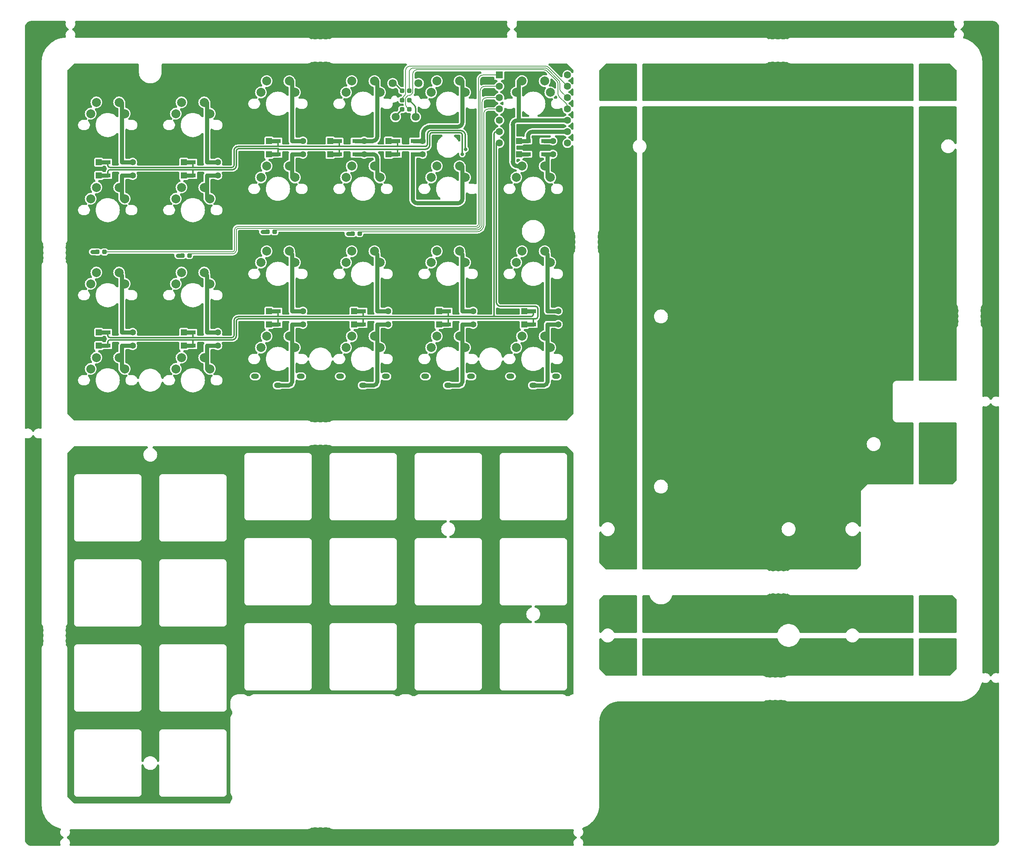
<source format=gbr>
%TF.GenerationSoftware,KiCad,Pcbnew,7.0.1*%
%TF.CreationDate,2025-02-28T04:26:41+09:00*%
%TF.ProjectId,bonyo4xs,626f6e79-6f34-4787-932e-6b696361645f,rev?*%
%TF.SameCoordinates,Original*%
%TF.FileFunction,Copper,L1,Top*%
%TF.FilePolarity,Positive*%
%FSLAX46Y46*%
G04 Gerber Fmt 4.6, Leading zero omitted, Abs format (unit mm)*
G04 Created by KiCad (PCBNEW 7.0.1) date 2025-02-28 04:26:41*
%MOMM*%
%LPD*%
G01*
G04 APERTURE LIST*
G04 Aperture macros list*
%AMRoundRect*
0 Rectangle with rounded corners*
0 $1 Rounding radius*
0 $2 $3 $4 $5 $6 $7 $8 $9 X,Y pos of 4 corners*
0 Add a 4 corners polygon primitive as box body*
4,1,4,$2,$3,$4,$5,$6,$7,$8,$9,$2,$3,0*
0 Add four circle primitives for the rounded corners*
1,1,$1+$1,$2,$3*
1,1,$1+$1,$4,$5*
1,1,$1+$1,$6,$7*
1,1,$1+$1,$8,$9*
0 Add four rect primitives between the rounded corners*
20,1,$1+$1,$2,$3,$4,$5,0*
20,1,$1+$1,$4,$5,$6,$7,0*
20,1,$1+$1,$6,$7,$8,$9,0*
20,1,$1+$1,$8,$9,$2,$3,0*%
G04 Aperture macros list end*
%TA.AperFunction,ComponentPad*%
%ADD10C,2.000000*%
%TD*%
%TA.AperFunction,SMDPad,CuDef*%
%ADD11RoundRect,0.250000X-0.250000X-0.250000X0.250000X-0.250000X0.250000X0.250000X-0.250000X0.250000X0*%
%TD*%
%TA.AperFunction,ComponentPad*%
%ADD12O,1.800000X1.200000*%
%TD*%
%TA.AperFunction,SMDPad,CuDef*%
%ADD13RoundRect,0.250000X0.250000X0.250000X-0.250000X0.250000X-0.250000X-0.250000X0.250000X-0.250000X0*%
%TD*%
%TA.AperFunction,ComponentPad*%
%ADD14R,1.600000X1.600000*%
%TD*%
%TA.AperFunction,ComponentPad*%
%ADD15C,1.600000*%
%TD*%
%TA.AperFunction,ComponentPad*%
%ADD16R,1.397000X1.397000*%
%TD*%
%TA.AperFunction,SMDPad,CuDef*%
%ADD17R,1.300000X0.950000*%
%TD*%
%TA.AperFunction,ComponentPad*%
%ADD18C,1.397000*%
%TD*%
%TA.AperFunction,ComponentPad*%
%ADD19C,1.800000*%
%TD*%
%TA.AperFunction,ViaPad*%
%ADD20C,0.600000*%
%TD*%
%TA.AperFunction,ViaPad*%
%ADD21C,0.800000*%
%TD*%
%TA.AperFunction,Conductor*%
%ADD22C,0.950000*%
%TD*%
%TA.AperFunction,Conductor*%
%ADD23C,0.300000*%
%TD*%
%TA.AperFunction,Conductor*%
%ADD24C,0.200000*%
%TD*%
G04 APERTURE END LIST*
D10*
%TO.P,SW16,1,1*%
%TO.N,c3*%
X62865048Y-45085032D03*
X64135048Y-42545032D03*
%TO.P,SW16,2,2*%
%TO.N,Net-(D16-A)*%
X69215048Y-42545032D03*
X70485048Y-45085032D03*
%TD*%
%TO.P,SW5,1,1*%
%TO.N,c4*%
X81915064Y-6985000D03*
X83185064Y-4445000D03*
%TO.P,SW5,2,2*%
%TO.N,Net-(D5-A)*%
X88265064Y-4445000D03*
X89535064Y-6985000D03*
%TD*%
%TO.P,SW13,1,1*%
%TO.N,c0*%
X5715000Y-49847536D03*
X6985000Y-47307536D03*
%TO.P,SW13,2,2*%
%TO.N,Net-(D13-A)*%
X12065000Y-47307536D03*
X13335000Y-49847536D03*
%TD*%
%TO.P,SW17,1,1*%
%TO.N,c4*%
X81915064Y-45085032D03*
X83185064Y-42545032D03*
%TO.P,SW17,2,2*%
%TO.N,Net-(D17-A)*%
X88265064Y-42545032D03*
X89535064Y-45085032D03*
%TD*%
D11*
%TO.P,JP2,1,A*%
%TO.N,T*%
X75400000Y-6600000D03*
%TO.P,JP2,2,B*%
%TO.N,L3*%
X77000000Y-6600000D03*
%TD*%
D10*
%TO.P,SW10,1,1*%
%TO.N,c3*%
X62865048Y-26035016D03*
X64135048Y-23495016D03*
%TO.P,SW10,2,2*%
%TO.N,Net-(D10-A)*%
X69215048Y-23495016D03*
X70485048Y-26035016D03*
%TD*%
D12*
%TO.P,SW21,1,1*%
%TO.N,c2*%
X42525032Y-70575048D03*
D10*
X43815032Y-64135048D03*
X45085032Y-61595048D03*
D12*
X52725032Y-70575048D03*
%TO.P,SW21,2,2*%
%TO.N,Net-(D21-A)*%
X47625032Y-72575048D03*
D10*
X50165032Y-61595048D03*
X51435032Y-64135048D03*
%TD*%
%TO.P,SW18,1,1*%
%TO.N,c5*%
X100965080Y-45085032D03*
X102235080Y-42545032D03*
%TO.P,SW18,2,2*%
%TO.N,Net-(D18-A)*%
X107315080Y-42545032D03*
X108585080Y-45085032D03*
%TD*%
D11*
%TO.P,JP11,1,A*%
%TO.N,c0*%
X7200000Y-42700000D03*
%TO.P,JP11,2,B*%
%TO.N,R1*%
X8800000Y-42700000D03*
%TD*%
D10*
%TO.P,SW1,1,1*%
%TO.N,c0*%
X5715008Y-11747512D03*
X6985008Y-9207512D03*
%TO.P,SW1,2,2*%
%TO.N,Net-(D1-A)*%
X12065008Y-9207512D03*
X13335008Y-11747512D03*
%TD*%
%TO.P,SW12,1,1*%
%TO.N,c5*%
X100965088Y-26035024D03*
X102235088Y-23495024D03*
%TO.P,SW12,2,2*%
%TO.N,Net-(D12-A)*%
X107315088Y-23495024D03*
X108585088Y-26035024D03*
%TD*%
D11*
%TO.P,JP3,1,A*%
%TO.N,R*%
X75400000Y-10800000D03*
%TO.P,JP3,2,B*%
%TO.N,L4*%
X77000000Y-10800000D03*
%TD*%
D10*
%TO.P,SW8,1,1*%
%TO.N,c1*%
X24765016Y-30797520D03*
X26035016Y-28257520D03*
%TO.P,SW8,2,2*%
%TO.N,Net-(D8-A)*%
X31115016Y-28257520D03*
X32385016Y-30797520D03*
%TD*%
D11*
%TO.P,JP12,1,A*%
%TO.N,c1*%
X26200000Y-43500000D03*
%TO.P,JP12,2,B*%
%TO.N,R2*%
X27800000Y-43500000D03*
%TD*%
D12*
%TO.P,SW23,1,1*%
%TO.N,c4*%
X80625064Y-70575048D03*
D10*
X81915064Y-64135048D03*
X83185064Y-61595048D03*
D12*
X90825064Y-70575048D03*
%TO.P,SW23,2,2*%
%TO.N,Net-(D23-A)*%
X85725064Y-72575048D03*
D10*
X88265064Y-61595048D03*
X89535064Y-64135048D03*
%TD*%
%TO.P,SW9,1,1*%
%TO.N,c2*%
X43815032Y-26035016D03*
X45085032Y-23495016D03*
%TO.P,SW9,2,2*%
%TO.N,Net-(D9-A)*%
X50165032Y-23495016D03*
X51435032Y-26035016D03*
%TD*%
D12*
%TO.P,SW22,1,1*%
%TO.N,c3*%
X61575048Y-70575048D03*
D10*
X62865048Y-64135048D03*
X64135048Y-61595048D03*
D12*
X71775048Y-70575048D03*
%TO.P,SW22,2,2*%
%TO.N,Net-(D22-A)*%
X66675048Y-72575048D03*
D10*
X69215048Y-61595048D03*
X70485048Y-64135048D03*
%TD*%
D11*
%TO.P,JP13,1,A*%
%TO.N,c2*%
X45300000Y-38200000D03*
%TO.P,JP13,2,B*%
%TO.N,R3*%
X46900000Y-38200000D03*
%TD*%
%TO.P,JP14,1,A*%
%TO.N,c3*%
X64300000Y-38600000D03*
%TO.P,JP14,2,B*%
%TO.N,R4*%
X65900000Y-38600000D03*
%TD*%
D10*
%TO.P,SW4,1,1*%
%TO.N,c3*%
X62865048Y-6985000D03*
X64135048Y-4445000D03*
%TO.P,SW4,2,2*%
%TO.N,Net-(D4-A)*%
X69215048Y-4445000D03*
X70485048Y-6985000D03*
%TD*%
%TO.P,SW20,1,1*%
%TO.N,c1*%
X24765016Y-68897552D03*
X26035016Y-66357552D03*
%TO.P,SW20,2,2*%
%TO.N,Net-(D20-A)*%
X31115016Y-66357552D03*
X32385016Y-68897552D03*
%TD*%
%TO.P,SW15,1,1*%
%TO.N,c2*%
X43815032Y-45085032D03*
X45085032Y-42545032D03*
%TO.P,SW15,2,2*%
%TO.N,Net-(D15-A)*%
X50165032Y-42545032D03*
X51435032Y-45085032D03*
%TD*%
%TO.P,SW6,1,1*%
%TO.N,c5*%
X100965088Y-6985008D03*
X102235088Y-4445008D03*
%TO.P,SW6,2,2*%
%TO.N,Net-(D6-A)*%
X107315088Y-4445008D03*
X108585088Y-6985008D03*
%TD*%
D12*
%TO.P,SW24,1,1*%
%TO.N,c5*%
X99675080Y-70575048D03*
D10*
X100965080Y-64135048D03*
X102235080Y-61595048D03*
D12*
X109875080Y-70575048D03*
%TO.P,SW24,2,2*%
%TO.N,Net-(D24-A)*%
X104775080Y-72575048D03*
D10*
X107315080Y-61595048D03*
X108585080Y-64135048D03*
%TD*%
%TO.P,SW19,1,1*%
%TO.N,c0*%
X5715000Y-68897552D03*
X6985000Y-66357552D03*
%TO.P,SW19,2,2*%
%TO.N,Net-(D19-A)*%
X12065000Y-66357552D03*
X13335000Y-68897552D03*
%TD*%
%TO.P,SW14,1,1*%
%TO.N,c1*%
X24765016Y-49847536D03*
X26035016Y-47307536D03*
%TO.P,SW14,2,2*%
%TO.N,Net-(D14-A)*%
X31115016Y-47307536D03*
X32385016Y-49847536D03*
%TD*%
%TO.P,SW7,1,1*%
%TO.N,c0*%
X5715000Y-30797520D03*
X6985000Y-28257520D03*
%TO.P,SW7,2,2*%
%TO.N,Net-(D7-A)*%
X12065000Y-28257520D03*
X13335000Y-30797520D03*
%TD*%
%TO.P,SW3,1,1*%
%TO.N,c2*%
X43815032Y-6985000D03*
X45085032Y-4445000D03*
%TO.P,SW3,2,2*%
%TO.N,Net-(D3-A)*%
X50165032Y-4445000D03*
X51435032Y-6985000D03*
%TD*%
%TO.P,SW2,1,1*%
%TO.N,c1*%
X24765016Y-11747504D03*
X26035016Y-9207504D03*
%TO.P,SW2,2,2*%
%TO.N,Net-(D2-A)*%
X31115016Y-9207504D03*
X32385016Y-11747504D03*
%TD*%
D13*
%TO.P,JP1,1,A*%
%TO.N,S*%
X77000000Y-8700000D03*
%TO.P,JP1,2,B*%
%TO.N,L2*%
X75400000Y-8700000D03*
%TD*%
D10*
%TO.P,SW11,1,1*%
%TO.N,c4*%
X81915064Y-26035016D03*
X83185064Y-23495016D03*
%TO.P,SW11,2,2*%
%TO.N,Net-(D11-A)*%
X88265064Y-23495016D03*
X89535064Y-26035016D03*
%TD*%
D14*
%TO.P,U1,1,PA02_A0_D0*%
%TO.N,R1*%
X97155080Y-3095626D03*
D15*
%TO.P,U1,2,PA4_A1_D1*%
%TO.N,R2*%
X97155080Y-5635626D03*
%TO.P,U1,3,PA10_A2_D2*%
%TO.N,R3*%
X97155080Y-8175626D03*
%TO.P,U1,4,PA11_A3_D3*%
%TO.N,R4*%
X97155080Y-10715626D03*
%TO.P,U1,5,PA8_A4_D4_SDA*%
%TO.N,c4*%
X97155080Y-13255626D03*
%TO.P,U1,6,PA9_A5_D5_SCL*%
%TO.N,r2*%
X97155080Y-15795626D03*
%TO.P,U1,7,PB08_A6_D6_TX*%
%TO.N,r3*%
X97155080Y-18335626D03*
%TO.P,U1,8,PB09_A7_D7_RX*%
%TO.N,r1*%
X112395080Y-18335626D03*
%TO.P,U1,9,PA7_A8_D8_SCK*%
%TO.N,r0*%
X112395080Y-15795626D03*
%TO.P,U1,10,PA5_A9_D9_MISO*%
%TO.N,c5*%
X112395080Y-13255626D03*
%TO.P,U1,11,PA6_A10_D10_MOSI*%
%TO.N,L4*%
X112395080Y-10715626D03*
%TO.P,U1,12,3V3*%
%TO.N,L3*%
X112395080Y-8175626D03*
%TO.P,U1,13,GND*%
%TO.N,L2*%
X112395080Y-5635626D03*
%TO.P,U1,14,5V*%
%TO.N,L1*%
X112395080Y-3095626D03*
%TD*%
D16*
%TO.P,D20,1,K*%
%TO.N,r3*%
X26550963Y-63698491D03*
D17*
X28585963Y-63698491D03*
%TO.P,D20,2,A*%
%TO.N,Net-(D20-A)*%
X32135963Y-63698491D03*
D18*
X34170963Y-63698491D03*
%TD*%
D16*
%TO.P,D13,1,K*%
%TO.N,r2*%
X7500947Y-60721926D03*
D17*
X9535947Y-60721926D03*
%TO.P,D13,2,A*%
%TO.N,Net-(D13-A)*%
X13085947Y-60721926D03*
D18*
X15120947Y-60721926D03*
%TD*%
D16*
%TO.P,D21,1,K*%
%TO.N,r3*%
X45600979Y-58935987D03*
D17*
X47635979Y-58935987D03*
%TO.P,D21,2,A*%
%TO.N,Net-(D21-A)*%
X51185979Y-58935987D03*
D18*
X53220979Y-58935987D03*
%TD*%
D16*
%TO.P,D16,1,K*%
%TO.N,r2*%
X64650995Y-55959422D03*
D17*
X66685995Y-55959422D03*
%TO.P,D16,2,A*%
%TO.N,Net-(D16-A)*%
X70235995Y-55959422D03*
D18*
X72270995Y-55959422D03*
%TD*%
D16*
%TO.P,D15,1,K*%
%TO.N,r2*%
X45600979Y-55959422D03*
D17*
X47635979Y-55959422D03*
%TO.P,D15,2,A*%
%TO.N,Net-(D15-A)*%
X51185979Y-55959422D03*
D18*
X53220979Y-55959422D03*
%TD*%
D16*
%TO.P,D12,1,K*%
%TO.N,r1*%
X101560401Y-20835955D03*
D17*
X103595401Y-20835955D03*
%TO.P,D12,2,A*%
%TO.N,Net-(D12-A)*%
X107145401Y-20835955D03*
D18*
X109180401Y-20835955D03*
%TD*%
D16*
%TO.P,D3,1,K*%
%TO.N,r0*%
X45600979Y-17859382D03*
D17*
X47635979Y-17859382D03*
%TO.P,D3,2,A*%
%TO.N,Net-(D3-A)*%
X51185979Y-17859382D03*
D18*
X53220979Y-17859382D03*
%TD*%
D16*
%TO.P,D11,1,K*%
%TO.N,r1*%
X72390064Y-20835955D03*
D17*
X74425064Y-20835955D03*
%TO.P,D11,2,A*%
%TO.N,Net-(D11-A)*%
X77975064Y-20835955D03*
D18*
X80010064Y-20835955D03*
%TD*%
D16*
%TO.P,D4,1,K*%
%TO.N,r0*%
X59293178Y-17859390D03*
D17*
X61328178Y-17859390D03*
%TO.P,D4,2,A*%
%TO.N,Net-(D4-A)*%
X64878178Y-17859390D03*
D18*
X66913178Y-17859390D03*
%TD*%
D16*
%TO.P,D23,1,K*%
%TO.N,r3*%
X83701011Y-58935987D03*
D17*
X85736011Y-58935987D03*
%TO.P,D23,2,A*%
%TO.N,Net-(D23-A)*%
X89286011Y-58935987D03*
D18*
X91321011Y-58935987D03*
%TD*%
D16*
%TO.P,D8,1,K*%
%TO.N,r1*%
X26550963Y-25598459D03*
D17*
X28585963Y-25598459D03*
%TO.P,D8,2,A*%
%TO.N,Net-(D8-A)*%
X32135963Y-25598459D03*
D18*
X34170963Y-25598459D03*
%TD*%
D16*
%TO.P,D5,1,K*%
%TO.N,r0*%
X72390064Y-17859390D03*
D17*
X74425064Y-17859390D03*
%TO.P,D5,2,A*%
%TO.N,Net-(D5-A)*%
X77975064Y-17859390D03*
D18*
X80010064Y-17859390D03*
%TD*%
D16*
%TO.P,D7,1,K*%
%TO.N,r1*%
X7500947Y-25598459D03*
D17*
X9535947Y-25598459D03*
%TO.P,D7,2,A*%
%TO.N,Net-(D7-A)*%
X13085947Y-25598459D03*
D18*
X15120947Y-25598459D03*
%TD*%
D19*
%TO.P,J1,R*%
%TO.N,R*%
X73950056Y-12453122D03*
%TO.P,J1,S*%
%TO.N,S*%
X78450056Y-12453122D03*
%TO.P,J1,T*%
%TO.N,T*%
X79100056Y-4953122D03*
X73300056Y-4953122D03*
%TD*%
D16*
%TO.P,D24,1,K*%
%TO.N,r3*%
X102751027Y-58935987D03*
D17*
X104786027Y-58935987D03*
%TO.P,D24,2,A*%
%TO.N,Net-(D24-A)*%
X108336027Y-58935987D03*
D18*
X110371027Y-58935987D03*
%TD*%
D16*
%TO.P,D10,1,K*%
%TO.N,r1*%
X59293178Y-20835955D03*
D17*
X61328178Y-20835955D03*
%TO.P,D10,2,A*%
%TO.N,Net-(D10-A)*%
X64878178Y-20835955D03*
D18*
X66913178Y-20835955D03*
%TD*%
D16*
%TO.P,D6,1,K*%
%TO.N,r0*%
X101560401Y-17859382D03*
D17*
X103595401Y-17859382D03*
%TO.P,D6,2,A*%
%TO.N,Net-(D6-A)*%
X107145401Y-17859382D03*
D18*
X109180401Y-17859382D03*
%TD*%
D16*
%TO.P,D14,1,K*%
%TO.N,r2*%
X26550963Y-60721918D03*
D17*
X28585963Y-60721918D03*
%TO.P,D14,2,A*%
%TO.N,Net-(D14-A)*%
X32135963Y-60721918D03*
D18*
X34170963Y-60721918D03*
%TD*%
D16*
%TO.P,D17,1,K*%
%TO.N,r2*%
X83701011Y-55959422D03*
D17*
X85736011Y-55959422D03*
%TO.P,D17,2,A*%
%TO.N,Net-(D17-A)*%
X89286011Y-55959422D03*
D18*
X91321011Y-55959422D03*
%TD*%
D16*
%TO.P,D2,1,K*%
%TO.N,r0*%
X26550963Y-22621894D03*
D17*
X28585963Y-22621894D03*
%TO.P,D2,2,A*%
%TO.N,Net-(D2-A)*%
X32135963Y-22621894D03*
D18*
X34170963Y-22621894D03*
%TD*%
D16*
%TO.P,D9,1,K*%
%TO.N,r1*%
X45600979Y-20835955D03*
D17*
X47635979Y-20835955D03*
%TO.P,D9,2,A*%
%TO.N,Net-(D9-A)*%
X51185979Y-20835955D03*
D18*
X53220979Y-20835955D03*
%TD*%
D16*
%TO.P,D18,1,K*%
%TO.N,r2*%
X102751027Y-55959414D03*
D17*
X104786027Y-55959414D03*
%TO.P,D18,2,A*%
%TO.N,Net-(D18-A)*%
X108336027Y-55959414D03*
D18*
X110371027Y-55959414D03*
%TD*%
D16*
%TO.P,D22,1,K*%
%TO.N,r3*%
X64650995Y-58935987D03*
D17*
X66685995Y-58935987D03*
%TO.P,D22,2,A*%
%TO.N,Net-(D22-A)*%
X70235995Y-58935987D03*
D18*
X72270995Y-58935987D03*
%TD*%
D16*
%TO.P,D1,1,K*%
%TO.N,r0*%
X7500947Y-22621894D03*
D17*
X9535947Y-22621894D03*
%TO.P,D1,2,A*%
%TO.N,Net-(D1-A)*%
X13085947Y-22621894D03*
D18*
X15120947Y-22621894D03*
%TD*%
D16*
%TO.P,D19,1,K*%
%TO.N,r3*%
X7500947Y-63698491D03*
D17*
X9535947Y-63698491D03*
%TO.P,D19,2,A*%
%TO.N,Net-(D19-A)*%
X13085947Y-63698491D03*
D18*
X15120947Y-63698491D03*
%TD*%
D20*
%TO.N,c0*%
X6100000Y-42700000D03*
D21*
%TO.N,r0*%
X89649500Y-19700000D03*
%TO.N,r1*%
X88900000Y-20835955D03*
D20*
%TO.N,c1*%
X25200000Y-43500000D03*
%TO.N,c2*%
X44200000Y-38200000D03*
%TO.N,c3*%
X63300000Y-38600000D03*
%TD*%
D22*
%TO.N,c0*%
X7200000Y-42700000D02*
X6100000Y-42700000D01*
%TO.N,Net-(D1-A)*%
X13335008Y-11747512D02*
X12700008Y-11747512D01*
X12700008Y-22621894D02*
X13085947Y-22621894D01*
X13085947Y-22621894D02*
X15120947Y-22621894D01*
X12700008Y-20240642D02*
X12700008Y-22621894D01*
X12700008Y-11747512D02*
X12700008Y-11800000D01*
X12065008Y-9207512D02*
X12700008Y-9207512D01*
X12700008Y-11800000D02*
X12700008Y-20240642D01*
X12700008Y-9207512D02*
X12700008Y-11800000D01*
%TO.N,Net-(D2-A)*%
X31750016Y-9207504D02*
X31750016Y-11800000D01*
X31750016Y-11747504D02*
X31750016Y-11800000D01*
X31750016Y-11800000D02*
X31750016Y-20240642D01*
X32135963Y-22621894D02*
X34170963Y-22621894D01*
X31750016Y-20240642D02*
X31750016Y-22621894D01*
X31750016Y-22621894D02*
X32135963Y-22621894D01*
X32385016Y-11747504D02*
X31750016Y-11747504D01*
X31115016Y-9207504D02*
X31750016Y-9207504D01*
%TO.N,Net-(D3-A)*%
X50800032Y-7000000D02*
X50800032Y-15478138D01*
X50800032Y-17859382D02*
X51185979Y-17859382D01*
X51435032Y-6985000D02*
X50800032Y-6985000D01*
X50800032Y-6985000D02*
X50800032Y-7000000D01*
X50165032Y-4445000D02*
X50800032Y-4445000D01*
X50800032Y-15478138D02*
X50800032Y-17859382D01*
X50800032Y-4445000D02*
X50800032Y-7000000D01*
X51185979Y-17859382D02*
X53220979Y-17859382D01*
%TO.N,Net-(D4-A)*%
X70485048Y-6985000D02*
X69850048Y-6985000D01*
X69850048Y-6985000D02*
X69850048Y-6800000D01*
X69850048Y-4445000D02*
X69850048Y-6800000D01*
X64878178Y-17859390D02*
X66913178Y-17859390D01*
X69850048Y-16859390D02*
X69850048Y-15478138D01*
X66913178Y-17859390D02*
X68850048Y-17859390D01*
X69850048Y-6800000D02*
X69850048Y-15478138D01*
X69215048Y-4445000D02*
X69850048Y-4445000D01*
X68850048Y-17859448D02*
G75*
G03*
X69850048Y-16859390I-48J1000048D01*
G01*
%TO.N,Net-(D5-A)*%
X88265064Y-4445000D02*
X88900064Y-4445000D01*
X88900064Y-4445000D02*
X88900064Y-6700000D01*
X88900064Y-6985000D02*
X88900064Y-6700000D01*
X89535064Y-6985000D02*
X88900064Y-6985000D01*
X88900064Y-13675000D02*
X88900064Y-6700000D01*
X77975064Y-17859390D02*
X80010064Y-17859390D01*
X80075000Y-17859390D02*
X80010064Y-17859390D01*
X80075000Y-16355495D02*
X80075000Y-17859390D01*
X81755495Y-14675000D02*
X87900064Y-14675000D01*
X81755495Y-14675000D02*
G75*
G03*
X80075000Y-16355495I5J-1680500D01*
G01*
X87900064Y-14675064D02*
G75*
G03*
X88900064Y-13675000I-64J1000064D01*
G01*
%TO.N,Net-(D6-A)*%
X108100000Y-17859382D02*
X109180401Y-17859382D01*
X107145401Y-17859382D02*
X108100000Y-17859382D01*
X108078992Y-17859382D02*
X108100000Y-17859382D01*
%TO.N,Net-(D7-A)*%
X13335000Y-30797520D02*
X12700000Y-30797520D01*
X12700000Y-25598459D02*
X13085947Y-25598459D01*
X12700000Y-30797520D02*
X12700000Y-25598459D01*
X13085947Y-25598459D02*
X15120947Y-25598459D01*
%TO.N,Net-(D8-A)*%
X32135963Y-25598459D02*
X34170963Y-25598459D01*
X31750016Y-26500000D02*
X31750016Y-29900000D01*
X31750016Y-29900000D02*
X31750016Y-30400000D01*
X31750016Y-28892520D02*
X31750016Y-29900000D01*
X31750016Y-28200000D02*
X31750016Y-26500000D01*
X31750016Y-25598459D02*
X32135963Y-25598459D01*
X31115016Y-28257520D02*
X31115016Y-28200000D01*
X32385016Y-30797520D02*
X31750016Y-30797520D01*
X31115016Y-28200000D02*
X31750016Y-28200000D01*
X31750016Y-30797520D02*
X31750016Y-30400000D01*
X31750016Y-30400000D02*
X31750016Y-30800000D01*
X31115016Y-28257520D02*
X31750016Y-28892520D01*
X31750016Y-26500000D02*
X31750016Y-25598459D01*
X31750016Y-30797520D02*
X31750016Y-30800000D01*
%TO.N,Net-(D9-A)*%
X51435032Y-26035016D02*
X50800032Y-26035016D01*
X50800032Y-24800000D02*
X50800032Y-25700000D01*
X50800032Y-24130016D02*
X50800032Y-24800000D01*
X50165032Y-23495016D02*
X50165032Y-23400000D01*
X50165032Y-23495016D02*
X50800032Y-24130016D01*
X50800032Y-22600000D02*
X50800032Y-20835955D01*
X50800032Y-24800000D02*
X50800032Y-22600000D01*
X51185979Y-20835955D02*
X53220979Y-20835955D01*
X50800032Y-20835955D02*
X51185979Y-20835955D01*
X50800032Y-23400000D02*
X50800032Y-22600000D01*
X50165032Y-23400000D02*
X50800032Y-23400000D01*
X50800032Y-26035016D02*
X50800032Y-25700000D01*
%TO.N,Net-(D10-A)*%
X64878178Y-20835955D02*
X66913178Y-20835955D01*
X70485048Y-26035016D02*
X69850048Y-26035016D01*
X69215048Y-23495016D02*
X69215048Y-23400000D01*
X66913178Y-20835955D02*
X68850048Y-20835955D01*
X69850048Y-21835955D02*
X69850048Y-22300000D01*
X69850048Y-23400000D02*
X69850048Y-22300000D01*
X69850048Y-26035016D02*
X69850048Y-25800000D01*
X69215048Y-23495016D02*
X69850048Y-24130016D01*
X69850048Y-24600000D02*
X69850048Y-22300000D01*
X69850048Y-24600000D02*
X69850048Y-25800000D01*
X69850048Y-24130016D02*
X69850048Y-24600000D01*
X69215048Y-23400000D02*
X69850048Y-23400000D01*
X69850045Y-21835955D02*
G75*
G03*
X68850048Y-20835955I-1000045J-45D01*
G01*
%TO.N,Net-(D11-A)*%
X88900064Y-24407833D02*
X88900064Y-26035016D01*
X88900064Y-24407833D02*
X88900064Y-23495016D01*
X88900064Y-26035016D02*
X89535064Y-26035016D01*
X88900064Y-24407833D02*
X88900064Y-30800000D01*
X88900064Y-23495016D02*
X88265064Y-23495016D01*
X87900064Y-31800000D02*
X78800000Y-31800000D01*
X77800000Y-20835955D02*
X77975064Y-20835955D01*
X77800000Y-30800000D02*
X77800000Y-20835955D01*
X80010064Y-20835955D02*
X77975064Y-20835955D01*
X87900064Y-31799964D02*
G75*
G03*
X88900064Y-30800000I36J999964D01*
G01*
X77800000Y-30800000D02*
G75*
G03*
X78800000Y-31800000I1000000J0D01*
G01*
%TO.N,Net-(D12-A)*%
X107950088Y-25900000D02*
X107950088Y-23400000D01*
X107950088Y-20835955D02*
X107900000Y-20835955D01*
X107900000Y-20835955D02*
X107145401Y-20835955D01*
X107950088Y-26035024D02*
X107950088Y-25900000D01*
X109180401Y-20835955D02*
X107900000Y-20835955D01*
X107950088Y-23400000D02*
X107950088Y-20835955D01*
X108585088Y-26035024D02*
X107950088Y-26035024D01*
%TO.N,Net-(D13-A)*%
X15120947Y-60721926D02*
X13085947Y-60721926D01*
X12700000Y-58340674D02*
X12700000Y-60721926D01*
X12065000Y-47307536D02*
X12700000Y-47942536D01*
X13335000Y-49847536D02*
X12700000Y-49847536D01*
X12700000Y-47942536D02*
X12700000Y-49800000D01*
X12700000Y-60721926D02*
X13085947Y-60721926D01*
X12700000Y-49847536D02*
X12700000Y-49800000D01*
X12700000Y-49800000D02*
X12700000Y-58340674D01*
%TO.N,Net-(D14-A)*%
X31750016Y-60721918D02*
X32135963Y-60721918D01*
X31750016Y-58340674D02*
X31750016Y-60721918D01*
X31115016Y-47307536D02*
X31750016Y-47942536D01*
X31750016Y-49900000D02*
X31750016Y-58340674D01*
X34170963Y-60721918D02*
X32135963Y-60721918D01*
X31750016Y-49847536D02*
X31750016Y-49900000D01*
X31750016Y-47942536D02*
X31750016Y-49900000D01*
X32385016Y-49847536D02*
X31750016Y-49847536D01*
%TO.N,Net-(D15-A)*%
X50800032Y-45085032D02*
X50800032Y-44900000D01*
X51185979Y-55959422D02*
X53220979Y-55959422D01*
X50800032Y-43180032D02*
X50800032Y-44900000D01*
X50800032Y-55959422D02*
X51185979Y-55959422D01*
X50800032Y-44900000D02*
X50800032Y-53578170D01*
X51435032Y-45085032D02*
X50800032Y-45085032D01*
X50165032Y-42545032D02*
X50800032Y-43180032D01*
X50800032Y-53578170D02*
X50800032Y-55959422D01*
%TO.N,Net-(D16-A)*%
X70485048Y-45085032D02*
X69850048Y-45085032D01*
X72270995Y-55959422D02*
X70235995Y-55959422D01*
X69850048Y-43180032D02*
X69850048Y-45000000D01*
X69215048Y-42545032D02*
X69850048Y-43180032D01*
X69850048Y-55959422D02*
X70235995Y-55959422D01*
X69850048Y-45000000D02*
X69850048Y-53578170D01*
X69850048Y-53578170D02*
X69850048Y-55959422D01*
X69850048Y-45085032D02*
X69850048Y-45000000D01*
%TO.N,Net-(D17-A)*%
X88900064Y-53578170D02*
X88900064Y-55959422D01*
X88900064Y-43180032D02*
X88900064Y-44900000D01*
X88265064Y-42545032D02*
X88900064Y-43180032D01*
X91321011Y-55959422D02*
X89286011Y-55959422D01*
X89535064Y-45085032D02*
X88900064Y-45085032D01*
X88900064Y-45085032D02*
X88900064Y-44900000D01*
X88900064Y-44900000D02*
X88900064Y-53578170D01*
X88900064Y-55959422D02*
X89286011Y-55959422D01*
%TO.N,Net-(D18-A)*%
X107950080Y-45200000D02*
X107950080Y-53578170D01*
X108585080Y-45085032D02*
X107950080Y-45085032D01*
X108336027Y-55959414D02*
X110371027Y-55959414D01*
X107950080Y-45085032D02*
X107950080Y-45200000D01*
X107315080Y-42545032D02*
X107950080Y-43180032D01*
X107950080Y-43180032D02*
X107950080Y-45200000D01*
X107950080Y-53578170D02*
X107950080Y-55959414D01*
X107950080Y-55959414D02*
X108336027Y-55959414D01*
%TO.N,Net-(D19-A)*%
X12700000Y-63698491D02*
X13085947Y-63698491D01*
X12700000Y-68900000D02*
X12700000Y-66300000D01*
X15120947Y-63698491D02*
X13085947Y-63698491D01*
X12700000Y-66300000D02*
X12700000Y-63698491D01*
%TO.N,Net-(D20-A)*%
X31750016Y-64800000D02*
X31750016Y-68897552D01*
X31115016Y-66357552D02*
X31750016Y-66357552D01*
X31750016Y-65900000D02*
X31750016Y-64800000D01*
X31750016Y-66357552D02*
X31750016Y-65900000D01*
X31750016Y-63698491D02*
X32135963Y-63698491D01*
X31750016Y-64800000D02*
X31750016Y-63698491D01*
X31750016Y-68897552D02*
X32385016Y-68897552D01*
X34170963Y-63698491D02*
X32135963Y-63698491D01*
%TO.N,Net-(D21-A)*%
X51435032Y-64135048D02*
X50800032Y-64135048D01*
X50800032Y-64135048D02*
X50800032Y-63800000D01*
X50800032Y-61600000D02*
X50800032Y-58935987D01*
X50000032Y-72575048D02*
X47625032Y-72575048D01*
X50165032Y-61595048D02*
X50165032Y-61600000D01*
X50800032Y-66079743D02*
X50800032Y-61600000D01*
X50800032Y-58935987D02*
X51185979Y-58935987D01*
X50800032Y-62230048D02*
X50800032Y-63800000D01*
X50800032Y-63800000D02*
X50800032Y-66079743D01*
X53220979Y-58935987D02*
X51185979Y-58935987D01*
X50165032Y-61600000D02*
X50800032Y-61600000D01*
X50800032Y-66079743D02*
X50800032Y-71775048D01*
X50165032Y-61595048D02*
X50800032Y-62230048D01*
X50000032Y-72575032D02*
G75*
G03*
X50800032Y-71775048I-32J800032D01*
G01*
%TO.N,Net-(D22-A)*%
X69850048Y-58935987D02*
X70235995Y-58935987D01*
X69850048Y-64000000D02*
X69850048Y-61500000D01*
X69850048Y-65484430D02*
X69850048Y-64000000D01*
X69850048Y-61595048D02*
X69850048Y-61500000D01*
X69215048Y-61595048D02*
X69850048Y-61595048D01*
X69850048Y-64135048D02*
X69850048Y-64000000D01*
X69850048Y-62230048D02*
X69850048Y-65484430D01*
X69050048Y-72575048D02*
X66675048Y-72575048D01*
X69215048Y-61595048D02*
X69850048Y-62230048D01*
X72270995Y-58935987D02*
X70235995Y-58935987D01*
X69850048Y-65484430D02*
X69850048Y-71775048D01*
X70485048Y-64135048D02*
X69850048Y-64135048D01*
X69850048Y-61500000D02*
X69850048Y-58935987D01*
X69050048Y-72575048D02*
G75*
G03*
X69850048Y-71775048I-48J800048D01*
G01*
%TO.N,Net-(D23-A)*%
X88265064Y-61595048D02*
X88265064Y-61600000D01*
X88900064Y-65484430D02*
X88900064Y-63900000D01*
X88900064Y-58935987D02*
X89286011Y-58935987D01*
X88900064Y-65484430D02*
X88900064Y-71775048D01*
X88100064Y-72575048D02*
X85725064Y-72575048D01*
X88265064Y-61600000D02*
X88900064Y-61600000D01*
X88900064Y-64135048D02*
X88900064Y-63900000D01*
X88900064Y-63900000D02*
X88900064Y-61600000D01*
X89535064Y-64135048D02*
X88900064Y-64135048D01*
X91321011Y-58935987D02*
X89286011Y-58935987D01*
X88900064Y-61600000D02*
X88900064Y-58935987D01*
X88265064Y-61595048D02*
X88900064Y-62230048D01*
X88900064Y-62230048D02*
X88900064Y-65484430D01*
X88100064Y-72574964D02*
G75*
G03*
X88900064Y-71775048I36J799964D01*
G01*
%TO.N,Net-(D24-A)*%
X107315080Y-61595048D02*
X107950080Y-62230048D01*
X107315080Y-61595048D02*
X107950080Y-61595048D01*
X107950080Y-61600000D02*
X107950080Y-58935987D01*
X107950080Y-64000000D02*
X107950080Y-66675056D01*
X107950080Y-61595048D02*
X107950080Y-61600000D01*
X107950080Y-66675056D02*
X107950080Y-71775048D01*
X107950080Y-64135048D02*
X107950080Y-64000000D01*
X107950080Y-62230048D02*
X107950080Y-64000000D01*
X107950080Y-58935987D02*
X108336027Y-58935987D01*
X110371027Y-58935987D02*
X108336027Y-58935987D01*
X107150080Y-72575048D02*
X104775080Y-72575048D01*
X108585080Y-64135048D02*
X107950080Y-64135048D01*
X107950080Y-66675056D02*
X107950080Y-61600000D01*
X107150080Y-72574980D02*
G75*
G03*
X107950080Y-71775048I20J799980D01*
G01*
D23*
%TO.N,r0*%
X61600000Y-19100000D02*
X47700000Y-19100000D01*
X80600000Y-19100000D02*
X74300000Y-19100000D01*
X28585963Y-22621894D02*
X28585963Y-23800000D01*
X88416635Y-15500000D02*
X81951588Y-15500000D01*
X10035947Y-23800000D02*
X28600000Y-23800000D01*
D22*
X103595401Y-16795626D02*
X103595401Y-17859382D01*
D23*
X74300000Y-19100000D02*
X61600000Y-19100000D01*
X28585963Y-23800000D02*
X28600000Y-23800000D01*
X74425064Y-19100000D02*
X74300000Y-19100000D01*
X89649500Y-19700000D02*
X89600000Y-19650500D01*
X61328178Y-17859390D02*
X61328178Y-19100000D01*
D22*
X101560401Y-17859382D02*
X103595401Y-17859382D01*
X59293178Y-17859390D02*
X61328178Y-17859390D01*
D23*
X81100000Y-16351588D02*
X81100000Y-18600000D01*
X89600000Y-19650500D02*
X89600000Y-16683365D01*
D22*
X45600979Y-17859382D02*
X47635979Y-17859382D01*
D23*
X47635979Y-19100000D02*
X47700000Y-19100000D01*
X47635979Y-17859382D02*
X47635979Y-19100000D01*
D22*
X72390064Y-17859390D02*
X74425064Y-17859390D01*
X112395080Y-15795626D02*
X104595401Y-15795626D01*
D23*
X38719573Y-19100000D02*
X47700000Y-19100000D01*
D22*
X26550963Y-22621894D02*
X28585963Y-22621894D01*
D23*
X74425064Y-17859390D02*
X74425064Y-19100000D01*
X37800000Y-23300000D02*
X37800000Y-20019573D01*
X61328178Y-19100000D02*
X61600000Y-19100000D01*
X28600000Y-23800000D02*
X37300000Y-23800000D01*
X9535947Y-22621894D02*
X9535947Y-23300000D01*
D22*
X9535947Y-22621894D02*
X7500947Y-22621894D01*
X104595401Y-15795601D02*
G75*
G03*
X103595401Y-16795626I-1J-999999D01*
G01*
D23*
X38719573Y-19100000D02*
G75*
G03*
X37800000Y-20019573I27J-919600D01*
G01*
X81951588Y-15500000D02*
G75*
G03*
X81100000Y-16351588I12J-851600D01*
G01*
X37300000Y-23800000D02*
G75*
G03*
X37800000Y-23300000I0J500000D01*
G01*
X89600000Y-16683365D02*
G75*
G03*
X88416635Y-15500000I-1183400J-35D01*
G01*
X9535900Y-23300000D02*
G75*
G03*
X10035947Y-23800000I500000J0D01*
G01*
X80600000Y-19100000D02*
G75*
G03*
X81100000Y-18600000I0J500000D01*
G01*
%TO.N,r1*%
X61500000Y-19700000D02*
X74500000Y-19700000D01*
X47800000Y-19700000D02*
X61500000Y-19700000D01*
X10035947Y-24300000D02*
X28600000Y-24300000D01*
X38800000Y-19600000D02*
X47700000Y-19600000D01*
X9535947Y-25598459D02*
X9535947Y-24800000D01*
X38300000Y-23402615D02*
X38300000Y-20100000D01*
D22*
X9535947Y-25598459D02*
X7500947Y-25598459D01*
D23*
X47700000Y-19600000D02*
X47800000Y-19700000D01*
X74425064Y-20835955D02*
X74425064Y-19700000D01*
D22*
X74425064Y-20835955D02*
X72390064Y-20835955D01*
D23*
X28600000Y-24300000D02*
X37402615Y-24300000D01*
D22*
X103595401Y-20835955D02*
X101560401Y-20835955D01*
D23*
X61328178Y-19700000D02*
X61500000Y-19700000D01*
X81600000Y-18769984D02*
X81600000Y-16500000D01*
X61328178Y-20835955D02*
X61328178Y-19700000D01*
X47635979Y-19600000D02*
X47700000Y-19600000D01*
X74425064Y-19700000D02*
X74500000Y-19700000D01*
X28585963Y-24300000D02*
X28600000Y-24300000D01*
X28585963Y-25598459D02*
X28585963Y-24300000D01*
D22*
X59293178Y-20835955D02*
X61328178Y-20835955D01*
X45600979Y-20835955D02*
X47635979Y-20835955D01*
D23*
X47635979Y-20835955D02*
X47635979Y-19600000D01*
X82100000Y-16000000D02*
X88400000Y-16000000D01*
D22*
X26550963Y-25598459D02*
X28585963Y-25598459D01*
D23*
X88900000Y-16500000D02*
X88900000Y-20835955D01*
X74500000Y-19700000D02*
X80669984Y-19700000D01*
X37402615Y-24300000D02*
G75*
G03*
X38300000Y-23402615I-15J897400D01*
G01*
X38800000Y-19600000D02*
G75*
G03*
X38300000Y-20100000I0J-500000D01*
G01*
X88900000Y-16500000D02*
G75*
G03*
X88400000Y-16000000I-500000J0D01*
G01*
X82100000Y-16000000D02*
G75*
G03*
X81600000Y-16500000I0J-500000D01*
G01*
X80669984Y-19700000D02*
G75*
G03*
X81600000Y-18769984I16J930000D01*
G01*
X10035947Y-24300047D02*
G75*
G03*
X9535947Y-24800000I-47J-499953D01*
G01*
%TO.N,r2*%
X47600000Y-57200000D02*
X66700000Y-57200000D01*
D22*
X28585963Y-60721918D02*
X26550963Y-60721918D01*
D23*
X37800000Y-61400000D02*
X37800000Y-58142138D01*
X28585963Y-60721918D02*
X28585963Y-61885963D01*
X47635979Y-55959422D02*
X47635979Y-57200000D01*
X66685995Y-55959422D02*
X66685995Y-57200000D01*
X47635979Y-57200000D02*
X47600000Y-57200000D01*
D22*
X45600979Y-55959422D02*
X47635979Y-55959422D01*
D23*
X10035947Y-61900000D02*
X29400000Y-61900000D01*
X96005080Y-57200000D02*
X95900000Y-57200000D01*
X29400000Y-61900000D02*
X37300000Y-61900000D01*
X28585963Y-61885963D02*
X28600000Y-61900000D01*
X85800000Y-57200000D02*
X95900000Y-57200000D01*
X66700000Y-57200000D02*
X85800000Y-57200000D01*
X97155080Y-15795626D02*
X96505080Y-15795626D01*
D22*
X64650995Y-55959422D02*
X66685995Y-55959422D01*
X102751027Y-55959414D02*
X104786027Y-55959414D01*
D23*
X96005080Y-16295626D02*
X96005080Y-57200000D01*
X9535947Y-60721926D02*
X9535947Y-61400000D01*
X95900000Y-57200000D02*
X104286027Y-57200000D01*
X85736011Y-55959422D02*
X85736011Y-57200000D01*
X85736011Y-57200000D02*
X85800000Y-57200000D01*
D22*
X85736011Y-55959422D02*
X83701011Y-55959422D01*
D23*
X66685995Y-57200000D02*
X66700000Y-57200000D01*
D22*
X7500947Y-60721926D02*
X9535947Y-60721926D01*
D23*
X104786027Y-56700000D02*
X104786027Y-55959414D01*
X38742138Y-57200000D02*
X47600000Y-57200000D01*
X96505080Y-15795580D02*
G75*
G03*
X96005080Y-16295626I20J-500020D01*
G01*
X104286027Y-57200027D02*
G75*
G03*
X104786027Y-56700000I-27J500027D01*
G01*
X37300000Y-61900000D02*
G75*
G03*
X37800000Y-61400000I0J500000D01*
G01*
X38742138Y-57200000D02*
G75*
G03*
X37800000Y-58142138I-38J-942100D01*
G01*
X9535900Y-61400000D02*
G75*
G03*
X10035947Y-61900000I500000J0D01*
G01*
%TO.N,r3*%
X104786027Y-58935987D02*
X104786027Y-57700000D01*
D22*
X47635979Y-58935987D02*
X45600979Y-58935987D01*
X104786027Y-58935987D02*
X102751027Y-58935987D01*
D23*
X66685995Y-58935987D02*
X66685995Y-57700000D01*
X38300000Y-58200000D02*
X38300000Y-61496501D01*
X66685995Y-57700000D02*
X66700000Y-57700000D01*
X104100000Y-57700000D02*
X104101474Y-57701474D01*
X104786027Y-57701474D02*
X105286041Y-57701460D01*
X47500000Y-57700000D02*
X38800000Y-57700000D01*
X85736011Y-57700000D02*
X85700000Y-57700000D01*
X28585963Y-63698491D02*
X28585963Y-62400000D01*
D22*
X83701011Y-58935987D02*
X85736011Y-58935987D01*
D23*
X9535947Y-62900000D02*
X9535947Y-63698491D01*
X97155080Y-18335626D02*
X96505080Y-18335626D01*
X85736011Y-58935987D02*
X85736011Y-57700000D01*
X47635979Y-57700000D02*
X47500000Y-57700000D01*
X97505080Y-54900000D02*
X105286027Y-54900000D01*
X105786027Y-55400000D02*
X105786027Y-57201460D01*
X28585963Y-62400000D02*
X28600000Y-62400000D01*
X104786027Y-57700000D02*
X104100000Y-57700000D01*
D22*
X7500947Y-63698491D02*
X9535947Y-63698491D01*
X64650995Y-58935987D02*
X66685995Y-58935987D01*
D23*
X37396501Y-62400000D02*
X28600000Y-62400000D01*
X28600000Y-62400000D02*
X10035947Y-62400000D01*
X47635979Y-58935987D02*
X47635979Y-57700000D01*
X85700000Y-57700000D02*
X66700000Y-57700000D01*
D22*
X26550963Y-63698491D02*
X28585963Y-63698491D01*
D23*
X85701474Y-57701474D02*
X85700000Y-57700000D01*
X66700000Y-57700000D02*
X47500000Y-57700000D01*
X104786027Y-57701474D02*
X85701474Y-57701474D01*
X96505080Y-18335626D02*
X96505080Y-53900000D01*
X38800000Y-57700000D02*
G75*
G03*
X38300000Y-58200000I0J-500000D01*
G01*
X105786000Y-55400000D02*
G75*
G03*
X105286027Y-54900000I-500000J0D01*
G01*
X96505100Y-53900000D02*
G75*
G03*
X97505080Y-54900000I1000000J0D01*
G01*
X37396501Y-62400000D02*
G75*
G03*
X38300000Y-61496501I-1J903500D01*
G01*
X105286041Y-57701527D02*
G75*
G03*
X105786027Y-57201460I-41J500027D01*
G01*
X10035947Y-62400047D02*
G75*
G03*
X9535947Y-62900000I-47J-499953D01*
G01*
D22*
%TO.N,c1*%
X26200000Y-43500000D02*
X25200000Y-43500000D01*
%TO.N,c2*%
X45300000Y-38200000D02*
X44200000Y-38200000D01*
%TO.N,c3*%
X64300000Y-38600000D02*
X63300000Y-38600000D01*
%TO.N,c5*%
X100200000Y-19449356D02*
X100200000Y-19232882D01*
X101500000Y-13255626D02*
X112395080Y-13255626D01*
X100186901Y-22495024D02*
X100186901Y-19462455D01*
X101186901Y-13255626D02*
X101500000Y-13255626D01*
X102235088Y-4445008D02*
X101500000Y-4445008D01*
X101500000Y-4445008D02*
X101500000Y-13255626D01*
X100186901Y-19219783D02*
X100186901Y-14255626D01*
X100200000Y-19232882D02*
X100186901Y-19219783D01*
X100186901Y-19462455D02*
X100200000Y-19449356D01*
X102235088Y-23495024D02*
X101186901Y-23495024D01*
X101186901Y-13255601D02*
G75*
G03*
X100186901Y-14255626I-1J-999999D01*
G01*
X100186876Y-22495024D02*
G75*
G03*
X101186901Y-23495024I1000024J24D01*
G01*
D23*
%TO.N,S*%
X77000000Y-8700000D02*
X78135043Y-9835043D01*
X78450056Y-12453122D02*
X78450056Y-10595552D01*
X78450080Y-10595552D02*
G75*
G03*
X78135043Y-9835043I-1075580J-48D01*
G01*
%TO.N,T*%
X73300056Y-4953122D02*
X73753122Y-4953122D01*
X73753122Y-4953122D02*
X75400000Y-6600000D01*
%TO.N,R*%
X73950056Y-12249944D02*
X75400000Y-10800000D01*
D24*
%TO.N,L2*%
X76037833Y-7662167D02*
X75400000Y-8300000D01*
X107485786Y-1100000D02*
X77200000Y-1100000D01*
X112395080Y-5635626D02*
X112395080Y-5595080D01*
X76200000Y-2100000D02*
X76200000Y-7270661D01*
X75400000Y-8300000D02*
X75400000Y-8700000D01*
X112395080Y-5595080D02*
X108192893Y-1392893D01*
X77200000Y-1100000D02*
G75*
G03*
X76200000Y-2100000I0J-1000000D01*
G01*
X108192900Y-1392886D02*
G75*
G03*
X107485786Y-1100000I-707100J-707114D01*
G01*
X76037858Y-7662192D02*
G75*
G03*
X76200000Y-7270661I-391558J391492D01*
G01*
%TO.N,L3*%
X110407107Y-4207107D02*
X107992893Y-1792893D01*
X112395080Y-8175626D02*
X110992893Y-6773439D01*
X110700000Y-6066332D02*
X110700000Y-4914214D01*
X77000000Y-2500000D02*
X77000000Y-6600000D01*
X107285786Y-1500000D02*
X78000000Y-1500000D01*
X78000000Y-1500000D02*
G75*
G03*
X77000000Y-2500000I0J-1000000D01*
G01*
X110699978Y-6066332D02*
G75*
G03*
X110992894Y-6773438I1000022J32D01*
G01*
X110699990Y-4914214D02*
G75*
G03*
X110407107Y-4207107I-999990J14D01*
G01*
X107992900Y-1792886D02*
G75*
G03*
X107285786Y-1500000I-707100J-707114D01*
G01*
%TO.N,L4*%
X78701722Y-1902167D02*
X78508943Y-1940513D01*
X78024933Y-2263919D02*
X77915732Y-2427349D01*
X110007107Y-4372793D02*
X107827207Y-2192893D01*
X77741421Y-7158579D02*
X77358578Y-7541422D01*
X76200000Y-8305026D02*
X76200000Y-9742818D01*
X77800000Y-2900000D02*
X77800000Y-7017157D01*
X112102187Y-9438368D02*
X110592893Y-7929074D01*
X77915732Y-2427349D02*
X77840513Y-2608943D01*
X77217157Y-7600000D02*
X76905026Y-7600000D01*
X107120100Y-1900000D02*
X78800000Y-1900000D01*
X78163919Y-2124933D02*
X78024933Y-2263919D01*
X78508943Y-1940513D02*
X78327349Y-2015732D01*
X112395080Y-10715626D02*
X112395080Y-10145475D01*
X78800000Y-1900000D02*
X78701722Y-1902167D01*
X76381855Y-10181855D02*
X77000000Y-10800000D01*
X76763604Y-7658579D02*
X76258578Y-8163605D01*
X78327349Y-2015732D02*
X78163919Y-2124933D01*
X77840513Y-2608943D02*
X77802167Y-2801722D01*
X77802167Y-2801722D02*
X77800000Y-2900000D01*
X110300000Y-7221967D02*
X110300000Y-5079900D01*
X112395103Y-10145475D02*
G75*
G03*
X112102186Y-9438369I-1000003J-25D01*
G01*
X107827207Y-2192893D02*
G75*
G03*
X107120100Y-1900000I-707107J-707107D01*
G01*
X77217157Y-7599969D02*
G75*
G03*
X77358577Y-7541421I43J199969D01*
G01*
X110300000Y-5079900D02*
G75*
G03*
X110007107Y-4372793I-1000000J0D01*
G01*
X76199990Y-9742818D02*
G75*
G03*
X76381855Y-10181855I620910J18D01*
G01*
X110300024Y-7221967D02*
G75*
G03*
X110592894Y-7929073I999976J-33D01*
G01*
X76905026Y-7600019D02*
G75*
G03*
X76763605Y-7658580I-26J-199981D01*
G01*
X77741442Y-7158600D02*
G75*
G03*
X77800000Y-7017157I-141442J141400D01*
G01*
X76258565Y-8163592D02*
G75*
G03*
X76200000Y-8305026I141435J-141408D01*
G01*
%TO.N,R4*%
X93700000Y-36639307D02*
X93700000Y-11715626D01*
X65900000Y-38200000D02*
X92139307Y-38200000D01*
X65900000Y-38600000D02*
X65900000Y-38200000D01*
X94700000Y-10715626D02*
X97155080Y-10715626D01*
X92139307Y-38200000D02*
G75*
G03*
X93700000Y-36639307I-7J1560700D01*
G01*
X94700000Y-10715600D02*
G75*
G03*
X93700000Y-11715626I0J-1000000D01*
G01*
%TO.N,R3*%
X94300000Y-8175626D02*
X97155080Y-8175626D01*
X46900000Y-38200000D02*
X46900000Y-37800000D01*
X46900000Y-37800000D02*
X92096519Y-37800000D01*
X93300000Y-36596519D02*
X93300000Y-9175626D01*
X94300000Y-8175600D02*
G75*
G03*
X93300000Y-9175626I0J-1000000D01*
G01*
X92096519Y-37800000D02*
G75*
G03*
X93300000Y-36596519I-19J1203500D01*
G01*
%TO.N,R2*%
X37985452Y-42905592D02*
X38105592Y-42785452D01*
X27800000Y-43500000D02*
X27800000Y-43100000D01*
X38401270Y-37594044D02*
X38494044Y-37501270D01*
X37520575Y-43098157D02*
X37687213Y-43065008D01*
X38105592Y-42785452D02*
X38199986Y-42644183D01*
X38800000Y-37400000D02*
X92043473Y-37400000D01*
X38734399Y-37401711D02*
X38800000Y-37400000D01*
X93900000Y-5635626D02*
X97155080Y-5635626D01*
X38335669Y-37707668D02*
X38401270Y-37594044D01*
X38301711Y-37834399D02*
X38335669Y-37707668D01*
X38265008Y-42487213D02*
X38298157Y-42320575D01*
X37435623Y-43100000D02*
X37520575Y-43098157D01*
X38199986Y-42644183D02*
X38265008Y-42487213D01*
X92900000Y-36543473D02*
X92900000Y-6635626D01*
X38300000Y-37900000D02*
X38301711Y-37834399D01*
X38300000Y-42235623D02*
X38300000Y-37900000D01*
X37687213Y-43065008D02*
X37844183Y-42999986D01*
X38298157Y-42320575D02*
X38300000Y-42235623D01*
X27800000Y-43100000D02*
X37435623Y-43100000D01*
X38607668Y-37435669D02*
X38734399Y-37401711D01*
X37844183Y-42999986D02*
X37985452Y-42905592D01*
X38494044Y-37501270D02*
X38607668Y-37435669D01*
X93900000Y-5635600D02*
G75*
G03*
X92900000Y-6635626I0J-1000000D01*
G01*
X92043473Y-37400000D02*
G75*
G03*
X92900000Y-36543473I27J856500D01*
G01*
%TO.N,R1*%
X92500000Y-36500000D02*
X92500000Y-4095626D01*
X37400000Y-42700000D02*
X37465601Y-42698289D01*
X37465601Y-42698289D02*
X37592332Y-42664331D01*
X38687460Y-37000000D02*
X92000000Y-37000000D01*
X37592332Y-42664331D02*
X37705956Y-42598730D01*
X37864331Y-42392332D02*
X37898289Y-42265601D01*
X93500000Y-3095626D02*
X97155080Y-3095626D01*
X37705956Y-42598730D02*
X37798730Y-42505956D01*
X37798730Y-42505956D02*
X37864331Y-42392332D01*
X37900000Y-42200000D02*
X37900000Y-37787460D01*
X8800000Y-42700000D02*
X37400000Y-42700000D01*
X37898289Y-42265601D02*
X37900000Y-42200000D01*
X93500000Y-3095600D02*
G75*
G03*
X92500000Y-4095626I0J-1000000D01*
G01*
X92000000Y-37000000D02*
G75*
G03*
X92500000Y-36500000I0J500000D01*
G01*
X38687460Y-37000000D02*
G75*
G03*
X37900000Y-37787460I40J-787500D01*
G01*
%TD*%
%TA.AperFunction,NonConductor*%
G36*
X98829856Y9007694D02*
G01*
X98907657Y8959521D01*
X98962803Y8886496D01*
X98987845Y8798482D01*
X98979401Y8707365D01*
X98930814Y8536602D01*
X98912075Y8334382D01*
X98930814Y8132161D01*
X98986390Y7936834D01*
X99076911Y7755041D01*
X99199301Y7592972D01*
X99349379Y7456158D01*
X99512013Y7355459D01*
X99574922Y7299859D01*
X99615776Y7226512D01*
X99629930Y7143756D01*
X99615776Y7061000D01*
X99574922Y6987653D01*
X99512013Y6932053D01*
X99414364Y6871590D01*
X99349380Y6831354D01*
X99349379Y6831353D01*
X99199301Y6694539D01*
X99076911Y6532470D01*
X98986390Y6350677D01*
X98930814Y6155350D01*
X98912075Y5953130D01*
X98930814Y5750909D01*
X98979401Y5580147D01*
X98987845Y5489030D01*
X98962803Y5401016D01*
X98907657Y5327991D01*
X98829856Y5279818D01*
X98739907Y5263004D01*
X59977833Y5263004D01*
X59977777Y5263000D01*
X59943767Y5263000D01*
X59911078Y5257236D01*
X59771364Y5232601D01*
X59606857Y5172726D01*
X59568437Y5150544D01*
X59455247Y5085194D01*
X59350093Y4996961D01*
X59276172Y4954079D01*
X59192107Y4938716D01*
X59138782Y4947548D01*
X59114718Y4950259D01*
X59114717Y4950260D01*
X58935987Y4970398D01*
X58757257Y4950260D01*
X58561008Y4881590D01*
X58560935Y4881798D01*
X58539566Y4872236D01*
X58470632Y4862504D01*
X58210716Y4862504D01*
X58141782Y4872236D01*
X58120412Y4881798D01*
X58120340Y4881590D01*
X58069150Y4899502D01*
X57924091Y4950260D01*
X57745361Y4970398D01*
X57566631Y4950260D01*
X57370382Y4881590D01*
X57370309Y4881798D01*
X57348940Y4872236D01*
X57280006Y4862504D01*
X57020090Y4862504D01*
X56951156Y4872236D01*
X56929786Y4881798D01*
X56929714Y4881590D01*
X56878524Y4899502D01*
X56733465Y4950260D01*
X56554735Y4970398D01*
X56376005Y4950260D01*
X56179756Y4881590D01*
X56179683Y4881798D01*
X56158314Y4872236D01*
X56089380Y4862504D01*
X55829464Y4862504D01*
X55760530Y4872236D01*
X55739160Y4881798D01*
X55739088Y4881590D01*
X55687898Y4899502D01*
X55542839Y4950260D01*
X55364109Y4970398D01*
X55185379Y4950260D01*
X55185376Y4950259D01*
X55161297Y4947546D01*
X55107993Y4938718D01*
X55023928Y4954081D01*
X54950009Y4996963D01*
X54844851Y5085200D01*
X54693239Y5172732D01*
X54528731Y5232607D01*
X54356325Y5263005D01*
X54268792Y5263004D01*
X2463303Y5263004D01*
X2373354Y5279818D01*
X2295553Y5327991D01*
X2240407Y5401016D01*
X2215365Y5489030D01*
X2223809Y5580147D01*
X2272395Y5750909D01*
X2272396Y5750912D01*
X2291134Y5953130D01*
X2272396Y6155348D01*
X2216819Y6350679D01*
X2126297Y6532473D01*
X2003911Y6694537D01*
X1853830Y6831354D01*
X1691195Y6932053D01*
X1628288Y6987652D01*
X1587433Y7061000D01*
X1573279Y7143756D01*
X1587433Y7226512D01*
X1628288Y7299860D01*
X1691196Y7355459D01*
X1853830Y7456158D01*
X1939078Y7533872D01*
X2003908Y7592972D01*
X2003911Y7592975D01*
X2126297Y7755039D01*
X2216819Y7936833D01*
X2272396Y8132164D01*
X2291134Y8334382D01*
X2272396Y8536600D01*
X2223809Y8707365D01*
X2215365Y8798482D01*
X2240407Y8886496D01*
X2295553Y8959521D01*
X2373354Y9007694D01*
X2463303Y9024508D01*
X98739907Y9024508D01*
X98829856Y9007694D01*
G37*
%TD.AperFunction*%
%TA.AperFunction,NonConductor*%
G36*
X198842440Y9007694D02*
G01*
X198920241Y8959521D01*
X198975387Y8886496D01*
X199000429Y8798482D01*
X198991985Y8707365D01*
X198943398Y8536602D01*
X198924659Y8334382D01*
X198943398Y8132161D01*
X198998974Y7936834D01*
X199089495Y7755041D01*
X199211885Y7592972D01*
X199361963Y7456158D01*
X199524597Y7355458D01*
X199587506Y7299858D01*
X199628360Y7226510D01*
X199642514Y7143754D01*
X199628359Y7060998D01*
X199587505Y6987651D01*
X199524599Y6932053D01*
X199361964Y6831354D01*
X199361961Y6831352D01*
X199211885Y6694539D01*
X199089495Y6532470D01*
X198998974Y6350677D01*
X198943398Y6155350D01*
X198924660Y5953130D01*
X198943398Y5750909D01*
X198991985Y5580147D01*
X199000429Y5489030D01*
X198975387Y5401016D01*
X198920241Y5327991D01*
X198842440Y5279818D01*
X198752491Y5263004D01*
X162371537Y5263004D01*
X162371037Y5262967D01*
X162337639Y5262970D01*
X162337638Y5262969D01*
X162337638Y5262970D01*
X162307249Y5257613D01*
X162165231Y5232582D01*
X162000720Y5172715D01*
X161849104Y5085190D01*
X161743932Y4996948D01*
X161670014Y4954071D01*
X161585950Y4938711D01*
X161532572Y4947553D01*
X161508555Y4950259D01*
X161508553Y4950260D01*
X161329823Y4970398D01*
X161151093Y4950260D01*
X160954844Y4881590D01*
X160954771Y4881798D01*
X160933402Y4872236D01*
X160864468Y4862504D01*
X160604552Y4862504D01*
X160535618Y4872236D01*
X160514248Y4881798D01*
X160514176Y4881590D01*
X160462986Y4899502D01*
X160317927Y4950260D01*
X160139197Y4970398D01*
X159960467Y4950260D01*
X159764218Y4881590D01*
X159764145Y4881798D01*
X159742776Y4872236D01*
X159673842Y4862504D01*
X159413926Y4862504D01*
X159344992Y4872236D01*
X159323622Y4881798D01*
X159323550Y4881590D01*
X159272360Y4899502D01*
X159127301Y4950260D01*
X158948571Y4970398D01*
X158769841Y4950260D01*
X158573592Y4881590D01*
X158573519Y4881798D01*
X158552150Y4872236D01*
X158483216Y4862504D01*
X158223300Y4862504D01*
X158154366Y4872236D01*
X158132996Y4881798D01*
X158132924Y4881590D01*
X158081734Y4899502D01*
X157936675Y4950260D01*
X157757945Y4970398D01*
X157579215Y4950260D01*
X157579214Y4950259D01*
X157555227Y4947557D01*
X157501807Y4938708D01*
X157417736Y4954072D01*
X157343813Y4996957D01*
X157238687Y5085175D01*
X157087087Y5172710D01*
X156922589Y5232591D01*
X156750193Y5262999D01*
X156724816Y5262999D01*
X156724785Y5263004D01*
X156698431Y5263004D01*
X156662664Y5263004D01*
X156596772Y5263008D01*
X156596769Y5263007D01*
X156564172Y5263009D01*
X156564128Y5263004D01*
X101285261Y5263004D01*
X101195312Y5279818D01*
X101117511Y5327991D01*
X101062365Y5401016D01*
X101037323Y5489030D01*
X101045767Y5580147D01*
X101094353Y5750909D01*
X101094354Y5750912D01*
X101113092Y5953130D01*
X101094354Y6155348D01*
X101038777Y6350679D01*
X100948255Y6532473D01*
X100825869Y6694537D01*
X100675788Y6831354D01*
X100513153Y6932053D01*
X100450246Y6987652D01*
X100409391Y7061000D01*
X100395237Y7143756D01*
X100409391Y7226512D01*
X100450246Y7299860D01*
X100513154Y7355459D01*
X100675788Y7456158D01*
X100761036Y7533872D01*
X100825866Y7592972D01*
X100825869Y7592975D01*
X100948255Y7755039D01*
X101038777Y7936833D01*
X101094354Y8132164D01*
X101113092Y8334382D01*
X101094354Y8536600D01*
X101045767Y8707365D01*
X101037323Y8798482D01*
X101062365Y8886496D01*
X101117511Y8959521D01*
X101195312Y9007694D01*
X101285261Y9024508D01*
X198752491Y9024508D01*
X198842440Y9007694D01*
G37*
%TD.AperFunction*%
%TA.AperFunction,NonConductor*%
G36*
X112298991Y-519454D02*
G01*
X112379773Y-573430D01*
X113726666Y-1920323D01*
X113780642Y-2001105D01*
X113799596Y-2096393D01*
X113799596Y-2388653D01*
X113781574Y-2481660D01*
X113730116Y-2561203D01*
X113652672Y-2615769D01*
X113560451Y-2637458D01*
X113466804Y-2623131D01*
X113385287Y-2574862D01*
X113351180Y-2530311D01*
X113348657Y-2532217D01*
X113211843Y-2351045D01*
X113061121Y-2213644D01*
X112887720Y-2106279D01*
X112697532Y-2032600D01*
X112497058Y-1995126D01*
X112497056Y-1995126D01*
X112293104Y-1995126D01*
X112293102Y-1995126D01*
X112092627Y-2032600D01*
X111902439Y-2106279D01*
X111729038Y-2213644D01*
X111578316Y-2351045D01*
X111455407Y-2513804D01*
X111364497Y-2696376D01*
X111308683Y-2892540D01*
X111289864Y-3095626D01*
X111310779Y-3321334D01*
X111303638Y-3407696D01*
X111267332Y-3486380D01*
X111206259Y-3547857D01*
X111127816Y-3584681D01*
X111041503Y-3592392D01*
X110957774Y-3570056D01*
X110886771Y-3520378D01*
X108553013Y-1186620D01*
X108552965Y-1186556D01*
X108411185Y-1044780D01*
X108334461Y-985909D01*
X108283811Y-947045D01*
X108224559Y-881978D01*
X108191642Y-800361D01*
X108189173Y-712390D01*
X108217461Y-629055D01*
X108272972Y-560766D01*
X108348772Y-516052D01*
X108435392Y-500500D01*
X112203703Y-500500D01*
X112298991Y-519454D01*
G37*
%TD.AperFunction*%
%TA.AperFunction,NonConductor*%
G36*
X113652672Y-3575483D02*
G01*
X113730116Y-3630049D01*
X113781574Y-3709592D01*
X113799596Y-3802599D01*
X113799596Y-4928653D01*
X113781574Y-5021660D01*
X113730116Y-5101203D01*
X113652672Y-5155769D01*
X113560451Y-5177458D01*
X113466804Y-5163131D01*
X113385287Y-5114862D01*
X113351180Y-5070311D01*
X113348657Y-5072217D01*
X113211843Y-4891045D01*
X113061121Y-4753644D01*
X112887717Y-4646277D01*
X112762610Y-4597810D01*
X112689725Y-4554001D01*
X112635832Y-4488221D01*
X112607217Y-4408143D01*
X112607217Y-4323105D01*
X112635833Y-4243026D01*
X112689727Y-4177247D01*
X112762612Y-4133439D01*
X112887717Y-4084974D01*
X113061121Y-3977607D01*
X113168159Y-3880029D01*
X113211843Y-3840206D01*
X113215880Y-3834861D01*
X113334753Y-3677447D01*
X113334753Y-3677446D01*
X113348657Y-3659035D01*
X113351180Y-3660940D01*
X113385287Y-3616390D01*
X113466804Y-3568121D01*
X113560451Y-3553794D01*
X113652672Y-3575483D01*
G37*
%TD.AperFunction*%
%TA.AperFunction,NonConductor*%
G36*
X95900869Y-3515080D02*
G01*
X95981651Y-3569056D01*
X96035627Y-3649838D01*
X96054581Y-3745126D01*
X96054581Y-3940493D01*
X96057494Y-3965615D01*
X96072105Y-3998707D01*
X96102874Y-4068391D01*
X96182315Y-4147832D01*
X96285089Y-4193211D01*
X96310215Y-4196126D01*
X96514321Y-4196125D01*
X96604266Y-4212939D01*
X96682067Y-4261111D01*
X96737213Y-4334135D01*
X96762256Y-4422149D01*
X96753813Y-4513266D01*
X96713025Y-4595180D01*
X96645401Y-4656829D01*
X96489035Y-4753647D01*
X96338316Y-4891045D01*
X96215407Y-5053804D01*
X96215407Y-5053805D01*
X96196323Y-5092132D01*
X96193842Y-5097114D01*
X96138697Y-5170139D01*
X96060895Y-5218311D01*
X95970946Y-5235126D01*
X94003165Y-5235126D01*
X94003034Y-5235100D01*
X93900000Y-5235100D01*
X93789776Y-5235100D01*
X93789773Y-5235100D01*
X93572048Y-5269584D01*
X93362383Y-5337710D01*
X93262545Y-5388581D01*
X93182002Y-5413591D01*
X93097731Y-5410280D01*
X93019398Y-5379029D01*
X92955991Y-5323422D01*
X92914782Y-5249839D01*
X92900500Y-5166721D01*
X92900500Y-4193610D01*
X92900501Y-4193597D01*
X92900500Y-4147832D01*
X92900500Y-4109595D01*
X92902065Y-4081721D01*
X92903567Y-4068389D01*
X92912387Y-3990087D01*
X92924790Y-3935737D01*
X92950600Y-3861973D01*
X92974789Y-3811743D01*
X92986249Y-3793504D01*
X93016363Y-3745575D01*
X93051118Y-3701991D01*
X93106381Y-3646728D01*
X93149959Y-3611974D01*
X93216135Y-3570392D01*
X93266354Y-3546207D01*
X93340125Y-3520393D01*
X93394464Y-3507991D01*
X93485886Y-3497690D01*
X93513749Y-3496126D01*
X95805581Y-3496126D01*
X95900869Y-3515080D01*
G37*
%TD.AperFunction*%
%TA.AperFunction,NonConductor*%
G36*
X108930411Y-3886832D02*
G01*
X109006908Y-3938986D01*
X109715265Y-4647343D01*
X109731675Y-4665450D01*
X109782907Y-4727877D01*
X109810026Y-4768463D01*
X109842306Y-4828855D01*
X109860985Y-4873951D01*
X109880861Y-4939473D01*
X109890384Y-4987346D01*
X109898301Y-5067724D01*
X109899500Y-5092132D01*
X109899500Y-5859095D01*
X109880546Y-5954383D01*
X109826570Y-6035165D01*
X109745788Y-6089141D01*
X109650500Y-6108095D01*
X109555212Y-6089141D01*
X109474433Y-6035167D01*
X109424227Y-5984961D01*
X109237822Y-5854440D01*
X109237818Y-5854438D01*
X109237815Y-5854436D01*
X109046786Y-5765358D01*
X109031584Y-5758269D01*
X108877078Y-5716869D01*
X108811774Y-5699371D01*
X108585091Y-5679539D01*
X108534541Y-5683962D01*
X108441426Y-5674448D01*
X108358402Y-5631228D01*
X108297201Y-5560408D01*
X108266471Y-5471997D01*
X108270554Y-5378486D01*
X108308873Y-5293089D01*
X108315132Y-5284149D01*
X108315135Y-5284147D01*
X108445656Y-5097742D01*
X108541827Y-4891504D01*
X108600723Y-4671700D01*
X108600725Y-4671686D01*
X108620556Y-4445008D01*
X108600723Y-4218318D01*
X108600723Y-4218316D01*
X108590322Y-4179502D01*
X108583404Y-4087178D01*
X108610693Y-3998707D01*
X108668418Y-3926322D01*
X108748598Y-3880029D01*
X108840148Y-3866230D01*
X108930411Y-3886832D01*
G37*
%TD.AperFunction*%
%TA.AperFunction,NonConductor*%
G36*
X113652672Y-6115483D02*
G01*
X113730116Y-6170049D01*
X113781574Y-6249592D01*
X113799596Y-6342599D01*
X113799596Y-7468653D01*
X113781574Y-7561660D01*
X113730116Y-7641203D01*
X113652672Y-7695769D01*
X113560451Y-7717458D01*
X113466804Y-7703131D01*
X113385287Y-7654862D01*
X113351180Y-7610311D01*
X113348657Y-7612217D01*
X113211843Y-7431045D01*
X113061121Y-7293644D01*
X112887720Y-7186279D01*
X112762611Y-7137812D01*
X112689726Y-7094003D01*
X112635833Y-7028224D01*
X112607217Y-6948145D01*
X112607217Y-6863107D01*
X112635833Y-6783028D01*
X112689726Y-6717249D01*
X112762611Y-6673440D01*
X112764688Y-6672635D01*
X112887717Y-6624974D01*
X113061121Y-6517607D01*
X113211844Y-6380205D01*
X113334753Y-6217447D01*
X113334753Y-6217446D01*
X113348657Y-6199035D01*
X113351180Y-6200940D01*
X113385287Y-6156390D01*
X113466804Y-6108121D01*
X113560451Y-6093794D01*
X113652672Y-6115483D01*
G37*
%TD.AperFunction*%
%TA.AperFunction,NonConductor*%
G36*
X96060895Y-6052941D02*
G01*
X96138697Y-6101113D01*
X96193842Y-6174138D01*
X96215407Y-6217447D01*
X96338316Y-6380206D01*
X96489038Y-6517607D01*
X96662439Y-6624972D01*
X96662441Y-6624972D01*
X96662443Y-6624974D01*
X96728580Y-6650595D01*
X96787548Y-6673440D01*
X96860433Y-6717249D01*
X96914327Y-6783028D01*
X96942942Y-6863107D01*
X96942942Y-6948145D01*
X96914327Y-7028224D01*
X96860433Y-7094003D01*
X96787548Y-7137812D01*
X96662439Y-7186279D01*
X96489038Y-7293644D01*
X96338316Y-7431045D01*
X96215407Y-7593804D01*
X96193842Y-7637114D01*
X96138697Y-7710139D01*
X96060895Y-7758311D01*
X95970946Y-7775126D01*
X94403165Y-7775126D01*
X94403034Y-7775100D01*
X94300000Y-7775100D01*
X94189776Y-7775100D01*
X94189773Y-7775100D01*
X93972048Y-7809584D01*
X93762383Y-7877710D01*
X93662545Y-7928581D01*
X93582002Y-7953591D01*
X93497731Y-7950280D01*
X93419398Y-7919029D01*
X93355991Y-7863422D01*
X93314782Y-7789839D01*
X93300500Y-7706721D01*
X93300500Y-6733610D01*
X93300501Y-6733597D01*
X93300500Y-6673440D01*
X93300500Y-6649595D01*
X93302065Y-6621721D01*
X93311300Y-6539743D01*
X93312387Y-6530087D01*
X93324790Y-6475737D01*
X93350600Y-6401973D01*
X93374789Y-6351743D01*
X93387020Y-6332276D01*
X93416363Y-6285575D01*
X93451118Y-6241991D01*
X93506381Y-6186728D01*
X93549959Y-6151974D01*
X93616135Y-6110392D01*
X93666354Y-6086207D01*
X93740125Y-6060393D01*
X93794464Y-6047991D01*
X93885886Y-6037690D01*
X93913749Y-6036126D01*
X95970946Y-6036126D01*
X96060895Y-6052941D01*
G37*
%TD.AperFunction*%
%TA.AperFunction,NonConductor*%
G36*
X109922272Y-7713862D02*
G01*
X109992876Y-7766824D01*
X110032679Y-7828805D01*
X110033080Y-7828575D01*
X110037959Y-7837026D01*
X110040568Y-7841089D01*
X110041239Y-7842709D01*
X110125204Y-7988149D01*
X110132631Y-8001014D01*
X110162205Y-8082276D01*
X110162203Y-8168751D01*
X110132626Y-8250011D01*
X110077039Y-8316255D01*
X110002149Y-8359492D01*
X109916987Y-8374508D01*
X109851894Y-8374508D01*
X109832350Y-8376319D01*
X109692776Y-8389252D01*
X109674645Y-8394411D01*
X109581892Y-8402697D01*
X109492582Y-8376327D01*
X109419205Y-8318989D01*
X109372025Y-8238704D01*
X109357640Y-8146700D01*
X109378062Y-8055845D01*
X109430432Y-7978849D01*
X109585135Y-7824147D01*
X109606554Y-7793556D01*
X109669185Y-7731377D01*
X109749578Y-7694950D01*
X109837628Y-7688857D01*
X109922272Y-7713862D01*
G37*
%TD.AperFunction*%
%TA.AperFunction,NonConductor*%
G36*
X127838583Y-519454D02*
G01*
X127919365Y-573430D01*
X127973341Y-654212D01*
X127992295Y-749500D01*
X127992295Y-8680695D01*
X127973341Y-8775983D01*
X127919365Y-8856765D01*
X127838583Y-8910741D01*
X127743295Y-8929695D01*
X119812100Y-8929695D01*
X119716812Y-8910741D01*
X119636030Y-8856765D01*
X119582054Y-8775983D01*
X119563100Y-8680695D01*
X119563100Y-2096393D01*
X119582054Y-2001105D01*
X119636030Y-1920323D01*
X120982923Y-573430D01*
X121063705Y-519454D01*
X121158993Y-500500D01*
X127743295Y-500500D01*
X127838583Y-519454D01*
G37*
%TD.AperFunction*%
%TA.AperFunction,NonConductor*%
G36*
X158552150Y-109732D02*
G01*
X158573519Y-119294D01*
X158573592Y-119086D01*
X158756906Y-183230D01*
X158769841Y-187756D01*
X158948571Y-207894D01*
X159127301Y-187756D01*
X159297069Y-128352D01*
X159297069Y-128351D01*
X159323550Y-119086D01*
X159323622Y-119294D01*
X159344992Y-109732D01*
X159413926Y-100000D01*
X159673842Y-100000D01*
X159742776Y-109732D01*
X159764145Y-119294D01*
X159764218Y-119086D01*
X159947532Y-183230D01*
X159960467Y-187756D01*
X160139197Y-207894D01*
X160317927Y-187756D01*
X160487695Y-128352D01*
X160487695Y-128351D01*
X160514176Y-119086D01*
X160514248Y-119294D01*
X160535618Y-109732D01*
X160604552Y-100000D01*
X160864468Y-100000D01*
X160933402Y-109732D01*
X160954771Y-119294D01*
X160954844Y-119086D01*
X161138158Y-183230D01*
X161151093Y-187756D01*
X161329823Y-207894D01*
X161508553Y-187756D01*
X161508553Y-187755D01*
X161532719Y-185033D01*
X161585909Y-176222D01*
X161669973Y-191582D01*
X161743892Y-234461D01*
X161750575Y-240068D01*
X161849081Y-322718D01*
X161849083Y-322719D01*
X162000700Y-410246D01*
X162000703Y-410247D01*
X162165221Y-470116D01*
X162337636Y-500506D01*
X162425167Y-500500D01*
X162425173Y-500500D01*
X189655847Y-500500D01*
X189751135Y-519454D01*
X189831917Y-573430D01*
X189885893Y-654212D01*
X189904847Y-749500D01*
X189904847Y-8680695D01*
X189885893Y-8775983D01*
X189831917Y-8856765D01*
X189751135Y-8910741D01*
X189655847Y-8929695D01*
X129431921Y-8929695D01*
X129336633Y-8910741D01*
X129255851Y-8856765D01*
X129201875Y-8775983D01*
X129182921Y-8680695D01*
X129182921Y-749500D01*
X129201875Y-654212D01*
X129255851Y-573430D01*
X129336633Y-519454D01*
X129431921Y-500500D01*
X156559497Y-500500D01*
X156559687Y-500537D01*
X156662664Y-500532D01*
X156750196Y-500527D01*
X156922598Y-470118D01*
X157087100Y-410234D01*
X157238706Y-322696D01*
X157343846Y-234466D01*
X157417763Y-191582D01*
X157501832Y-176216D01*
X157555113Y-185040D01*
X157579213Y-187755D01*
X157579215Y-187756D01*
X157757945Y-207894D01*
X157936675Y-187756D01*
X158106443Y-128352D01*
X158106443Y-128351D01*
X158132924Y-119086D01*
X158132996Y-119294D01*
X158154366Y-109732D01*
X158223300Y-100000D01*
X158483216Y-100000D01*
X158552150Y-109732D01*
G37*
%TD.AperFunction*%
%TA.AperFunction,NonConductor*%
G36*
X198024063Y-519454D02*
G01*
X198104845Y-573430D01*
X199451738Y-1920323D01*
X199505714Y-2001105D01*
X199524668Y-2096393D01*
X199524668Y-8680695D01*
X199505714Y-8775983D01*
X199451738Y-8856765D01*
X199370956Y-8910741D01*
X199275668Y-8929695D01*
X191344473Y-8929695D01*
X191249185Y-8910741D01*
X191168403Y-8856765D01*
X191114427Y-8775983D01*
X191095473Y-8680695D01*
X191095473Y-749500D01*
X191114427Y-654212D01*
X191168403Y-573430D01*
X191249185Y-519454D01*
X191344473Y-500500D01*
X197928775Y-500500D01*
X198024063Y-519454D01*
G37*
%TD.AperFunction*%
%TA.AperFunction,NonConductor*%
G36*
X97945466Y-9063229D02*
G01*
X98032916Y-9101039D01*
X98099764Y-9168923D01*
X98136224Y-9256944D01*
X98136959Y-9352215D01*
X98124588Y-9418398D01*
X98124588Y-9574503D01*
X98109131Y-9660866D01*
X98064680Y-9736507D01*
X97996753Y-9792035D01*
X97913783Y-9820556D01*
X97826071Y-9818530D01*
X97744507Y-9786207D01*
X97647720Y-9726279D01*
X97522611Y-9677812D01*
X97449726Y-9634003D01*
X97395833Y-9568224D01*
X97367217Y-9488145D01*
X97367217Y-9403107D01*
X97395833Y-9323028D01*
X97449726Y-9257249D01*
X97522611Y-9213440D01*
X97524355Y-9212764D01*
X97647717Y-9164974D01*
X97761117Y-9094759D01*
X97850218Y-9061028D01*
X97945466Y-9063229D01*
G37*
%TD.AperFunction*%
%TA.AperFunction,NonConductor*%
G36*
X113652672Y-8655483D02*
G01*
X113730116Y-8710049D01*
X113781574Y-8789592D01*
X113799596Y-8882599D01*
X113799596Y-10008653D01*
X113781574Y-10101660D01*
X113730116Y-10181203D01*
X113652672Y-10235769D01*
X113560451Y-10257458D01*
X113466804Y-10243131D01*
X113385287Y-10194862D01*
X113351180Y-10150311D01*
X113348657Y-10152217D01*
X113211843Y-9971045D01*
X113061121Y-9833644D01*
X112887717Y-9726277D01*
X112807932Y-9695368D01*
X112749362Y-9663040D01*
X112701514Y-9616286D01*
X112667840Y-9558480D01*
X112655305Y-9528221D01*
X112637028Y-9451320D01*
X112643773Y-9372566D01*
X112674861Y-9299894D01*
X112727160Y-9240628D01*
X112795399Y-9200738D01*
X112816017Y-9192750D01*
X112887717Y-9164974D01*
X112887721Y-9164972D01*
X113061121Y-9057607D01*
X113211843Y-8920206D01*
X113223825Y-8904340D01*
X113334753Y-8757447D01*
X113334753Y-8757446D01*
X113348657Y-8739035D01*
X113351180Y-8740940D01*
X113385287Y-8696390D01*
X113466804Y-8648121D01*
X113560451Y-8633794D01*
X113652672Y-8655483D01*
G37*
%TD.AperFunction*%
%TA.AperFunction,NonConductor*%
G36*
X96060895Y-8592941D02*
G01*
X96138697Y-8641113D01*
X96193841Y-8714136D01*
X96197223Y-8720928D01*
X96215407Y-8757447D01*
X96338316Y-8920206D01*
X96489038Y-9057607D01*
X96662439Y-9164972D01*
X96662441Y-9164972D01*
X96662443Y-9164974D01*
X96728580Y-9190595D01*
X96787548Y-9213440D01*
X96860433Y-9257249D01*
X96914327Y-9323028D01*
X96942942Y-9403107D01*
X96942942Y-9488145D01*
X96914327Y-9568224D01*
X96860433Y-9634003D01*
X96787548Y-9677812D01*
X96662439Y-9726279D01*
X96489038Y-9833644D01*
X96338316Y-9971045D01*
X96215407Y-10133804D01*
X96193842Y-10177114D01*
X96138697Y-10250139D01*
X96060895Y-10298311D01*
X95970946Y-10315126D01*
X94803165Y-10315126D01*
X94803034Y-10315100D01*
X94700000Y-10315100D01*
X94589776Y-10315100D01*
X94589773Y-10315100D01*
X94372048Y-10349584D01*
X94162383Y-10417710D01*
X94062545Y-10468581D01*
X93982002Y-10493591D01*
X93897731Y-10490280D01*
X93819398Y-10459029D01*
X93755991Y-10403422D01*
X93714782Y-10329839D01*
X93700500Y-10246721D01*
X93700500Y-9273610D01*
X93700501Y-9273597D01*
X93700500Y-9230709D01*
X93700500Y-9189595D01*
X93702065Y-9161721D01*
X93712387Y-9070087D01*
X93724790Y-9015737D01*
X93750600Y-8941973D01*
X93774789Y-8891743D01*
X93783701Y-8877559D01*
X93816363Y-8825575D01*
X93851118Y-8781991D01*
X93906381Y-8726728D01*
X93949959Y-8691974D01*
X94016135Y-8650392D01*
X94066354Y-8626207D01*
X94140125Y-8600393D01*
X94194464Y-8587991D01*
X94285886Y-8577690D01*
X94313749Y-8576126D01*
X95970946Y-8576126D01*
X96060895Y-8592941D01*
G37*
%TD.AperFunction*%
%TA.AperFunction,NonConductor*%
G36*
X102573604Y-11190803D02*
G01*
X102655151Y-11222943D01*
X102720507Y-11281348D01*
X102750040Y-11319044D01*
X102981052Y-11550056D01*
X103192374Y-11715616D01*
X103238229Y-11751541D01*
X103422648Y-11863026D01*
X103517809Y-11920553D01*
X103637017Y-11974204D01*
X103703360Y-12004063D01*
X103781736Y-12059674D01*
X103833215Y-12140824D01*
X103850130Y-12235424D01*
X103829960Y-12329385D01*
X103775710Y-12408709D01*
X103695461Y-12461581D01*
X103601167Y-12480126D01*
X102524500Y-12480126D01*
X102429212Y-12461172D01*
X102348430Y-12407196D01*
X102294454Y-12326414D01*
X102275500Y-12231126D01*
X102275500Y-11434913D01*
X102290928Y-11348629D01*
X102335299Y-11273037D01*
X102403115Y-11217504D01*
X102485972Y-11188912D01*
X102573604Y-11190803D01*
G37*
%TD.AperFunction*%
%TA.AperFunction,NonConductor*%
G36*
X107132273Y-2301699D02*
G01*
X107159856Y-2304415D01*
X107212651Y-2309615D01*
X107260523Y-2319137D01*
X107326048Y-2339014D01*
X107371144Y-2357693D01*
X107431539Y-2389975D01*
X107472122Y-2417092D01*
X107534543Y-2468319D01*
X107552650Y-2484729D01*
X107821108Y-2753187D01*
X107873262Y-2829684D01*
X107893864Y-2919946D01*
X107880065Y-3011496D01*
X107833773Y-3091676D01*
X107761388Y-3149402D01*
X107672917Y-3176691D01*
X107580594Y-3169773D01*
X107560762Y-3164459D01*
X107541774Y-3159371D01*
X107315088Y-3139539D01*
X107088401Y-3159371D01*
X106999270Y-3183254D01*
X106868592Y-3218269D01*
X106868588Y-3218270D01*
X106868587Y-3218271D01*
X106662360Y-3314436D01*
X106662354Y-3314439D01*
X106662354Y-3314440D01*
X106475949Y-3444961D01*
X106315041Y-3605869D01*
X106184522Y-3792272D01*
X106184516Y-3792280D01*
X106088351Y-3998507D01*
X106088349Y-3998512D01*
X106088297Y-3998707D01*
X106029451Y-4218321D01*
X106009619Y-4445008D01*
X106029451Y-4671694D01*
X106045499Y-4731586D01*
X106088349Y-4891504D01*
X106088351Y-4891508D01*
X106184516Y-5097735D01*
X106184518Y-5097738D01*
X106184520Y-5097742D01*
X106315041Y-5284147D01*
X106475949Y-5445055D01*
X106662354Y-5575576D01*
X106868592Y-5671747D01*
X107088396Y-5730643D01*
X107088397Y-5730643D01*
X107088401Y-5730644D01*
X107315086Y-5750476D01*
X107315087Y-5750475D01*
X107315088Y-5750476D01*
X107365630Y-5746054D01*
X107458746Y-5755566D01*
X107541770Y-5798786D01*
X107602973Y-5869605D01*
X107633704Y-5958016D01*
X107629622Y-6051528D01*
X107591303Y-6136925D01*
X107454518Y-6332276D01*
X107358351Y-6538507D01*
X107358349Y-6538512D01*
X107336053Y-6621721D01*
X107299451Y-6758321D01*
X107279619Y-6985007D01*
X107299451Y-7211694D01*
X107307819Y-7242922D01*
X107358349Y-7431504D01*
X107367624Y-7451394D01*
X107454516Y-7637735D01*
X107454518Y-7637738D01*
X107454520Y-7637742D01*
X107585041Y-7824147D01*
X107745949Y-7985055D01*
X107932354Y-8115576D01*
X108138592Y-8211747D01*
X108358396Y-8270643D01*
X108358397Y-8270643D01*
X108358401Y-8270644D01*
X108585087Y-8290476D01*
X108585087Y-8290475D01*
X108585088Y-8290476D01*
X108811780Y-8270643D01*
X108890321Y-8249597D01*
X108981011Y-8242500D01*
X109068200Y-8268451D01*
X109140249Y-8323988D01*
X109187541Y-8401698D01*
X109203765Y-8491208D01*
X109186754Y-8580573D01*
X109138780Y-8657863D01*
X108983037Y-8828704D01*
X108870790Y-9009988D01*
X108793765Y-9208813D01*
X108754588Y-9418396D01*
X108754588Y-9631620D01*
X108793765Y-9841202D01*
X108801143Y-9860246D01*
X108870790Y-10040027D01*
X108983036Y-10221310D01*
X109126681Y-10378880D01*
X109296833Y-10507374D01*
X109487699Y-10602413D01*
X109692778Y-10660764D01*
X109851894Y-10675508D01*
X110328281Y-10675508D01*
X110328282Y-10675508D01*
X110487398Y-10660764D01*
X110692477Y-10602413D01*
X110883343Y-10507374D01*
X110891172Y-10501461D01*
X110976775Y-10459652D01*
X111071820Y-10453051D01*
X111162386Y-10482628D01*
X111235215Y-10544053D01*
X111279644Y-10628333D01*
X111286121Y-10692800D01*
X111287736Y-10692651D01*
X111308683Y-10918711D01*
X111364497Y-11114875D01*
X111455407Y-11297447D01*
X111578316Y-11460206D01*
X111729038Y-11597607D01*
X111902439Y-11704972D01*
X111902441Y-11704972D01*
X111902443Y-11704974D01*
X111968580Y-11730595D01*
X112027548Y-11753440D01*
X112100433Y-11797249D01*
X112154327Y-11863028D01*
X112182942Y-11943107D01*
X112182942Y-12028145D01*
X112154327Y-12108224D01*
X112100433Y-12174003D01*
X112027548Y-12217812D01*
X111902439Y-12266279D01*
X111729039Y-12373643D01*
X111683523Y-12415138D01*
X111605722Y-12463311D01*
X111515772Y-12480126D01*
X105949009Y-12480126D01*
X105854715Y-12461581D01*
X105774466Y-12408709D01*
X105720216Y-12329385D01*
X105700046Y-12235424D01*
X105716961Y-12140824D01*
X105768440Y-12059674D01*
X105846816Y-12004063D01*
X105913159Y-11974204D01*
X106032367Y-11920553D01*
X106311951Y-11751538D01*
X106569124Y-11550056D01*
X106800136Y-11319044D01*
X107001618Y-11061871D01*
X107170633Y-10782287D01*
X107304715Y-10484369D01*
X107401909Y-10172461D01*
X107460798Y-9851112D01*
X107480524Y-9525008D01*
X107460798Y-9198904D01*
X107460795Y-9198890D01*
X107435531Y-9061028D01*
X107401909Y-8877555D01*
X107304715Y-8565647D01*
X107170633Y-8267729D01*
X107159668Y-8249590D01*
X107001621Y-7988149D01*
X106993506Y-7977791D01*
X106800136Y-7730972D01*
X106569124Y-7499960D01*
X106357752Y-7334361D01*
X106311946Y-7298474D01*
X106032371Y-7129465D01*
X106032353Y-7129457D01*
X105734449Y-6995381D01*
X105422541Y-6898187D01*
X105422536Y-6898186D01*
X105101197Y-6839298D01*
X104990053Y-6832575D01*
X104856688Y-6824508D01*
X104693488Y-6824508D01*
X104571235Y-6831903D01*
X104448978Y-6839298D01*
X104127639Y-6898186D01*
X104127636Y-6898186D01*
X104127635Y-6898187D01*
X103989894Y-6941108D01*
X103815726Y-6995381D01*
X103517804Y-7129465D01*
X103238229Y-7298474D01*
X102981054Y-7499958D01*
X102750038Y-7730974D01*
X102720509Y-7768666D01*
X102655151Y-7827073D01*
X102573604Y-7859213D01*
X102485972Y-7861104D01*
X102403115Y-7832512D01*
X102335299Y-7776979D01*
X102290928Y-7701387D01*
X102275500Y-7615103D01*
X102275500Y-5971621D01*
X102288714Y-5891583D01*
X102326955Y-5820039D01*
X102386163Y-5764585D01*
X102460054Y-5731105D01*
X102461777Y-5730643D01*
X102461780Y-5730643D01*
X102681584Y-5671747D01*
X102887822Y-5575576D01*
X103074227Y-5445055D01*
X103235135Y-5284147D01*
X103365656Y-5097742D01*
X103461827Y-4891504D01*
X103520723Y-4671700D01*
X103520725Y-4671686D01*
X103540556Y-4445008D01*
X103520724Y-4218321D01*
X103514777Y-4196126D01*
X103461827Y-3998512D01*
X103365656Y-3792274D01*
X103235135Y-3605869D01*
X103074227Y-3444961D01*
X102887822Y-3314440D01*
X102887818Y-3314438D01*
X102887815Y-3314436D01*
X102681588Y-3218271D01*
X102681584Y-3218269D01*
X102500594Y-3169773D01*
X102461774Y-3159371D01*
X102235088Y-3139539D01*
X102008401Y-3159371D01*
X101919270Y-3183254D01*
X101788592Y-3218269D01*
X101788588Y-3218270D01*
X101788587Y-3218271D01*
X101582360Y-3314436D01*
X101582354Y-3314439D01*
X101582354Y-3314440D01*
X101395949Y-3444961D01*
X101395945Y-3444964D01*
X101235038Y-3605870D01*
X101151708Y-3724878D01*
X101119366Y-3762461D01*
X101080218Y-3792890D01*
X101013423Y-3834860D01*
X100889852Y-3958432D01*
X100796878Y-4106399D01*
X100739158Y-4271353D01*
X100719592Y-4445007D01*
X100722934Y-4474661D01*
X100724500Y-4502539D01*
X100724500Y-5512032D01*
X100711285Y-5592071D01*
X100673045Y-5663614D01*
X100613836Y-5719068D01*
X100539947Y-5752546D01*
X100518592Y-5758269D01*
X100518591Y-5758269D01*
X100518589Y-5758270D01*
X100312358Y-5854438D01*
X100312354Y-5854440D01*
X100125949Y-5984961D01*
X99965041Y-6145869D01*
X99834522Y-6332272D01*
X99834516Y-6332280D01*
X99738351Y-6538507D01*
X99738349Y-6538512D01*
X99716053Y-6621721D01*
X99679451Y-6758321D01*
X99659619Y-6985007D01*
X99679451Y-7211694D01*
X99687819Y-7242922D01*
X99738349Y-7431504D01*
X99747624Y-7451394D01*
X99834516Y-7637735D01*
X99834518Y-7637738D01*
X99834520Y-7637742D01*
X99965041Y-7824147D01*
X100119743Y-7978849D01*
X100172114Y-8055845D01*
X100192535Y-8146701D01*
X100178150Y-8238705D01*
X100130969Y-8318990D01*
X100057592Y-8376327D01*
X99968281Y-8402697D01*
X99875528Y-8394410D01*
X99857400Y-8389252D01*
X99717826Y-8376319D01*
X99698282Y-8374508D01*
X99221894Y-8374508D01*
X99202350Y-8376319D01*
X99062775Y-8389252D01*
X98857699Y-8447602D01*
X98666832Y-8542642D01*
X98643162Y-8560517D01*
X98557551Y-8602324D01*
X98462507Y-8608920D01*
X98371942Y-8579339D01*
X98299117Y-8517910D01*
X98254692Y-8433629D01*
X98245171Y-8338837D01*
X98260295Y-8175626D01*
X98241477Y-7972543D01*
X98185662Y-7776376D01*
X98094753Y-7593805D01*
X98010676Y-7482469D01*
X97971843Y-7431045D01*
X97821121Y-7293644D01*
X97647720Y-7186279D01*
X97522611Y-7137812D01*
X97449726Y-7094003D01*
X97395833Y-7028224D01*
X97367217Y-6948145D01*
X97367217Y-6863107D01*
X97395833Y-6783028D01*
X97449726Y-6717249D01*
X97522611Y-6673440D01*
X97524688Y-6672635D01*
X97647717Y-6624974D01*
X97821121Y-6517607D01*
X97971844Y-6380205D01*
X98094753Y-6217447D01*
X98185662Y-6034876D01*
X98241477Y-5838709D01*
X98260295Y-5635626D01*
X98259887Y-5631228D01*
X98253325Y-5560408D01*
X98241477Y-5432543D01*
X98185662Y-5236376D01*
X98094753Y-5053805D01*
X97974497Y-4894560D01*
X97971843Y-4891045D01*
X97821124Y-4753647D01*
X97752739Y-4711305D01*
X97664755Y-4656827D01*
X97597133Y-4595182D01*
X97556345Y-4513268D01*
X97547901Y-4422151D01*
X97572943Y-4334136D01*
X97628089Y-4261112D01*
X97705890Y-4212939D01*
X97795838Y-4196125D01*
X97999944Y-4196125D01*
X97999947Y-4196125D01*
X98015020Y-4194376D01*
X98025071Y-4193211D01*
X98127845Y-4147832D01*
X98207286Y-4068391D01*
X98252665Y-3965617D01*
X98255580Y-3940491D01*
X98255579Y-2549499D01*
X98267766Y-2472555D01*
X98303134Y-2403142D01*
X98358220Y-2348055D01*
X98427634Y-2312687D01*
X98504579Y-2300500D01*
X107062517Y-2300500D01*
X107107868Y-2300500D01*
X107132273Y-2301699D01*
G37*
%TD.AperFunction*%
%TA.AperFunction,NonConductor*%
G36*
X113652672Y-11195483D02*
G01*
X113730116Y-11250049D01*
X113781574Y-11329592D01*
X113799596Y-11422599D01*
X113799596Y-12548653D01*
X113781574Y-12641660D01*
X113730116Y-12721203D01*
X113652672Y-12775769D01*
X113560451Y-12797458D01*
X113466804Y-12783131D01*
X113385287Y-12734862D01*
X113351180Y-12690311D01*
X113348657Y-12692217D01*
X113211843Y-12511045D01*
X113061121Y-12373644D01*
X112887717Y-12266277D01*
X112762610Y-12217810D01*
X112689725Y-12174001D01*
X112635832Y-12108221D01*
X112607217Y-12028143D01*
X112607217Y-11943105D01*
X112635833Y-11863026D01*
X112689727Y-11797247D01*
X112762612Y-11753439D01*
X112887717Y-11704974D01*
X113061121Y-11597607D01*
X113145361Y-11520812D01*
X113211843Y-11460206D01*
X113224896Y-11442922D01*
X113334753Y-11297447D01*
X113334753Y-11297446D01*
X113348657Y-11279035D01*
X113351180Y-11280940D01*
X113385287Y-11236390D01*
X113466804Y-11188121D01*
X113560451Y-11173794D01*
X113652672Y-11195483D01*
G37*
%TD.AperFunction*%
%TA.AperFunction,NonConductor*%
G36*
X113652672Y-13735483D02*
G01*
X113730116Y-13790049D01*
X113781574Y-13869592D01*
X113799596Y-13962599D01*
X113799596Y-15088653D01*
X113781574Y-15181660D01*
X113730116Y-15261203D01*
X113652672Y-15315769D01*
X113560451Y-15337458D01*
X113466804Y-15323131D01*
X113385287Y-15274862D01*
X113351180Y-15230311D01*
X113348657Y-15232217D01*
X113211843Y-15051045D01*
X113061121Y-14913644D01*
X112887720Y-14806279D01*
X112762611Y-14757812D01*
X112689726Y-14714003D01*
X112635833Y-14648224D01*
X112607217Y-14568145D01*
X112607217Y-14483107D01*
X112635833Y-14403028D01*
X112689726Y-14337249D01*
X112762611Y-14293440D01*
X112777913Y-14287512D01*
X112887717Y-14244974D01*
X113061121Y-14137607D01*
X113211844Y-14000205D01*
X113334753Y-13837447D01*
X113334753Y-13837446D01*
X113348657Y-13819035D01*
X113351180Y-13820940D01*
X113385287Y-13776390D01*
X113466804Y-13728121D01*
X113560451Y-13713794D01*
X113652672Y-13735483D01*
G37*
%TD.AperFunction*%
%TA.AperFunction,NonConductor*%
G36*
X101470347Y-14032692D02*
G01*
X101500000Y-14036033D01*
X101529652Y-14032692D01*
X101557531Y-14031126D01*
X111515772Y-14031126D01*
X111605722Y-14047941D01*
X111683523Y-14096114D01*
X111729039Y-14137608D01*
X111902440Y-14244973D01*
X111956805Y-14266033D01*
X112027547Y-14293439D01*
X112100432Y-14337247D01*
X112154326Y-14403026D01*
X112182942Y-14483105D01*
X112182942Y-14568142D01*
X112154327Y-14648221D01*
X112100435Y-14714001D01*
X112027550Y-14757810D01*
X111902441Y-14806278D01*
X111729039Y-14913643D01*
X111683523Y-14955138D01*
X111605722Y-15003311D01*
X111515772Y-15020126D01*
X104698566Y-15020126D01*
X104698440Y-15020101D01*
X104595402Y-15020101D01*
X104468413Y-15020101D01*
X104468410Y-15020101D01*
X104217022Y-15056245D01*
X103973331Y-15127801D01*
X103742311Y-15233306D01*
X103528651Y-15370620D01*
X103336711Y-15536940D01*
X103170394Y-15728885D01*
X103170393Y-15728887D01*
X103033087Y-15942548D01*
X102971145Y-16078189D01*
X102927584Y-16173578D01*
X102856037Y-16417265D01*
X102820619Y-16663646D01*
X102819898Y-16668658D01*
X102819898Y-16683358D01*
X102819899Y-16697955D01*
X102806376Y-16778901D01*
X102767273Y-16851055D01*
X102706838Y-16906578D01*
X102631636Y-16939439D01*
X102549836Y-16946068D01*
X102470324Y-16925744D01*
X102328893Y-16863296D01*
X102303767Y-16860382D01*
X102303766Y-16860382D01*
X101211399Y-16860382D01*
X101134456Y-16848196D01*
X101065043Y-16812828D01*
X101009956Y-16757742D01*
X100974588Y-16688328D01*
X100962401Y-16611383D01*
X100962401Y-14364458D01*
X100962403Y-14364429D01*
X100962402Y-14318650D01*
X100962402Y-14280132D01*
X100974587Y-14203185D01*
X101009955Y-14133770D01*
X101065042Y-14078682D01*
X101134456Y-14043313D01*
X101211402Y-14031126D01*
X101442469Y-14031126D01*
X101470347Y-14032692D01*
G37*
%TD.AperFunction*%
%TA.AperFunction,NonConductor*%
G36*
X113652672Y-16275483D02*
G01*
X113730116Y-16330049D01*
X113781574Y-16409592D01*
X113799596Y-16502599D01*
X113799596Y-17628653D01*
X113781574Y-17721660D01*
X113730116Y-17801203D01*
X113652672Y-17855769D01*
X113560451Y-17877458D01*
X113466804Y-17863131D01*
X113385287Y-17814862D01*
X113351180Y-17770311D01*
X113348657Y-17772217D01*
X113211843Y-17591045D01*
X113061121Y-17453644D01*
X112887720Y-17346279D01*
X112762611Y-17297812D01*
X112689726Y-17254003D01*
X112635833Y-17188224D01*
X112607217Y-17108145D01*
X112607217Y-17023107D01*
X112635833Y-16943028D01*
X112689726Y-16877249D01*
X112762611Y-16833440D01*
X112796963Y-16820132D01*
X112887717Y-16784974D01*
X113061121Y-16677607D01*
X113114433Y-16629007D01*
X113211843Y-16540206D01*
X113240243Y-16502599D01*
X113334753Y-16377447D01*
X113334753Y-16377446D01*
X113348657Y-16359035D01*
X113351180Y-16360940D01*
X113385287Y-16316390D01*
X113466804Y-16268121D01*
X113560451Y-16253794D01*
X113652672Y-16275483D01*
G37*
%TD.AperFunction*%
%TA.AperFunction,NonConductor*%
G36*
X88295788Y-16469454D02*
G01*
X88376570Y-16523430D01*
X88430546Y-16604212D01*
X88449500Y-16699500D01*
X88449500Y-17735565D01*
X88431182Y-17829302D01*
X88378924Y-17909248D01*
X88300415Y-17963640D01*
X88207205Y-17984475D01*
X88113009Y-17968688D01*
X88031685Y-17918602D01*
X87975199Y-17841585D01*
X87964512Y-17818875D01*
X87792553Y-17547909D01*
X87625749Y-17346278D01*
X87587983Y-17300626D01*
X87354036Y-17080936D01*
X87354033Y-17080933D01*
X87354030Y-17080931D01*
X87106299Y-16900945D01*
X87044848Y-16836674D01*
X87009900Y-16754908D01*
X87005910Y-16666076D01*
X87033389Y-16581507D01*
X87088830Y-16511985D01*
X87165165Y-16466378D01*
X87252657Y-16450500D01*
X88200500Y-16450500D01*
X88295788Y-16469454D01*
G37*
%TD.AperFunction*%
%TA.AperFunction,NonConductor*%
G36*
X93006695Y-2315890D02*
G01*
X93082224Y-2360159D01*
X93137763Y-2427833D01*
X93166446Y-2510547D01*
X93164728Y-2598076D01*
X93132820Y-2679601D01*
X93074668Y-2745043D01*
X92997459Y-2786312D01*
X92962389Y-2797707D01*
X92765967Y-2897790D01*
X92643236Y-2986961D01*
X92587623Y-3027369D01*
X92445223Y-3169773D01*
X92431742Y-3183254D01*
X92302172Y-3361597D01*
X92202093Y-3558022D01*
X92133977Y-3767678D01*
X92099496Y-3985411D01*
X92099500Y-4084974D01*
X92099500Y-8273028D01*
X92085346Y-8355784D01*
X92044491Y-8429132D01*
X91981582Y-8484732D01*
X91903770Y-8516263D01*
X91819902Y-8520141D01*
X91739512Y-8495924D01*
X91642452Y-8447594D01*
X91437376Y-8389244D01*
X91323681Y-8378709D01*
X91278258Y-8374500D01*
X90801870Y-8374500D01*
X90756447Y-8378709D01*
X90642752Y-8389244D01*
X90624621Y-8394403D01*
X90531868Y-8402689D01*
X90442558Y-8376319D01*
X90369181Y-8318981D01*
X90322001Y-8238696D01*
X90307616Y-8146692D01*
X90328038Y-8055837D01*
X90380408Y-7978841D01*
X90535111Y-7824139D01*
X90665632Y-7637734D01*
X90761803Y-7431496D01*
X90820699Y-7211692D01*
X90822401Y-7192247D01*
X90840532Y-6985000D01*
X90820700Y-6758313D01*
X90820699Y-6758308D01*
X90761803Y-6538504D01*
X90674714Y-6351743D01*
X90665635Y-6332272D01*
X90665634Y-6332271D01*
X90665632Y-6332266D01*
X90535111Y-6145861D01*
X90374203Y-5984953D01*
X90187798Y-5854432D01*
X90187794Y-5854430D01*
X90187791Y-5854428D01*
X89981560Y-5758261D01*
X89860117Y-5725720D01*
X89786226Y-5692241D01*
X89727019Y-5636786D01*
X89688778Y-5565243D01*
X89675564Y-5485205D01*
X89675564Y-4502531D01*
X89677130Y-4474653D01*
X89680471Y-4444999D01*
X89660905Y-4271345D01*
X89660905Y-4271343D01*
X89603186Y-4106394D01*
X89603185Y-4106391D01*
X89510213Y-3958427D01*
X89510212Y-3958426D01*
X89510211Y-3958424D01*
X89471739Y-3919952D01*
X89422145Y-3849123D01*
X89395632Y-3792266D01*
X89265111Y-3605861D01*
X89104203Y-3444953D01*
X88917798Y-3314432D01*
X88917794Y-3314430D01*
X88917791Y-3314428D01*
X88711564Y-3218263D01*
X88711560Y-3218261D01*
X88556418Y-3176691D01*
X88491750Y-3159363D01*
X88265064Y-3139531D01*
X88038377Y-3159363D01*
X87928470Y-3188812D01*
X87818568Y-3218261D01*
X87818564Y-3218262D01*
X87818563Y-3218263D01*
X87612336Y-3314428D01*
X87612330Y-3314431D01*
X87612330Y-3314432D01*
X87425925Y-3444953D01*
X87265017Y-3605861D01*
X87155366Y-3762461D01*
X87134492Y-3792272D01*
X87041825Y-3990998D01*
X87038325Y-3998504D01*
X87019599Y-4068391D01*
X86979427Y-4218313D01*
X86959595Y-4444999D01*
X86979427Y-4671686D01*
X86979431Y-4671700D01*
X87038325Y-4891496D01*
X87038327Y-4891500D01*
X87134492Y-5097727D01*
X87134494Y-5097730D01*
X87134496Y-5097734D01*
X87265017Y-5284139D01*
X87425925Y-5445047D01*
X87612330Y-5575568D01*
X87612335Y-5575570D01*
X87612336Y-5575571D01*
X87668988Y-5601988D01*
X87818568Y-5671739D01*
X87884597Y-5689431D01*
X87940011Y-5704280D01*
X88013902Y-5737759D01*
X88073109Y-5793214D01*
X88111350Y-5864757D01*
X88124564Y-5944795D01*
X88124564Y-6927469D01*
X88122998Y-6955347D01*
X88119657Y-6985000D01*
X88122998Y-7014653D01*
X88124564Y-7042531D01*
X88124564Y-7504277D01*
X88105610Y-7599565D01*
X88051634Y-7680347D01*
X87970852Y-7734323D01*
X87875564Y-7753277D01*
X87780276Y-7734323D01*
X87699497Y-7680349D01*
X87519100Y-7499952D01*
X87261927Y-7298470D01*
X87261922Y-7298466D01*
X86982347Y-7129457D01*
X86966538Y-7122342D01*
X86684425Y-6995373D01*
X86372517Y-6898179D01*
X86344802Y-6893100D01*
X86051173Y-6839290D01*
X85940029Y-6832567D01*
X85806664Y-6824500D01*
X85643464Y-6824500D01*
X85521211Y-6831895D01*
X85398954Y-6839290D01*
X85077615Y-6898178D01*
X85077612Y-6898178D01*
X85077611Y-6898179D01*
X84983616Y-6927469D01*
X84765702Y-6995373D01*
X84467780Y-7129457D01*
X84188205Y-7298466D01*
X83931030Y-7499950D01*
X83700014Y-7730966D01*
X83498530Y-7988141D01*
X83329521Y-8267716D01*
X83195437Y-8565638D01*
X83151420Y-8706896D01*
X83102653Y-8863397D01*
X83098242Y-8877551D01*
X83039354Y-9198890D01*
X83019628Y-9525000D01*
X83039354Y-9851109D01*
X83092163Y-10139275D01*
X83098243Y-10172453D01*
X83195437Y-10484361D01*
X83313850Y-10747465D01*
X83329521Y-10782283D01*
X83498530Y-11061858D01*
X83498534Y-11061863D01*
X83700016Y-11319036D01*
X83931028Y-11550048D01*
X84188201Y-11751530D01*
X84188205Y-11751533D01*
X84467780Y-11920542D01*
X84467785Y-11920545D01*
X84765703Y-12054627D01*
X85077611Y-12151821D01*
X85360537Y-12203668D01*
X85398954Y-12210709D01*
X85398960Y-12210710D01*
X85643464Y-12225500D01*
X85806658Y-12225500D01*
X85806664Y-12225500D01*
X86051168Y-12210710D01*
X86372517Y-12151821D01*
X86684425Y-12054627D01*
X86982343Y-11920545D01*
X87261927Y-11751530D01*
X87519100Y-11550048D01*
X87699497Y-11369650D01*
X87780276Y-11315677D01*
X87875564Y-11296723D01*
X87970852Y-11315677D01*
X88051634Y-11369653D01*
X88105610Y-11450435D01*
X88124564Y-11545723D01*
X88124564Y-13650500D01*
X88105610Y-13745788D01*
X88051634Y-13826570D01*
X87970852Y-13880546D01*
X87875564Y-13899500D01*
X81861660Y-13899500D01*
X81861649Y-13899499D01*
X81837002Y-13899499D01*
X81755496Y-13899499D01*
X81755492Y-13899500D01*
X81606929Y-13899500D01*
X81311979Y-13935314D01*
X81023497Y-14006419D01*
X80745676Y-14111783D01*
X80482596Y-14249858D01*
X80238070Y-14418642D01*
X80015672Y-14615672D01*
X79818642Y-14838070D01*
X79649858Y-15082596D01*
X79511783Y-15345676D01*
X79406419Y-15623497D01*
X79335314Y-15911979D01*
X79299500Y-16206929D01*
X79299500Y-16355492D01*
X79299499Y-16461649D01*
X79299500Y-16461660D01*
X79299500Y-16834890D01*
X79280546Y-16930178D01*
X79226570Y-17010960D01*
X79145788Y-17064936D01*
X79050500Y-17083890D01*
X77280197Y-17083890D01*
X77255074Y-17086804D01*
X77152300Y-17132183D01*
X77072857Y-17211626D01*
X77027478Y-17314399D01*
X77024564Y-17339523D01*
X77024565Y-18393644D01*
X77022541Y-18393644D01*
X77019260Y-18455278D01*
X76987452Y-18532566D01*
X76931861Y-18594975D01*
X76858752Y-18635474D01*
X76776360Y-18649500D01*
X75623769Y-18649500D01*
X75541372Y-18635472D01*
X75468259Y-18594967D01*
X75412668Y-18532551D01*
X75380864Y-18455255D01*
X75377591Y-18393651D01*
X75375564Y-18393651D01*
X75375563Y-17863131D01*
X75375563Y-17339526D01*
X75372649Y-17314399D01*
X75327270Y-17211625D01*
X75247829Y-17132184D01*
X75247809Y-17132175D01*
X75145054Y-17086804D01*
X75119930Y-17083890D01*
X75119929Y-17083890D01*
X74468620Y-17083890D01*
X74468616Y-17083890D01*
X73539674Y-17083890D01*
X73444386Y-17064936D01*
X73363604Y-17010960D01*
X73340770Y-16988126D01*
X73340770Y-16988125D01*
X73261329Y-16908684D01*
X73261309Y-16908675D01*
X73158554Y-16863304D01*
X73133430Y-16860390D01*
X71646697Y-16860390D01*
X71621574Y-16863304D01*
X71518800Y-16908683D01*
X71439357Y-16988126D01*
X71393978Y-17090899D01*
X71391978Y-17108145D01*
X71391064Y-17116025D01*
X71391064Y-17859382D01*
X71391065Y-18400500D01*
X71378878Y-18477445D01*
X71343510Y-18546858D01*
X71288424Y-18601945D01*
X71219010Y-18637313D01*
X71142065Y-18649500D01*
X70163046Y-18649500D01*
X70078415Y-18634676D01*
X70003860Y-18591970D01*
X69948259Y-18526467D01*
X69918232Y-18445965D01*
X69917354Y-18360049D01*
X69945729Y-18278950D01*
X69999979Y-18212324D01*
X70108745Y-18118072D01*
X70275057Y-17926128D01*
X70412360Y-17712468D01*
X70517860Y-17481444D01*
X70589408Y-17237757D01*
X70625549Y-16986369D01*
X70625548Y-16859382D01*
X70625548Y-16777874D01*
X70625548Y-15434586D01*
X70625548Y-10576040D01*
X70642362Y-10486091D01*
X70690535Y-10408290D01*
X70763560Y-10353144D01*
X70851574Y-10328102D01*
X70942691Y-10336546D01*
X71024605Y-10377334D01*
X71026638Y-10378869D01*
X71026641Y-10378872D01*
X71196793Y-10507366D01*
X71387659Y-10602405D01*
X71592738Y-10660756D01*
X71751854Y-10675500D01*
X72228241Y-10675500D01*
X72228242Y-10675500D01*
X72387358Y-10660756D01*
X72592437Y-10602405D01*
X72783303Y-10507366D01*
X72953455Y-10378872D01*
X73097100Y-10221302D01*
X73209346Y-10040019D01*
X73286369Y-9841198D01*
X73290228Y-9820556D01*
X73325548Y-9631612D01*
X73325548Y-9450564D01*
X73341571Y-9362684D01*
X73387580Y-9286114D01*
X73457651Y-9230709D01*
X73542767Y-9203600D01*
X73583231Y-9205721D01*
X73583231Y-9203622D01*
X73743769Y-9203622D01*
X73830795Y-9193449D01*
X73874311Y-9188363D01*
X74039173Y-9128359D01*
X74185752Y-9031952D01*
X74202266Y-9014447D01*
X74268496Y-8964411D01*
X74347498Y-8938924D01*
X74430488Y-8940822D01*
X74508242Y-8969895D01*
X74572118Y-9022911D01*
X74615018Y-9093978D01*
X74665638Y-9222342D01*
X74757077Y-9342922D01*
X74877657Y-9434361D01*
X74969320Y-9470508D01*
X75018436Y-9489877D01*
X75106898Y-9500500D01*
X75106900Y-9500500D01*
X75550490Y-9500500D01*
X75645778Y-9519454D01*
X75726560Y-9573430D01*
X75780536Y-9654212D01*
X75799490Y-9749500D01*
X75799490Y-9750500D01*
X75780536Y-9845788D01*
X75726560Y-9926570D01*
X75645778Y-9980546D01*
X75550490Y-9999500D01*
X75106898Y-9999500D01*
X75062667Y-10004811D01*
X75018434Y-10010123D01*
X74877657Y-10065638D01*
X74757077Y-10157077D01*
X74665638Y-10277657D01*
X74610123Y-10418434D01*
X74610122Y-10418436D01*
X74610123Y-10418436D01*
X74600155Y-10501449D01*
X74599500Y-10506900D01*
X74599500Y-10860258D01*
X74591015Y-10924704D01*
X74566140Y-10984759D01*
X74526573Y-11036323D01*
X74396692Y-11166204D01*
X74363869Y-11199027D01*
X74298788Y-11245852D01*
X74222200Y-11269568D01*
X74142046Y-11267716D01*
X74061301Y-11252622D01*
X74061299Y-11252622D01*
X73838813Y-11252622D01*
X73620116Y-11293504D01*
X73506599Y-11337481D01*
X73412651Y-11373876D01*
X73223493Y-11490997D01*
X73059075Y-11640884D01*
X72924996Y-11818435D01*
X72825828Y-12017589D01*
X72790765Y-12140824D01*
X72766671Y-12225508D01*
X72764941Y-12231587D01*
X72744412Y-12453122D01*
X72761731Y-12640019D01*
X72764941Y-12674658D01*
X72793710Y-12775769D01*
X72825828Y-12888654D01*
X72924996Y-13087808D01*
X73059075Y-13265359D01*
X73223493Y-13415246D01*
X73412651Y-13532367D01*
X73412653Y-13532367D01*
X73412655Y-13532369D01*
X73620116Y-13612740D01*
X73838813Y-13653622D01*
X74061299Y-13653622D01*
X74279996Y-13612740D01*
X74487457Y-13532369D01*
X74676618Y-13415246D01*
X74690547Y-13402548D01*
X74841036Y-13265359D01*
X74849837Y-13253705D01*
X74975114Y-13087811D01*
X75074285Y-12888650D01*
X75135171Y-12674658D01*
X75155699Y-12453122D01*
X75135171Y-12231586D01*
X75074285Y-12017594D01*
X75069449Y-12007882D01*
X75046147Y-11934142D01*
X75046594Y-11856807D01*
X75070748Y-11783338D01*
X75116276Y-11720826D01*
X75163674Y-11673429D01*
X75244456Y-11619453D01*
X75339743Y-11600500D01*
X75693100Y-11600500D01*
X75693102Y-11600500D01*
X75781564Y-11589877D01*
X75922342Y-11534361D01*
X75979522Y-11491000D01*
X76049545Y-11437900D01*
X76120633Y-11400292D01*
X76200000Y-11387304D01*
X76279367Y-11400292D01*
X76350455Y-11437900D01*
X76477657Y-11534361D01*
X76517460Y-11550057D01*
X76618436Y-11589877D01*
X76706898Y-11600500D01*
X76706900Y-11600500D01*
X77131367Y-11600500D01*
X77214124Y-11614655D01*
X77287471Y-11655509D01*
X77343071Y-11718419D01*
X77374602Y-11796232D01*
X77378480Y-11880100D01*
X77354262Y-11960487D01*
X77325827Y-12017594D01*
X77265072Y-12231126D01*
X77264941Y-12231587D01*
X77244412Y-12453122D01*
X77261731Y-12640019D01*
X77264941Y-12674658D01*
X77293710Y-12775769D01*
X77325828Y-12888654D01*
X77424996Y-13087808D01*
X77559075Y-13265359D01*
X77723493Y-13415246D01*
X77912651Y-13532367D01*
X77912653Y-13532367D01*
X77912655Y-13532369D01*
X78120116Y-13612740D01*
X78338813Y-13653622D01*
X78561299Y-13653622D01*
X78779996Y-13612740D01*
X78987457Y-13532369D01*
X79176618Y-13415246D01*
X79190547Y-13402548D01*
X79341036Y-13265359D01*
X79349837Y-13253705D01*
X79475114Y-13087811D01*
X79574285Y-12888650D01*
X79635171Y-12674658D01*
X79655699Y-12453122D01*
X79635171Y-12231586D01*
X79574285Y-12017594D01*
X79569450Y-12007885D01*
X79475115Y-11818435D01*
X79475114Y-11818434D01*
X79475114Y-11818433D01*
X79389433Y-11704973D01*
X79341036Y-11640884D01*
X79176621Y-11491000D01*
X79126885Y-11460205D01*
X79018472Y-11393079D01*
X78955565Y-11337481D01*
X78914711Y-11264133D01*
X78900556Y-11181376D01*
X78900556Y-10698691D01*
X78900584Y-10698545D01*
X78900579Y-10595532D01*
X78900580Y-10595532D01*
X78900575Y-10495512D01*
X78893994Y-10445546D01*
X78898475Y-10356035D01*
X78934357Y-10273908D01*
X78996993Y-10209805D01*
X79078267Y-10172031D01*
X79167650Y-10165480D01*
X79253563Y-10191000D01*
X79324874Y-10245283D01*
X79446657Y-10378872D01*
X79616809Y-10507366D01*
X79807675Y-10602405D01*
X80012754Y-10660756D01*
X80171870Y-10675500D01*
X80648257Y-10675500D01*
X80648258Y-10675500D01*
X80807374Y-10660756D01*
X81012453Y-10602405D01*
X81203319Y-10507366D01*
X81373471Y-10378872D01*
X81517116Y-10221302D01*
X81629362Y-10040019D01*
X81706385Y-9841198D01*
X81710244Y-9820556D01*
X81745564Y-9631612D01*
X81745564Y-9418388D01*
X81706386Y-9208805D01*
X81703261Y-9200738D01*
X81629362Y-9009981D01*
X81517116Y-8828698D01*
X81373471Y-8671128D01*
X81373468Y-8671125D01*
X81361371Y-8657856D01*
X81313397Y-8580565D01*
X81296386Y-8491201D01*
X81312610Y-8401690D01*
X81359902Y-8323981D01*
X81431950Y-8268444D01*
X81519139Y-8242492D01*
X81609830Y-8249589D01*
X81688372Y-8270635D01*
X81755512Y-8276509D01*
X81915063Y-8290468D01*
X81915063Y-8290467D01*
X81915064Y-8290468D01*
X81950317Y-8287383D01*
X82141750Y-8270636D01*
X82141752Y-8270635D01*
X82141756Y-8270635D01*
X82361560Y-8211739D01*
X82567798Y-8115568D01*
X82754203Y-7985047D01*
X82915111Y-7824139D01*
X83045632Y-7637734D01*
X83141803Y-7431496D01*
X83200699Y-7211692D01*
X83202401Y-7192247D01*
X83220532Y-6985000D01*
X83200700Y-6758313D01*
X83200699Y-6758308D01*
X83141803Y-6538504D01*
X83088326Y-6423823D01*
X83045633Y-6332267D01*
X82908849Y-6136918D01*
X82870530Y-6051520D01*
X82866447Y-5958009D01*
X82897178Y-5869597D01*
X82958380Y-5798778D01*
X83041405Y-5755558D01*
X83134520Y-5746046D01*
X83185064Y-5750468D01*
X83185064Y-5750467D01*
X83185065Y-5750468D01*
X83411750Y-5730636D01*
X83411752Y-5730635D01*
X83411756Y-5730635D01*
X83631560Y-5671739D01*
X83837798Y-5575568D01*
X84024203Y-5445047D01*
X84185111Y-5284139D01*
X84315632Y-5097734D01*
X84411803Y-4891496D01*
X84470699Y-4671692D01*
X84471246Y-4665450D01*
X84490532Y-4444999D01*
X84470700Y-4218313D01*
X84464081Y-4193610D01*
X84411803Y-3998504D01*
X84324714Y-3811743D01*
X84315635Y-3792272D01*
X84315634Y-3792271D01*
X84315632Y-3792266D01*
X84185111Y-3605861D01*
X84024203Y-3444953D01*
X83837798Y-3314432D01*
X83837794Y-3314430D01*
X83837791Y-3314428D01*
X83631564Y-3218263D01*
X83631560Y-3218261D01*
X83476418Y-3176691D01*
X83411750Y-3159363D01*
X83185064Y-3139531D01*
X82958377Y-3159363D01*
X82848470Y-3188812D01*
X82738568Y-3218261D01*
X82738564Y-3218262D01*
X82738563Y-3218263D01*
X82532336Y-3314428D01*
X82532330Y-3314431D01*
X82532330Y-3314432D01*
X82345925Y-3444953D01*
X82185017Y-3605861D01*
X82075366Y-3762461D01*
X82054492Y-3792272D01*
X81961825Y-3990998D01*
X81958325Y-3998504D01*
X81939599Y-4068391D01*
X81899427Y-4218313D01*
X81879595Y-4444999D01*
X81899427Y-4671686D01*
X81899431Y-4671700D01*
X81958325Y-4891496D01*
X82054496Y-5097734D01*
X82161000Y-5249839D01*
X82191279Y-5293082D01*
X82229597Y-5378478D01*
X82233680Y-5471989D01*
X82202950Y-5560401D01*
X82141748Y-5631220D01*
X82058724Y-5674440D01*
X81965609Y-5683954D01*
X81915060Y-5679531D01*
X81688377Y-5699363D01*
X81590013Y-5725720D01*
X81468568Y-5758261D01*
X81468564Y-5758262D01*
X81468563Y-5758263D01*
X81262336Y-5854428D01*
X81262330Y-5854431D01*
X81262330Y-5854432D01*
X81075925Y-5984953D01*
X80915017Y-6145861D01*
X80842385Y-6249592D01*
X80784492Y-6332272D01*
X80705248Y-6502212D01*
X80688325Y-6538504D01*
X80666027Y-6621721D01*
X80629427Y-6758313D01*
X80609595Y-6985000D01*
X80629427Y-7211686D01*
X80640666Y-7253630D01*
X80688325Y-7431496D01*
X80688327Y-7431500D01*
X80784492Y-7637727D01*
X80784494Y-7637730D01*
X80784496Y-7637734D01*
X80915017Y-7824139D01*
X81069719Y-7978841D01*
X81122090Y-8055837D01*
X81142511Y-8146693D01*
X81128126Y-8238697D01*
X81080945Y-8318982D01*
X81007568Y-8376319D01*
X80918257Y-8402689D01*
X80825504Y-8394402D01*
X80807376Y-8389244D01*
X80693681Y-8378709D01*
X80648258Y-8374500D01*
X80171870Y-8374500D01*
X80132091Y-8378185D01*
X80012751Y-8389244D01*
X79807676Y-8447594D01*
X79787457Y-8457662D01*
X79698935Y-8482749D01*
X79607345Y-8473976D01*
X79525194Y-8432542D01*
X79463699Y-8364103D01*
X79431255Y-8278004D01*
X79423921Y-8236411D01*
X79413279Y-8211739D01*
X79354434Y-8075319D01*
X79249668Y-7934594D01*
X79242502Y-7928581D01*
X79115270Y-7821820D01*
X79115268Y-7821819D01*
X79115267Y-7821818D01*
X78958489Y-7743082D01*
X78787777Y-7702622D01*
X78656347Y-7702622D01*
X78656343Y-7702622D01*
X78525800Y-7717880D01*
X78352999Y-7780773D01*
X78265514Y-7795778D01*
X78178324Y-7779143D01*
X78102509Y-7732981D01*
X78047704Y-7663159D01*
X78020872Y-7578549D01*
X78025423Y-7489903D01*
X78060779Y-7408486D01*
X78066495Y-7399927D01*
X78066499Y-7399924D01*
X78132206Y-7301551D01*
X78177457Y-7192250D01*
X78200513Y-7076220D01*
X78200500Y-7017071D01*
X78200500Y-6255173D01*
X78215957Y-6168810D01*
X78260408Y-6093170D01*
X78328334Y-6037642D01*
X78411304Y-6009120D01*
X78499015Y-6011146D01*
X78539862Y-6027332D01*
X78541140Y-6024034D01*
X78562654Y-6032368D01*
X78562655Y-6032369D01*
X78770116Y-6112740D01*
X78988813Y-6153622D01*
X79211299Y-6153622D01*
X79429996Y-6112740D01*
X79637457Y-6032369D01*
X79826618Y-5915246D01*
X79876684Y-5869605D01*
X79991036Y-5765359D01*
X79991037Y-5765358D01*
X80125114Y-5587811D01*
X80224285Y-5388650D01*
X80285171Y-5174658D01*
X80305699Y-4953122D01*
X80285171Y-4731586D01*
X80224285Y-4517594D01*
X80216788Y-4502539D01*
X80125115Y-4318435D01*
X80125114Y-4318434D01*
X80125114Y-4318433D01*
X80032752Y-4196126D01*
X79991036Y-4140884D01*
X79826618Y-3990997D01*
X79637460Y-3873876D01*
X79606747Y-3861978D01*
X79429996Y-3793504D01*
X79211299Y-3752622D01*
X78988813Y-3752622D01*
X78770116Y-3793504D01*
X78562655Y-3873875D01*
X78541140Y-3882210D01*
X78539862Y-3878911D01*
X78499015Y-3895098D01*
X78411304Y-3897124D01*
X78328334Y-3868602D01*
X78260408Y-3813074D01*
X78215957Y-3737434D01*
X78200500Y-3651071D01*
X78200500Y-2907175D01*
X78200560Y-2901697D01*
X78200682Y-2896115D01*
X78201317Y-2867291D01*
X78206042Y-2824198D01*
X78220839Y-2749811D01*
X78235008Y-2703102D01*
X78238323Y-2695100D01*
X78261264Y-2639714D01*
X78284272Y-2596670D01*
X78322395Y-2539615D01*
X78353356Y-2501887D01*
X78401890Y-2453353D01*
X78439607Y-2422400D01*
X78496676Y-2384267D01*
X78539709Y-2361266D01*
X78603116Y-2335002D01*
X78649812Y-2320838D01*
X78724198Y-2306041D01*
X78767279Y-2301318D01*
X78795822Y-2300689D01*
X78801698Y-2300560D01*
X78807181Y-2300500D01*
X92920512Y-2300500D01*
X93006695Y-2315890D01*
G37*
%TD.AperFunction*%
%TA.AperFunction,NonConductor*%
G36*
X101688559Y-21853318D02*
G01*
X101768567Y-21905703D01*
X101822931Y-21984380D01*
X101843630Y-22077745D01*
X101827611Y-22172026D01*
X101777238Y-22253316D01*
X101699940Y-22309624D01*
X101582358Y-22364453D01*
X101512263Y-22413534D01*
X101395949Y-22494977D01*
X101387467Y-22503458D01*
X101306689Y-22557432D01*
X101211401Y-22576386D01*
X101116113Y-22557432D01*
X101035331Y-22503456D01*
X100981355Y-22422674D01*
X100962401Y-22327386D01*
X100962401Y-22083955D01*
X100981355Y-21988667D01*
X101035331Y-21907886D01*
X101116112Y-21853909D01*
X101211400Y-21834955D01*
X101311021Y-21834954D01*
X101594708Y-21834954D01*
X101688559Y-21853318D01*
G37*
%TD.AperFunction*%
%TA.AperFunction,NonConductor*%
G36*
X89992707Y-10336546D02*
G01*
X90074621Y-10377334D01*
X90076654Y-10378869D01*
X90076657Y-10378872D01*
X90246809Y-10507366D01*
X90437675Y-10602405D01*
X90642754Y-10660756D01*
X90801870Y-10675500D01*
X91278257Y-10675500D01*
X91278258Y-10675500D01*
X91437374Y-10660756D01*
X91642453Y-10602405D01*
X91739511Y-10554076D01*
X91819902Y-10529859D01*
X91903770Y-10533737D01*
X91981582Y-10565268D01*
X92044491Y-10620868D01*
X92085346Y-10694216D01*
X92099500Y-10776972D01*
X92099500Y-27323044D01*
X92085346Y-27405800D01*
X92044491Y-27479148D01*
X91981582Y-27534748D01*
X91903770Y-27566279D01*
X91819902Y-27570157D01*
X91739512Y-27545940D01*
X91642452Y-27497610D01*
X91437376Y-27439260D01*
X91331296Y-27429430D01*
X91278258Y-27424516D01*
X90801870Y-27424516D01*
X90748831Y-27429430D01*
X90642752Y-27439260D01*
X90624621Y-27444419D01*
X90531868Y-27452705D01*
X90442558Y-27426335D01*
X90369181Y-27368997D01*
X90322001Y-27288712D01*
X90307616Y-27196708D01*
X90328038Y-27105853D01*
X90380408Y-27028857D01*
X90535111Y-26874155D01*
X90665632Y-26687750D01*
X90761803Y-26481512D01*
X90820699Y-26261708D01*
X90825339Y-26208681D01*
X90840532Y-26035015D01*
X90820700Y-25808329D01*
X90820699Y-25808324D01*
X90761803Y-25588520D01*
X90665632Y-25382282D01*
X90535111Y-25195877D01*
X90374203Y-25034969D01*
X90187798Y-24904448D01*
X90187794Y-24904446D01*
X90187791Y-24904444D01*
X89981560Y-24808277D01*
X89860117Y-24775736D01*
X89786226Y-24742257D01*
X89727019Y-24686802D01*
X89688778Y-24615259D01*
X89675564Y-24535221D01*
X89675564Y-23552547D01*
X89677130Y-23524669D01*
X89680471Y-23495015D01*
X89670770Y-23408918D01*
X89660905Y-23321359D01*
X89603186Y-23156410D01*
X89603185Y-23156407D01*
X89510213Y-23008443D01*
X89510212Y-23008442D01*
X89510211Y-23008440D01*
X89471739Y-22969968D01*
X89422145Y-22899139D01*
X89395632Y-22842282D01*
X89265111Y-22655877D01*
X89104203Y-22494969D01*
X88917798Y-22364448D01*
X88917794Y-22364446D01*
X88917791Y-22364444D01*
X88711564Y-22268279D01*
X88711560Y-22268277D01*
X88551223Y-22225315D01*
X88491750Y-22209379D01*
X88265064Y-22189547D01*
X88038377Y-22209379D01*
X87928470Y-22238828D01*
X87818568Y-22268277D01*
X87818564Y-22268278D01*
X87818563Y-22268279D01*
X87612336Y-22364444D01*
X87612330Y-22364447D01*
X87612330Y-22364448D01*
X87572973Y-22392006D01*
X87425925Y-22494969D01*
X87265017Y-22655877D01*
X87134492Y-22842288D01*
X87057013Y-23008443D01*
X87038325Y-23048520D01*
X87038025Y-23049641D01*
X86979427Y-23268329D01*
X86959595Y-23495016D01*
X86979427Y-23721702D01*
X86988003Y-23753708D01*
X87038325Y-23941512D01*
X87038327Y-23941516D01*
X87134492Y-24147743D01*
X87134494Y-24147746D01*
X87134496Y-24147750D01*
X87265017Y-24334155D01*
X87425925Y-24495063D01*
X87612330Y-24625584D01*
X87612335Y-24625586D01*
X87612336Y-24625587D01*
X87659869Y-24647752D01*
X87818568Y-24721755D01*
X87881319Y-24738569D01*
X87940011Y-24754296D01*
X88013902Y-24787775D01*
X88073109Y-24843230D01*
X88111350Y-24914773D01*
X88124564Y-24994811D01*
X88124564Y-25977485D01*
X88122998Y-26005363D01*
X88119657Y-26035016D01*
X88122998Y-26064669D01*
X88124564Y-26092547D01*
X88124564Y-26554293D01*
X88105610Y-26649581D01*
X88051634Y-26730363D01*
X87970852Y-26784339D01*
X87875564Y-26803293D01*
X87780276Y-26784339D01*
X87699497Y-26730365D01*
X87519100Y-26549968D01*
X87261927Y-26348486D01*
X87261922Y-26348482D01*
X86982347Y-26179473D01*
X86930545Y-26156159D01*
X86684425Y-26045389D01*
X86372517Y-25948195D01*
X86372512Y-25948194D01*
X86051173Y-25889306D01*
X85940029Y-25882583D01*
X85806664Y-25874516D01*
X85643464Y-25874516D01*
X85521212Y-25881910D01*
X85398954Y-25889306D01*
X85077615Y-25948194D01*
X85077612Y-25948194D01*
X85077611Y-25948195D01*
X84967169Y-25982610D01*
X84765702Y-26045389D01*
X84467780Y-26179473D01*
X84188205Y-26348482D01*
X83931030Y-26549966D01*
X83700014Y-26780982D01*
X83498530Y-27038157D01*
X83329521Y-27317732D01*
X83195437Y-27615654D01*
X83190786Y-27630581D01*
X83113463Y-27878722D01*
X83098242Y-27927567D01*
X83039354Y-28248906D01*
X83038754Y-28258826D01*
X83019628Y-28575016D01*
X83022915Y-28629366D01*
X83039354Y-28901125D01*
X83076826Y-29105602D01*
X83098243Y-29222469D01*
X83195437Y-29534377D01*
X83301720Y-29770529D01*
X83329521Y-29832299D01*
X83498530Y-30111874D01*
X83498534Y-30111879D01*
X83700016Y-30369052D01*
X83930397Y-30599433D01*
X83984371Y-30680212D01*
X84003325Y-30775500D01*
X83984371Y-30870788D01*
X83930395Y-30951570D01*
X83849613Y-31005546D01*
X83754325Y-31024500D01*
X78824500Y-31024500D01*
X78729212Y-31005546D01*
X78648430Y-30951570D01*
X78594454Y-30870788D01*
X78575500Y-30775500D01*
X78575500Y-28681628D01*
X79074564Y-28681628D01*
X79113741Y-28891210D01*
X79190766Y-29090035D01*
X79303012Y-29271318D01*
X79446657Y-29428888D01*
X79616809Y-29557382D01*
X79807675Y-29652421D01*
X80012754Y-29710772D01*
X80171870Y-29725516D01*
X80648257Y-29725516D01*
X80648258Y-29725516D01*
X80807374Y-29710772D01*
X81012453Y-29652421D01*
X81203319Y-29557382D01*
X81373471Y-29428888D01*
X81517116Y-29271318D01*
X81629362Y-29090035D01*
X81706385Y-28891214D01*
X81722475Y-28805142D01*
X81745564Y-28681628D01*
X81745564Y-28468404D01*
X81706386Y-28258821D01*
X81705882Y-28257519D01*
X81629362Y-28059997D01*
X81517116Y-27878714D01*
X81373471Y-27721144D01*
X81373468Y-27721141D01*
X81361371Y-27707872D01*
X81313397Y-27630581D01*
X81296386Y-27541217D01*
X81312610Y-27451706D01*
X81359902Y-27373997D01*
X81431950Y-27318460D01*
X81519139Y-27292508D01*
X81609830Y-27299605D01*
X81688372Y-27320651D01*
X81915064Y-27340484D01*
X82141750Y-27320652D01*
X82141752Y-27320651D01*
X82141756Y-27320651D01*
X82361560Y-27261755D01*
X82567798Y-27165584D01*
X82754203Y-27035063D01*
X82915111Y-26874155D01*
X83045632Y-26687750D01*
X83141803Y-26481512D01*
X83200699Y-26261708D01*
X83205339Y-26208681D01*
X83220532Y-26035015D01*
X83200700Y-25808329D01*
X83200699Y-25808324D01*
X83141803Y-25588520D01*
X83088326Y-25473839D01*
X83045633Y-25382283D01*
X82908849Y-25186934D01*
X82870530Y-25101536D01*
X82866447Y-25008025D01*
X82897178Y-24919613D01*
X82958380Y-24848794D01*
X83041405Y-24805574D01*
X83134520Y-24796062D01*
X83185064Y-24800484D01*
X83185064Y-24800483D01*
X83185065Y-24800484D01*
X83411750Y-24780652D01*
X83411752Y-24780651D01*
X83411756Y-24780651D01*
X83631560Y-24721755D01*
X83837798Y-24625584D01*
X84024203Y-24495063D01*
X84185111Y-24334155D01*
X84315632Y-24147750D01*
X84411803Y-23941512D01*
X84470699Y-23721708D01*
X84472314Y-23703257D01*
X84490532Y-23495016D01*
X84470700Y-23268329D01*
X84464947Y-23246858D01*
X84411803Y-23048520D01*
X84315632Y-22842282D01*
X84185111Y-22655877D01*
X84024203Y-22494969D01*
X83837798Y-22364448D01*
X83837794Y-22364446D01*
X83837791Y-22364444D01*
X83631564Y-22268279D01*
X83631560Y-22268277D01*
X83471223Y-22225315D01*
X83411750Y-22209379D01*
X83185064Y-22189547D01*
X82958377Y-22209379D01*
X82848470Y-22238828D01*
X82738568Y-22268277D01*
X82738564Y-22268278D01*
X82738563Y-22268279D01*
X82532336Y-22364444D01*
X82532330Y-22364447D01*
X82532330Y-22364448D01*
X82492973Y-22392006D01*
X82345925Y-22494969D01*
X82185017Y-22655877D01*
X82054492Y-22842288D01*
X81977013Y-23008443D01*
X81958325Y-23048520D01*
X81958025Y-23049641D01*
X81899427Y-23268329D01*
X81879595Y-23495016D01*
X81899427Y-23721702D01*
X81908003Y-23753708D01*
X81958325Y-23941512D01*
X81958327Y-23941516D01*
X82036453Y-24109058D01*
X82054496Y-24147750D01*
X82185016Y-24334154D01*
X82191279Y-24343098D01*
X82229597Y-24428494D01*
X82233680Y-24522005D01*
X82202950Y-24610417D01*
X82141748Y-24681236D01*
X82058724Y-24724456D01*
X81965609Y-24733970D01*
X81915060Y-24729547D01*
X81688377Y-24749379D01*
X81591745Y-24775272D01*
X81468568Y-24808277D01*
X81468564Y-24808278D01*
X81468563Y-24808279D01*
X81262336Y-24904444D01*
X81262330Y-24904447D01*
X81262330Y-24904448D01*
X81114405Y-25008025D01*
X81075925Y-25034969D01*
X80915017Y-25195877D01*
X80784492Y-25382288D01*
X80688327Y-25588515D01*
X80688325Y-25588520D01*
X80670247Y-25655990D01*
X80629427Y-25808329D01*
X80609595Y-26035015D01*
X80629427Y-26261702D01*
X80629431Y-26261716D01*
X80688325Y-26481512D01*
X80688327Y-26481516D01*
X80784492Y-26687743D01*
X80784494Y-26687746D01*
X80784496Y-26687750D01*
X80915017Y-26874155D01*
X81069719Y-27028857D01*
X81122090Y-27105853D01*
X81142511Y-27196709D01*
X81128126Y-27288713D01*
X81080945Y-27368998D01*
X81007568Y-27426335D01*
X80918257Y-27452705D01*
X80825504Y-27444418D01*
X80807376Y-27439260D01*
X80701296Y-27429430D01*
X80648258Y-27424516D01*
X80171870Y-27424516D01*
X80132090Y-27428202D01*
X80012751Y-27439260D01*
X79807675Y-27497610D01*
X79616811Y-27592648D01*
X79446657Y-27721144D01*
X79303011Y-27878715D01*
X79190766Y-28059996D01*
X79113741Y-28258821D01*
X79074564Y-28468404D01*
X79074564Y-28681628D01*
X78575500Y-28681628D01*
X78575500Y-21860455D01*
X78594454Y-21765167D01*
X78648430Y-21684385D01*
X78729212Y-21630409D01*
X78824500Y-21611455D01*
X79291187Y-21611455D01*
X79375072Y-21626010D01*
X79449148Y-21667973D01*
X79452364Y-21670612D01*
X79625913Y-21763377D01*
X79625915Y-21763378D01*
X79713265Y-21789875D01*
X79814226Y-21820501D01*
X80010064Y-21839789D01*
X80205902Y-21820501D01*
X80372675Y-21769910D01*
X80394212Y-21763378D01*
X80394212Y-21763377D01*
X80394215Y-21763377D01*
X80567764Y-21670612D01*
X80719882Y-21545773D01*
X80844721Y-21393655D01*
X80937486Y-21220106D01*
X80994610Y-21031793D01*
X81013898Y-20835955D01*
X80994610Y-20640117D01*
X80964327Y-20540288D01*
X80937487Y-20451806D01*
X80933238Y-20443857D01*
X80906319Y-20361563D01*
X80909207Y-20275026D01*
X80941555Y-20194710D01*
X80999449Y-20130327D01*
X81075888Y-20089662D01*
X81199917Y-20049364D01*
X81393534Y-19950713D01*
X81569334Y-19822988D01*
X81722988Y-19669334D01*
X81850713Y-19493534D01*
X81949364Y-19299917D01*
X81999535Y-19145504D01*
X82016512Y-19093254D01*
X82032960Y-18989391D01*
X82050502Y-18878626D01*
X82050500Y-18769976D01*
X82050500Y-18746098D01*
X82050500Y-16699500D01*
X82069454Y-16604212D01*
X82123430Y-16523430D01*
X82204212Y-16469454D01*
X82299500Y-16450500D01*
X84197487Y-16450500D01*
X84284979Y-16466378D01*
X84361314Y-16511985D01*
X84416755Y-16581507D01*
X84444234Y-16666076D01*
X84440244Y-16754908D01*
X84405296Y-16836674D01*
X84343845Y-16900945D01*
X84096113Y-17080931D01*
X83862161Y-17300626D01*
X83657590Y-17547909D01*
X83485633Y-17818872D01*
X83348987Y-18109259D01*
X83249817Y-18414473D01*
X83249816Y-18414477D01*
X83249816Y-18414478D01*
X83189680Y-18729722D01*
X83169529Y-19050016D01*
X83189680Y-19370310D01*
X83249816Y-19685554D01*
X83249817Y-19685558D01*
X83348987Y-19990772D01*
X83485633Y-20281159D01*
X83657590Y-20552122D01*
X83730386Y-20640117D01*
X83862161Y-20799406D01*
X84096108Y-21019096D01*
X84355744Y-21207732D01*
X84636975Y-21362340D01*
X84935366Y-21480482D01*
X85246211Y-21560293D01*
X85564608Y-21600516D01*
X85885533Y-21600516D01*
X85885536Y-21600516D01*
X86203933Y-21560293D01*
X86514778Y-21480482D01*
X86813169Y-21362340D01*
X87094400Y-21207732D01*
X87354036Y-21019096D01*
X87587983Y-20799406D01*
X87762441Y-20588520D01*
X87832236Y-20530211D01*
X87918318Y-20500854D01*
X88009200Y-20504369D01*
X88092758Y-20540288D01*
X88157842Y-20603817D01*
X88195770Y-20686482D01*
X88201482Y-20777252D01*
X88194354Y-20835956D01*
X88214859Y-21004826D01*
X88275181Y-21163884D01*
X88371815Y-21303883D01*
X88430440Y-21355819D01*
X88499148Y-21416689D01*
X88649775Y-21495745D01*
X88814944Y-21536455D01*
X88985055Y-21536455D01*
X88985056Y-21536455D01*
X89150225Y-21495745D01*
X89300852Y-21416689D01*
X89428183Y-21303884D01*
X89524818Y-21163885D01*
X89585140Y-21004827D01*
X89605645Y-20835955D01*
X89585140Y-20667083D01*
X89585139Y-20667082D01*
X89584643Y-20662991D01*
X89590062Y-20573387D01*
X89626904Y-20491528D01*
X89690380Y-20428052D01*
X89772233Y-20391213D01*
X89899725Y-20359790D01*
X90050352Y-20280734D01*
X90177683Y-20167929D01*
X90177892Y-20167627D01*
X90213174Y-20116512D01*
X90274318Y-20027930D01*
X90334640Y-19868872D01*
X90355145Y-19700000D01*
X90334640Y-19531128D01*
X90274318Y-19372070D01*
X90241810Y-19324974D01*
X90177682Y-19232069D01*
X90134384Y-19193711D01*
X90089048Y-19140414D01*
X90060331Y-19076608D01*
X90050500Y-19007331D01*
X90050500Y-16773320D01*
X90050501Y-16773303D01*
X90050500Y-16726230D01*
X90050500Y-16683352D01*
X90050500Y-16668658D01*
X90050500Y-16649603D01*
X90050500Y-16629007D01*
X90050498Y-16628993D01*
X90050497Y-16566497D01*
X90017231Y-16335168D01*
X89951384Y-16110927D01*
X89854295Y-15898339D01*
X89788284Y-15795626D01*
X89727941Y-15701731D01*
X89633327Y-15592543D01*
X89574893Y-15525107D01*
X89474372Y-15438004D01*
X89398268Y-15372058D01*
X89242182Y-15271747D01*
X89179619Y-15214328D01*
X89139990Y-15139223D01*
X89127904Y-15055169D01*
X89144767Y-14971941D01*
X89188617Y-14899221D01*
X89325071Y-14741736D01*
X89462373Y-14528079D01*
X89567872Y-14297057D01*
X89639421Y-14053372D01*
X89675564Y-13801986D01*
X89675564Y-13675000D01*
X89675564Y-13593492D01*
X89675564Y-10576040D01*
X89692378Y-10486091D01*
X89740551Y-10408290D01*
X89813576Y-10353144D01*
X89901590Y-10328102D01*
X89992707Y-10336546D01*
G37*
%TD.AperFunction*%
%TA.AperFunction,NonConductor*%
G36*
X96817626Y-55177648D02*
G01*
X96948281Y-55244223D01*
X97165416Y-55314778D01*
X97390916Y-55350498D01*
X97408178Y-55350498D01*
X97408194Y-55350500D01*
X97505071Y-55350500D01*
X97564380Y-55350501D01*
X97564381Y-55350500D01*
X97595022Y-55350501D01*
X97595039Y-55350500D01*
X101503027Y-55350500D01*
X101598315Y-55369454D01*
X101679096Y-55423430D01*
X101733073Y-55504212D01*
X101752027Y-55599500D01*
X101752028Y-56500500D01*
X101739841Y-56577445D01*
X101704473Y-56646858D01*
X101649387Y-56701945D01*
X101579973Y-56737313D01*
X101503028Y-56749500D01*
X96704580Y-56749500D01*
X96609292Y-56730546D01*
X96528510Y-56676570D01*
X96474534Y-56595788D01*
X96455580Y-56500500D01*
X96455580Y-55399508D01*
X96469862Y-55316390D01*
X96511071Y-55242806D01*
X96574479Y-55187200D01*
X96652812Y-55155949D01*
X96737084Y-55152639D01*
X96817626Y-55177648D01*
G37*
%TD.AperFunction*%
%TA.AperFunction,NonConductor*%
G36*
X63498283Y-58169454D02*
G01*
X63579065Y-58223430D01*
X63633041Y-58304212D01*
X63651995Y-58399500D01*
X63651995Y-59679353D01*
X63654909Y-59704476D01*
X63669437Y-59737380D01*
X63700289Y-59807252D01*
X63779730Y-59886693D01*
X63779731Y-59886693D01*
X63781152Y-59888114D01*
X63850074Y-59934440D01*
X63901235Y-60005050D01*
X63924914Y-60088969D01*
X63918208Y-60175907D01*
X63881939Y-60255202D01*
X63820555Y-60317131D01*
X63741583Y-60354099D01*
X63704408Y-60364060D01*
X63688552Y-60368309D01*
X63688551Y-60368309D01*
X63688549Y-60368310D01*
X63482320Y-60464476D01*
X63295909Y-60595001D01*
X63135001Y-60755909D01*
X63004476Y-60942320D01*
X62917790Y-61128220D01*
X62908309Y-61148552D01*
X62894390Y-61200500D01*
X62849411Y-61368361D01*
X62829579Y-61595047D01*
X62849411Y-61821734D01*
X62849413Y-61821740D01*
X62908309Y-62041544D01*
X63004480Y-62247782D01*
X63135000Y-62434186D01*
X63141263Y-62443130D01*
X63179581Y-62528526D01*
X63183664Y-62622037D01*
X63152934Y-62710449D01*
X63091732Y-62781268D01*
X63008708Y-62824488D01*
X62915593Y-62834002D01*
X62865044Y-62829579D01*
X62638361Y-62849411D01*
X62541848Y-62875272D01*
X62418552Y-62908309D01*
X62418548Y-62908310D01*
X62418547Y-62908311D01*
X62212320Y-63004476D01*
X62212314Y-63004479D01*
X62212314Y-63004480D01*
X62129612Y-63062388D01*
X62025909Y-63135001D01*
X61865001Y-63295909D01*
X61734476Y-63482320D01*
X61638311Y-63688547D01*
X61638309Y-63688552D01*
X61620231Y-63756022D01*
X61579411Y-63908361D01*
X61559579Y-64135048D01*
X61579411Y-64361734D01*
X61591891Y-64408309D01*
X61638309Y-64581544D01*
X61638311Y-64581548D01*
X61734476Y-64787775D01*
X61734478Y-64787778D01*
X61734480Y-64787782D01*
X61865001Y-64974187D01*
X62019703Y-65128889D01*
X62072074Y-65205885D01*
X62092495Y-65296741D01*
X62078110Y-65388745D01*
X62030929Y-65469030D01*
X61957552Y-65526367D01*
X61868241Y-65552737D01*
X61775488Y-65544450D01*
X61757360Y-65539292D01*
X61617872Y-65526367D01*
X61598242Y-65524548D01*
X61121854Y-65524548D01*
X61102224Y-65526367D01*
X60962735Y-65539292D01*
X60757659Y-65597642D01*
X60566795Y-65692680D01*
X60396641Y-65821176D01*
X60252995Y-65978747D01*
X60140747Y-66160032D01*
X60124707Y-66201437D01*
X60076623Y-66279139D01*
X60003745Y-66334264D01*
X59915888Y-66359385D01*
X59824885Y-66351121D01*
X59742991Y-66310585D01*
X59681234Y-66243234D01*
X59647935Y-66158146D01*
X59625304Y-66039510D01*
X59526132Y-65734290D01*
X59389487Y-65443906D01*
X59389486Y-65443904D01*
X59217529Y-65172941D01*
X59117547Y-65052084D01*
X59012959Y-64925658D01*
X58779012Y-64705968D01*
X58519376Y-64517332D01*
X58238145Y-64362724D01*
X58238144Y-64362723D01*
X58238143Y-64362723D01*
X57939754Y-64244582D01*
X57628913Y-64164772D01*
X57628912Y-64164771D01*
X57628909Y-64164771D01*
X57310512Y-64124548D01*
X56989584Y-64124548D01*
X56671187Y-64164771D01*
X56671184Y-64164771D01*
X56671182Y-64164772D01*
X56360341Y-64244582D01*
X56061952Y-64362723D01*
X55780723Y-64517330D01*
X55780721Y-64517331D01*
X55780720Y-64517332D01*
X55692334Y-64581548D01*
X55521084Y-64705968D01*
X55287137Y-64925658D01*
X55082566Y-65172941D01*
X54910609Y-65443904D01*
X54773963Y-65734291D01*
X54674791Y-66039510D01*
X54652155Y-66158172D01*
X54618853Y-66243265D01*
X54557095Y-66310615D01*
X54475200Y-66351151D01*
X54384196Y-66359413D01*
X54296340Y-66334289D01*
X54223462Y-66279163D01*
X54175381Y-66201463D01*
X54159330Y-66160029D01*
X54047084Y-65978746D01*
X53903439Y-65821176D01*
X53733287Y-65692682D01*
X53733285Y-65692681D01*
X53733284Y-65692680D01*
X53542420Y-65597642D01*
X53337344Y-65539292D01*
X53197856Y-65526367D01*
X53178226Y-65524548D01*
X52701838Y-65524548D01*
X52682208Y-65526367D01*
X52542720Y-65539292D01*
X52524589Y-65544451D01*
X52431836Y-65552737D01*
X52342526Y-65526367D01*
X52269149Y-65469029D01*
X52221969Y-65388744D01*
X52207584Y-65296740D01*
X52228006Y-65205885D01*
X52280376Y-65128889D01*
X52435079Y-64974187D01*
X52565600Y-64787782D01*
X52661771Y-64581544D01*
X52720667Y-64361740D01*
X52729902Y-64256191D01*
X52740500Y-64135048D01*
X52720668Y-63908361D01*
X52720667Y-63908356D01*
X52661771Y-63688552D01*
X52565600Y-63482314D01*
X52435079Y-63295909D01*
X52274171Y-63135001D01*
X52087766Y-63004480D01*
X52087762Y-63004478D01*
X52087759Y-63004476D01*
X51881528Y-62908309D01*
X51760085Y-62875768D01*
X51686194Y-62842289D01*
X51626987Y-62786834D01*
X51588746Y-62715291D01*
X51575532Y-62635253D01*
X51575532Y-62348083D01*
X51575533Y-62348075D01*
X51575533Y-62112021D01*
X51575532Y-62112013D01*
X51575532Y-61657531D01*
X51577098Y-61629653D01*
X51577656Y-61624701D01*
X51580439Y-61600000D01*
X51577098Y-61570347D01*
X51575532Y-61542469D01*
X51575532Y-59960487D01*
X51594486Y-59865199D01*
X51648462Y-59784417D01*
X51729244Y-59730441D01*
X51824532Y-59711487D01*
X52502102Y-59711487D01*
X52585987Y-59726042D01*
X52660063Y-59768005D01*
X52663279Y-59770644D01*
X52836828Y-59863409D01*
X52836830Y-59863410D01*
X52924154Y-59889899D01*
X53025141Y-59920533D01*
X53220979Y-59939821D01*
X53416817Y-59920533D01*
X53605130Y-59863409D01*
X53778679Y-59770644D01*
X53930797Y-59645805D01*
X54055636Y-59493687D01*
X54148401Y-59320138D01*
X54205525Y-59131825D01*
X54224813Y-58935987D01*
X54205525Y-58740149D01*
X54148401Y-58551836D01*
X54148401Y-58551835D01*
X54129716Y-58516878D01*
X54103009Y-58436036D01*
X54105098Y-58350923D01*
X54135739Y-58271489D01*
X54191350Y-58207021D01*
X54265428Y-58165056D01*
X54349314Y-58150500D01*
X63402995Y-58150500D01*
X63498283Y-58169454D01*
G37*
%TD.AperFunction*%
%TA.AperFunction,NonConductor*%
G36*
X101598315Y-58170928D02*
G01*
X101679097Y-58224904D01*
X101733073Y-58305686D01*
X101752027Y-58400974D01*
X101752027Y-59679353D01*
X101754941Y-59704476D01*
X101769469Y-59737380D01*
X101800321Y-59807252D01*
X101879762Y-59886693D01*
X101879763Y-59886693D01*
X101881184Y-59888114D01*
X101950106Y-59934440D01*
X102001267Y-60005050D01*
X102024946Y-60088969D01*
X102018240Y-60175907D01*
X101981971Y-60255202D01*
X101920587Y-60317131D01*
X101841615Y-60354099D01*
X101804440Y-60364060D01*
X101788584Y-60368309D01*
X101788583Y-60368309D01*
X101788581Y-60368310D01*
X101582352Y-60464476D01*
X101395941Y-60595001D01*
X101235033Y-60755909D01*
X101104508Y-60942320D01*
X101017822Y-61128220D01*
X101008341Y-61148552D01*
X100994422Y-61200500D01*
X100949443Y-61368361D01*
X100929611Y-61595047D01*
X100949443Y-61821734D01*
X100949445Y-61821740D01*
X101008341Y-62041544D01*
X101104512Y-62247782D01*
X101235032Y-62434186D01*
X101241295Y-62443130D01*
X101279613Y-62528526D01*
X101283696Y-62622037D01*
X101252966Y-62710449D01*
X101191764Y-62781268D01*
X101108740Y-62824488D01*
X101015625Y-62834002D01*
X100965076Y-62829579D01*
X100738393Y-62849411D01*
X100641880Y-62875272D01*
X100518584Y-62908309D01*
X100518580Y-62908310D01*
X100518579Y-62908311D01*
X100312352Y-63004476D01*
X100312346Y-63004479D01*
X100312346Y-63004480D01*
X100229644Y-63062388D01*
X100125941Y-63135001D01*
X99965033Y-63295909D01*
X99834508Y-63482320D01*
X99738343Y-63688547D01*
X99738341Y-63688552D01*
X99720263Y-63756022D01*
X99679443Y-63908361D01*
X99659611Y-64135048D01*
X99679443Y-64361734D01*
X99691923Y-64408309D01*
X99738341Y-64581544D01*
X99738343Y-64581548D01*
X99834508Y-64787775D01*
X99834510Y-64787778D01*
X99834512Y-64787782D01*
X99965033Y-64974187D01*
X100119735Y-65128889D01*
X100172106Y-65205885D01*
X100192527Y-65296741D01*
X100178142Y-65388745D01*
X100130961Y-65469030D01*
X100057584Y-65526367D01*
X99968273Y-65552737D01*
X99875520Y-65544450D01*
X99857392Y-65539292D01*
X99717904Y-65526367D01*
X99698274Y-65524548D01*
X99221886Y-65524548D01*
X99202256Y-65526367D01*
X99062767Y-65539292D01*
X98857691Y-65597642D01*
X98666827Y-65692680D01*
X98496673Y-65821176D01*
X98353027Y-65978747D01*
X98240779Y-66160032D01*
X98224739Y-66201437D01*
X98176655Y-66279139D01*
X98103777Y-66334264D01*
X98015920Y-66359385D01*
X97924917Y-66351121D01*
X97843023Y-66310585D01*
X97781266Y-66243234D01*
X97747967Y-66158146D01*
X97725336Y-66039510D01*
X97626164Y-65734290D01*
X97489519Y-65443906D01*
X97489518Y-65443904D01*
X97317561Y-65172941D01*
X97217579Y-65052084D01*
X97112991Y-64925658D01*
X96879044Y-64705968D01*
X96619408Y-64517332D01*
X96338177Y-64362724D01*
X96338176Y-64362723D01*
X96338175Y-64362723D01*
X96039786Y-64244582D01*
X95728945Y-64164772D01*
X95728944Y-64164771D01*
X95728941Y-64164771D01*
X95410544Y-64124548D01*
X95089616Y-64124548D01*
X94771219Y-64164771D01*
X94771216Y-64164771D01*
X94771214Y-64164772D01*
X94460373Y-64244582D01*
X94161984Y-64362723D01*
X93880755Y-64517330D01*
X93880753Y-64517331D01*
X93880752Y-64517332D01*
X93792366Y-64581548D01*
X93621116Y-64705968D01*
X93387169Y-64925658D01*
X93182598Y-65172941D01*
X93010641Y-65443904D01*
X92873995Y-65734291D01*
X92774823Y-66039510D01*
X92752187Y-66158172D01*
X92718885Y-66243265D01*
X92657127Y-66310615D01*
X92575232Y-66351151D01*
X92484228Y-66359413D01*
X92396372Y-66334289D01*
X92323494Y-66279163D01*
X92275413Y-66201463D01*
X92259362Y-66160029D01*
X92147116Y-65978746D01*
X92003471Y-65821176D01*
X91833319Y-65692682D01*
X91833317Y-65692681D01*
X91833316Y-65692680D01*
X91642452Y-65597642D01*
X91437376Y-65539292D01*
X91297888Y-65526367D01*
X91278258Y-65524548D01*
X90801870Y-65524548D01*
X90782240Y-65526367D01*
X90642752Y-65539292D01*
X90624621Y-65544451D01*
X90531868Y-65552737D01*
X90442558Y-65526367D01*
X90369181Y-65469029D01*
X90322001Y-65388744D01*
X90307616Y-65296740D01*
X90328038Y-65205885D01*
X90380408Y-65128889D01*
X90535111Y-64974187D01*
X90665632Y-64787782D01*
X90761803Y-64581544D01*
X90820699Y-64361740D01*
X90829934Y-64256191D01*
X90840532Y-64135048D01*
X90820700Y-63908361D01*
X90820699Y-63908356D01*
X90761803Y-63688552D01*
X90665632Y-63482314D01*
X90535111Y-63295909D01*
X90374203Y-63135001D01*
X90187798Y-63004480D01*
X90187794Y-63004478D01*
X90187791Y-63004476D01*
X89981560Y-62908309D01*
X89860117Y-62875768D01*
X89786226Y-62842289D01*
X89727019Y-62786834D01*
X89688778Y-62715291D01*
X89675564Y-62635253D01*
X89675564Y-62348083D01*
X89675565Y-62348075D01*
X89675565Y-62112021D01*
X89675564Y-62112013D01*
X89675564Y-61657531D01*
X89677130Y-61629653D01*
X89677688Y-61624701D01*
X89680471Y-61600000D01*
X89677130Y-61570347D01*
X89675564Y-61542469D01*
X89675564Y-59960487D01*
X89694518Y-59865199D01*
X89748494Y-59784417D01*
X89829276Y-59730441D01*
X89924564Y-59711487D01*
X90602134Y-59711487D01*
X90686019Y-59726042D01*
X90760095Y-59768005D01*
X90763311Y-59770644D01*
X90936860Y-59863409D01*
X90936862Y-59863410D01*
X91024186Y-59889899D01*
X91125173Y-59920533D01*
X91321011Y-59939821D01*
X91516849Y-59920533D01*
X91705162Y-59863409D01*
X91878711Y-59770644D01*
X92030829Y-59645805D01*
X92155668Y-59493687D01*
X92248433Y-59320138D01*
X92305557Y-59131825D01*
X92324845Y-58935987D01*
X92305557Y-58740149D01*
X92248433Y-58551836D01*
X92248433Y-58551835D01*
X92230536Y-58518352D01*
X92203829Y-58437510D01*
X92205918Y-58352397D01*
X92236560Y-58272962D01*
X92292170Y-58208494D01*
X92366248Y-58166530D01*
X92450134Y-58151974D01*
X101503027Y-58151974D01*
X101598315Y-58170928D01*
G37*
%TD.AperFunction*%
%TA.AperFunction,NonConductor*%
G36*
X25398251Y-62869454D02*
G01*
X25479033Y-62923430D01*
X25533009Y-63004212D01*
X25551963Y-63099500D01*
X25551963Y-64441857D01*
X25554877Y-64466980D01*
X25554878Y-64466982D01*
X25600257Y-64569756D01*
X25679698Y-64649197D01*
X25679699Y-64649197D01*
X25681120Y-64650618D01*
X25750042Y-64696944D01*
X25801203Y-64767554D01*
X25824882Y-64851473D01*
X25818176Y-64938411D01*
X25781907Y-65017706D01*
X25720523Y-65079635D01*
X25641551Y-65116603D01*
X25608169Y-65125548D01*
X25588520Y-65130813D01*
X25588519Y-65130813D01*
X25588517Y-65130814D01*
X25382288Y-65226980D01*
X25382282Y-65226983D01*
X25382282Y-65226984D01*
X25195877Y-65357505D01*
X25034969Y-65518413D01*
X25020350Y-65539292D01*
X24904444Y-65704824D01*
X24808279Y-65911051D01*
X24808277Y-65911056D01*
X24778828Y-66020958D01*
X24749379Y-66130865D01*
X24729547Y-66357552D01*
X24749379Y-66584238D01*
X24749381Y-66584244D01*
X24808277Y-66804048D01*
X24808279Y-66804052D01*
X24895567Y-66991242D01*
X24904448Y-67010286D01*
X25030330Y-67190066D01*
X25041231Y-67205634D01*
X25079549Y-67291030D01*
X25083632Y-67384541D01*
X25052902Y-67472953D01*
X24991700Y-67543772D01*
X24908676Y-67586992D01*
X24815561Y-67596506D01*
X24765012Y-67592083D01*
X24538329Y-67611915D01*
X24439965Y-67638272D01*
X24318520Y-67670813D01*
X24318516Y-67670814D01*
X24318515Y-67670815D01*
X24112288Y-67766980D01*
X24112282Y-67766983D01*
X24112282Y-67766984D01*
X23925877Y-67897505D01*
X23764969Y-68058413D01*
X23681827Y-68177154D01*
X23634444Y-68244824D01*
X23550689Y-68424438D01*
X23538277Y-68451056D01*
X23519884Y-68519701D01*
X23479379Y-68670865D01*
X23459547Y-68897552D01*
X23479379Y-69124238D01*
X23496877Y-69189542D01*
X23538277Y-69344048D01*
X23538279Y-69344052D01*
X23634444Y-69550279D01*
X23634446Y-69550282D01*
X23634448Y-69550286D01*
X23764969Y-69736691D01*
X23919671Y-69891393D01*
X23972042Y-69968389D01*
X23992463Y-70059245D01*
X23978078Y-70151249D01*
X23930897Y-70231534D01*
X23857520Y-70288871D01*
X23768209Y-70315241D01*
X23675456Y-70306954D01*
X23657328Y-70301796D01*
X23517840Y-70288871D01*
X23498210Y-70287052D01*
X23021822Y-70287052D01*
X23002192Y-70288871D01*
X22862703Y-70301796D01*
X22657627Y-70360146D01*
X22466763Y-70455184D01*
X22296609Y-70583680D01*
X22152963Y-70741251D01*
X22040714Y-70922537D01*
X22024674Y-70963943D01*
X21976590Y-71041646D01*
X21903712Y-71096770D01*
X21815855Y-71121892D01*
X21724852Y-71113628D01*
X21642958Y-71073092D01*
X21581201Y-71005741D01*
X21547902Y-70920653D01*
X21525272Y-70802022D01*
X21426100Y-70496802D01*
X21289455Y-70206418D01*
X21274713Y-70183188D01*
X21117497Y-69935453D01*
X21013761Y-69810058D01*
X20912927Y-69688170D01*
X20678980Y-69468480D01*
X20419344Y-69279844D01*
X20138113Y-69125236D01*
X20138112Y-69125235D01*
X20138111Y-69125235D01*
X19839722Y-69007094D01*
X19528881Y-68927284D01*
X19528880Y-68927283D01*
X19528877Y-68927283D01*
X19210480Y-68887060D01*
X18889552Y-68887060D01*
X18571155Y-68927283D01*
X18571152Y-68927283D01*
X18571150Y-68927284D01*
X18260309Y-69007094D01*
X17961920Y-69125235D01*
X17680691Y-69279842D01*
X17680689Y-69279843D01*
X17680688Y-69279844D01*
X17569319Y-69360758D01*
X17421052Y-69468480D01*
X17187105Y-69688170D01*
X16982534Y-69935453D01*
X16810577Y-70206416D01*
X16673931Y-70496803D01*
X16574759Y-70802022D01*
X16552124Y-70920679D01*
X16518822Y-71005772D01*
X16457064Y-71073122D01*
X16375169Y-71113658D01*
X16284165Y-71121920D01*
X16196308Y-71096796D01*
X16123431Y-71041670D01*
X16075349Y-70963968D01*
X16059298Y-70922533D01*
X15947052Y-70741250D01*
X15803407Y-70583680D01*
X15633255Y-70455186D01*
X15633253Y-70455185D01*
X15633252Y-70455184D01*
X15442388Y-70360146D01*
X15237312Y-70301796D01*
X15097824Y-70288871D01*
X15078194Y-70287052D01*
X14601806Y-70287052D01*
X14582176Y-70288871D01*
X14442688Y-70301796D01*
X14424557Y-70306955D01*
X14331804Y-70315241D01*
X14242494Y-70288871D01*
X14169117Y-70231533D01*
X14121937Y-70151248D01*
X14107552Y-70059244D01*
X14127974Y-69968389D01*
X14180344Y-69891393D01*
X14335047Y-69736691D01*
X14465568Y-69550286D01*
X14561739Y-69344048D01*
X14620635Y-69124244D01*
X14625276Y-69071206D01*
X14640468Y-68897552D01*
X14620636Y-68670865D01*
X14613472Y-68644128D01*
X14561739Y-68451056D01*
X14465568Y-68244818D01*
X14335047Y-68058413D01*
X14174139Y-67897505D01*
X13987734Y-67766984D01*
X13987730Y-67766982D01*
X13987727Y-67766980D01*
X13781496Y-67670813D01*
X13660053Y-67638272D01*
X13586162Y-67604793D01*
X13526955Y-67549338D01*
X13488714Y-67477795D01*
X13475500Y-67397757D01*
X13475500Y-64722991D01*
X13494454Y-64627703D01*
X13548430Y-64546921D01*
X13629212Y-64492945D01*
X13724500Y-64473991D01*
X14402070Y-64473991D01*
X14485955Y-64488546D01*
X14560031Y-64530509D01*
X14563247Y-64533148D01*
X14653796Y-64581548D01*
X14736798Y-64625914D01*
X14830458Y-64654325D01*
X14925109Y-64683037D01*
X15120947Y-64702325D01*
X15316785Y-64683037D01*
X15505098Y-64625913D01*
X15678647Y-64533148D01*
X15830765Y-64408309D01*
X15955604Y-64256191D01*
X16048369Y-64082642D01*
X16105493Y-63894329D01*
X16124781Y-63698491D01*
X16105493Y-63502653D01*
X16048369Y-63314340D01*
X15996273Y-63216877D01*
X15969567Y-63136037D01*
X15971656Y-63050924D01*
X16002297Y-62971489D01*
X16057908Y-62907021D01*
X16131986Y-62865056D01*
X16215872Y-62850500D01*
X25302963Y-62850500D01*
X25398251Y-62869454D01*
G37*
%TD.AperFunction*%
%TA.AperFunction,NonConductor*%
G36*
X199370956Y-10139275D02*
G01*
X199451738Y-10193251D01*
X199505714Y-10274033D01*
X199524668Y-10369321D01*
X199524668Y-18287095D01*
X199510112Y-18370981D01*
X199468147Y-18445059D01*
X199403679Y-18500670D01*
X199324245Y-18531311D01*
X199239131Y-18533400D01*
X199158289Y-18506693D01*
X199091170Y-18454312D01*
X199045622Y-18382382D01*
X199029694Y-18343929D01*
X198993211Y-18284395D01*
X198902175Y-18135837D01*
X198902174Y-18135836D01*
X198902173Y-18135834D01*
X198743675Y-17950256D01*
X198558097Y-17791758D01*
X198428701Y-17712464D01*
X198350005Y-17664239D01*
X198350002Y-17664238D01*
X198350001Y-17664237D01*
X198124531Y-17570845D01*
X198124529Y-17570844D01*
X198124528Y-17570844D01*
X197887218Y-17513870D01*
X197887214Y-17513869D01*
X197643915Y-17494721D01*
X197400617Y-17513869D01*
X197163300Y-17570845D01*
X196937830Y-17664237D01*
X196729734Y-17791758D01*
X196544156Y-17950256D01*
X196385658Y-18135834D01*
X196258137Y-18343930D01*
X196164745Y-18569400D01*
X196107769Y-18806717D01*
X196088621Y-19050016D01*
X196107769Y-19293314D01*
X196107770Y-19293318D01*
X196164314Y-19528838D01*
X196164745Y-19530631D01*
X196242210Y-19717650D01*
X196258139Y-19756105D01*
X196327242Y-19868871D01*
X196385658Y-19964197D01*
X196544156Y-20149775D01*
X196729734Y-20308273D01*
X196729736Y-20308274D01*
X196729737Y-20308275D01*
X196937827Y-20435793D01*
X197163304Y-20529188D01*
X197400614Y-20586162D01*
X197570295Y-20599516D01*
X197643915Y-20605310D01*
X197643915Y-20605309D01*
X197643916Y-20605310D01*
X197887218Y-20586162D01*
X198124528Y-20529188D01*
X198350005Y-20435793D01*
X198558095Y-20308275D01*
X198743675Y-20149775D01*
X198902175Y-19964195D01*
X199029693Y-19756105D01*
X199040899Y-19729051D01*
X199045622Y-19717650D01*
X199091170Y-19645720D01*
X199158289Y-19593339D01*
X199239131Y-19566632D01*
X199324245Y-19568721D01*
X199403679Y-19599362D01*
X199468147Y-19654973D01*
X199510112Y-19729051D01*
X199524668Y-19812937D01*
X199524668Y-54226487D01*
X199524714Y-54227150D01*
X199524714Y-54242604D01*
X199524714Y-54260995D01*
X199533313Y-54309775D01*
X199555105Y-54433394D01*
X199614973Y-54597900D01*
X199684008Y-54717485D01*
X199702495Y-54749508D01*
X199790728Y-54854671D01*
X199833604Y-54928584D01*
X199848966Y-55012644D01*
X199840111Y-55066108D01*
X199817273Y-55268796D01*
X199837411Y-55447525D01*
X199906082Y-55643775D01*
X199905873Y-55643847D01*
X199915436Y-55665217D01*
X199925168Y-55734151D01*
X199925168Y-55994067D01*
X199915436Y-56063001D01*
X199905873Y-56084370D01*
X199906082Y-56084443D01*
X199837411Y-56280692D01*
X199817273Y-56459422D01*
X199837411Y-56638151D01*
X199906082Y-56834401D01*
X199905873Y-56834473D01*
X199915436Y-56855843D01*
X199925168Y-56924777D01*
X199925168Y-57184693D01*
X199915436Y-57253627D01*
X199905873Y-57274996D01*
X199906082Y-57275069D01*
X199837411Y-57471318D01*
X199817273Y-57650048D01*
X199837411Y-57828777D01*
X199906082Y-58025027D01*
X199905873Y-58025099D01*
X199915436Y-58046469D01*
X199925168Y-58115403D01*
X199925168Y-58375319D01*
X199915436Y-58444253D01*
X199905873Y-58465622D01*
X199906082Y-58465695D01*
X199837411Y-58661944D01*
X199817273Y-58840673D01*
X199840124Y-59043476D01*
X199848955Y-59096792D01*
X199833593Y-59180856D01*
X199790712Y-59254775D01*
X199702474Y-59359936D01*
X199614947Y-59511539D01*
X199555071Y-59676041D01*
X199524670Y-59848445D01*
X199524668Y-59900182D01*
X199524668Y-59935973D01*
X199524665Y-60036725D01*
X199524668Y-60036746D01*
X199524668Y-71283373D01*
X199505714Y-71378661D01*
X199451738Y-71459443D01*
X199370956Y-71513419D01*
X199275668Y-71532373D01*
X191344473Y-71532373D01*
X191249185Y-71513419D01*
X191168403Y-71459443D01*
X191114427Y-71378661D01*
X191095473Y-71283373D01*
X191095473Y-10369321D01*
X191114427Y-10274033D01*
X191168403Y-10193251D01*
X191249185Y-10139275D01*
X191344473Y-10120321D01*
X199275668Y-10120321D01*
X199370956Y-10139275D01*
G37*
%TD.AperFunction*%
%TA.AperFunction,NonConductor*%
G36*
X207453643Y9024507D02*
G01*
X207541288Y9024507D01*
X207559048Y9023873D01*
X207745812Y9010518D01*
X207780981Y9005462D01*
X207955232Y8967556D01*
X207989319Y8957547D01*
X208156395Y8895231D01*
X208188713Y8880471D01*
X208345221Y8795010D01*
X208375109Y8775802D01*
X208517861Y8668937D01*
X208544712Y8645670D01*
X208670802Y8519575D01*
X208694068Y8492724D01*
X208800931Y8349964D01*
X208820137Y8320077D01*
X208905593Y8163567D01*
X208920351Y8131248D01*
X208982663Y7964166D01*
X208992669Y7930085D01*
X209030570Y7755831D01*
X209035624Y7720664D01*
X209049041Y7532956D01*
X209049675Y7515192D01*
X209049671Y7425817D01*
X209049676Y7425781D01*
X209049676Y-74928755D01*
X209031160Y-75022980D01*
X208978365Y-75103191D01*
X208899143Y-75157459D01*
X208805276Y-75177713D01*
X208710726Y-75160940D01*
X208660717Y-75141566D01*
X208461094Y-75104251D01*
X208461092Y-75104251D01*
X208258008Y-75104251D01*
X208258006Y-75104251D01*
X208058382Y-75141566D01*
X207869012Y-75214929D01*
X207696344Y-75321841D01*
X207546267Y-75458654D01*
X207423877Y-75620723D01*
X207391820Y-75685105D01*
X207336675Y-75758130D01*
X207258873Y-75806302D01*
X207168924Y-75823117D01*
X207078975Y-75806302D01*
X207001173Y-75758130D01*
X206946028Y-75685105D01*
X206913970Y-75620723D01*
X206913969Y-75620722D01*
X206913969Y-75620721D01*
X206791583Y-75458657D01*
X206641502Y-75321840D01*
X206468837Y-75214930D01*
X206468835Y-75214929D01*
X206279465Y-75141566D01*
X206079842Y-75104251D01*
X206079840Y-75104251D01*
X205876756Y-75104251D01*
X205876754Y-75104251D01*
X205677130Y-75141566D01*
X205627122Y-75160940D01*
X205532572Y-75177713D01*
X205438705Y-75157459D01*
X205359483Y-75103191D01*
X205306688Y-75022980D01*
X205288172Y-74928755D01*
X205288172Y-60039152D01*
X205288214Y-60038935D01*
X205288212Y-59935974D01*
X205288213Y-59935974D01*
X205288211Y-59848439D01*
X205257805Y-59676029D01*
X205197922Y-59511518D01*
X205110381Y-59359906D01*
X205022144Y-59254758D01*
X204979259Y-59180837D01*
X204963894Y-59096767D01*
X204972704Y-59043578D01*
X204978345Y-58993518D01*
X204995566Y-58840674D01*
X204975428Y-58661944D01*
X204952836Y-58597379D01*
X204906758Y-58465695D01*
X204906966Y-58465622D01*
X204897404Y-58444253D01*
X204887672Y-58375319D01*
X204887672Y-58115403D01*
X204897404Y-58046469D01*
X204906966Y-58025099D01*
X204906758Y-58025027D01*
X204958857Y-57876136D01*
X204975428Y-57828778D01*
X204995566Y-57650048D01*
X204975428Y-57471318D01*
X204916024Y-57301550D01*
X204906758Y-57275069D01*
X204906966Y-57274996D01*
X204897404Y-57253627D01*
X204887672Y-57184693D01*
X204887672Y-56924777D01*
X204897404Y-56855843D01*
X204906966Y-56834473D01*
X204906758Y-56834401D01*
X204921793Y-56791433D01*
X204975428Y-56638152D01*
X204995566Y-56459422D01*
X204975428Y-56280692D01*
X204923774Y-56133071D01*
X204906758Y-56084443D01*
X204906966Y-56084370D01*
X204897404Y-56063001D01*
X204887672Y-55994067D01*
X204887672Y-55734151D01*
X204897404Y-55665217D01*
X204906966Y-55643847D01*
X204906758Y-55643775D01*
X204975428Y-55447525D01*
X204984224Y-55369454D01*
X204995566Y-55268796D01*
X204993403Y-55249603D01*
X204989624Y-55216057D01*
X204975428Y-55090066D01*
X204975427Y-55090064D01*
X204972714Y-55065983D01*
X204963886Y-55012679D01*
X204979250Y-54928613D01*
X205022130Y-54854696D01*
X205110369Y-54749540D01*
X205197903Y-54597925D01*
X205257778Y-54433412D01*
X205288175Y-54261001D01*
X205288172Y-54173466D01*
X205288172Y-54172979D01*
X205288172Y-13561087D01*
X205288172Y-201697D01*
X205288172Y-184165D01*
X205288104Y-183230D01*
X205288109Y-10004D01*
X205250543Y443447D01*
X205175659Y892247D01*
X205063969Y1333329D01*
X204916235Y1763682D01*
X204733468Y2180365D01*
X204516914Y2580531D01*
X204268054Y2961448D01*
X203988588Y3320512D01*
X203680425Y3655272D01*
X203345670Y3963440D01*
X202986609Y4242911D01*
X202605696Y4491776D01*
X202205532Y4708335D01*
X201788852Y4891108D01*
X201358501Y5038847D01*
X201156727Y5089942D01*
X201076239Y5126516D01*
X201013601Y5188910D01*
X200976714Y5269258D01*
X200970227Y5357430D01*
X200994957Y5442306D01*
X201051361Y5555581D01*
X201106938Y5750912D01*
X201125676Y5953130D01*
X201106938Y6155348D01*
X201051361Y6350679D01*
X200960839Y6532473D01*
X200838453Y6694537D01*
X200688372Y6831354D01*
X200525736Y6932053D01*
X200462830Y6987650D01*
X200421976Y7060998D01*
X200407821Y7143754D01*
X200421975Y7226510D01*
X200462829Y7299858D01*
X200525738Y7355458D01*
X200688372Y7456158D01*
X200838450Y7592972D01*
X200838453Y7592975D01*
X200960839Y7755039D01*
X201051361Y7936833D01*
X201106938Y8132164D01*
X201125676Y8334382D01*
X201106938Y8536600D01*
X201058351Y8707365D01*
X201049907Y8798482D01*
X201074949Y8886496D01*
X201130095Y8959521D01*
X201207896Y9007694D01*
X201297845Y9024508D01*
X207453635Y9024508D01*
X207453643Y9024507D01*
G37*
%TD.AperFunction*%
%TA.AperFunction,NonConductor*%
G36*
X56158314Y-109732D02*
G01*
X56179683Y-119294D01*
X56179756Y-119086D01*
X56363070Y-183230D01*
X56376005Y-187756D01*
X56554735Y-207894D01*
X56733465Y-187756D01*
X56903233Y-128352D01*
X56903233Y-128351D01*
X56929714Y-119086D01*
X56929786Y-119294D01*
X56951156Y-109732D01*
X57020090Y-100000D01*
X57280006Y-100000D01*
X57348940Y-109732D01*
X57370309Y-119294D01*
X57370382Y-119086D01*
X57553696Y-183230D01*
X57566631Y-187756D01*
X57745361Y-207894D01*
X57924091Y-187756D01*
X58093859Y-128352D01*
X58093859Y-128351D01*
X58120340Y-119086D01*
X58120412Y-119294D01*
X58141782Y-109732D01*
X58210716Y-100000D01*
X58470632Y-100000D01*
X58539566Y-109732D01*
X58560935Y-119294D01*
X58561008Y-119086D01*
X58744322Y-183230D01*
X58757257Y-187756D01*
X58935987Y-207894D01*
X59114717Y-187756D01*
X59114719Y-187755D01*
X59138789Y-185043D01*
X59192103Y-176213D01*
X59276169Y-191576D01*
X59350090Y-234458D01*
X59455243Y-322691D01*
X59531050Y-366458D01*
X59606853Y-410224D01*
X59606857Y-410226D01*
X59613020Y-412469D01*
X59771362Y-470101D01*
X59906860Y-493992D01*
X59943767Y-500500D01*
X59943768Y-500500D01*
X59995501Y-500500D01*
X60031300Y-500500D01*
X60097192Y-500500D01*
X76252506Y-500500D01*
X76339998Y-516378D01*
X76416333Y-561985D01*
X76471774Y-631507D01*
X76499253Y-716076D01*
X76495263Y-804908D01*
X76460315Y-886674D01*
X76398864Y-950945D01*
X76287640Y-1031753D01*
X76131753Y-1187640D01*
X76002184Y-1365976D01*
X75902105Y-1562392D01*
X75833984Y-1772050D01*
X75799500Y-1989775D01*
X75799500Y-5550500D01*
X75780546Y-5645788D01*
X75726570Y-5726570D01*
X75645788Y-5780546D01*
X75550500Y-5799500D01*
X75339743Y-5799500D01*
X75244455Y-5780546D01*
X75163673Y-5726570D01*
X74578559Y-5141456D01*
X74535255Y-5083183D01*
X74510601Y-5014896D01*
X74508505Y-4976034D01*
X74507828Y-4976097D01*
X74503432Y-4928653D01*
X74485171Y-4731586D01*
X74424285Y-4517594D01*
X74416788Y-4502539D01*
X74325115Y-4318435D01*
X74325114Y-4318434D01*
X74325114Y-4318433D01*
X74232752Y-4196126D01*
X74191036Y-4140884D01*
X74026618Y-3990997D01*
X73837460Y-3873876D01*
X73806747Y-3861978D01*
X73629996Y-3793504D01*
X73411299Y-3752622D01*
X73188813Y-3752622D01*
X72970116Y-3793504D01*
X72892324Y-3823641D01*
X72762651Y-3873876D01*
X72573493Y-3990997D01*
X72409075Y-4140884D01*
X72274996Y-4318435D01*
X72175828Y-4517589D01*
X72148035Y-4615272D01*
X72115997Y-4727877D01*
X72114941Y-4731587D01*
X72094412Y-4953121D01*
X72109400Y-5114862D01*
X72114941Y-5174658D01*
X72148636Y-5293082D01*
X72175828Y-5388654D01*
X72274996Y-5587808D01*
X72409075Y-5765359D01*
X72573493Y-5915246D01*
X72762651Y-6032367D01*
X72762653Y-6032367D01*
X72762655Y-6032369D01*
X72970116Y-6112740D01*
X73188813Y-6153622D01*
X73411299Y-6153622D01*
X73629996Y-6112740D01*
X73837457Y-6032369D01*
X73890752Y-5999369D01*
X73967626Y-5968047D01*
X74050527Y-5963734D01*
X74130239Y-5986912D01*
X74197902Y-6035005D01*
X74526570Y-6363673D01*
X74580546Y-6444455D01*
X74599500Y-6539743D01*
X74599500Y-6893100D01*
X74610123Y-6981565D01*
X74665638Y-7122342D01*
X74757077Y-7242922D01*
X74877657Y-7334361D01*
X74969320Y-7370508D01*
X75018436Y-7389877D01*
X75106898Y-7400500D01*
X75106900Y-7400500D01*
X75131968Y-7400500D01*
X75227256Y-7419454D01*
X75308038Y-7473430D01*
X75362014Y-7554212D01*
X75380968Y-7649500D01*
X75362014Y-7744788D01*
X75308040Y-7825566D01*
X75307034Y-7826572D01*
X75226256Y-7880546D01*
X75130968Y-7899500D01*
X75106898Y-7899500D01*
X75062667Y-7904811D01*
X75018434Y-7910123D01*
X74877657Y-7965638D01*
X74757077Y-8057077D01*
X74747285Y-8069991D01*
X74679331Y-8131628D01*
X74593669Y-8164473D01*
X74501926Y-8164067D01*
X74416558Y-8130464D01*
X74349154Y-8068227D01*
X74249668Y-7934594D01*
X74242502Y-7928581D01*
X74115270Y-7821820D01*
X74115268Y-7821819D01*
X74115267Y-7821818D01*
X73958489Y-7743082D01*
X73787777Y-7702622D01*
X73656347Y-7702622D01*
X73656343Y-7702622D01*
X73525802Y-7717880D01*
X73360939Y-7777884D01*
X73214358Y-7874293D01*
X73093964Y-8001903D01*
X73006244Y-8153840D01*
X72994073Y-8194494D01*
X72965338Y-8290476D01*
X72960836Y-8305512D01*
X72922127Y-8382653D01*
X72859409Y-8441945D01*
X72780217Y-8476266D01*
X72694067Y-8481491D01*
X72611309Y-8456992D01*
X72592436Y-8447594D01*
X72387360Y-8389244D01*
X72273665Y-8378709D01*
X72228242Y-8374500D01*
X71751854Y-8374500D01*
X71706431Y-8378709D01*
X71592736Y-8389244D01*
X71574605Y-8394403D01*
X71481852Y-8402689D01*
X71392542Y-8376319D01*
X71319165Y-8318981D01*
X71271985Y-8238696D01*
X71257600Y-8146692D01*
X71278022Y-8055837D01*
X71330392Y-7978841D01*
X71485095Y-7824139D01*
X71615616Y-7637734D01*
X71711787Y-7431496D01*
X71770683Y-7211692D01*
X71772385Y-7192247D01*
X71790516Y-6985000D01*
X71770684Y-6758313D01*
X71770683Y-6758308D01*
X71711787Y-6538504D01*
X71624698Y-6351743D01*
X71615619Y-6332272D01*
X71615618Y-6332271D01*
X71615616Y-6332266D01*
X71485095Y-6145861D01*
X71324187Y-5984953D01*
X71137782Y-5854432D01*
X71137778Y-5854430D01*
X71137775Y-5854428D01*
X70931544Y-5758261D01*
X70810101Y-5725720D01*
X70736210Y-5692241D01*
X70677003Y-5636786D01*
X70638762Y-5565243D01*
X70625548Y-5485205D01*
X70625548Y-4502531D01*
X70627114Y-4474653D01*
X70630455Y-4444999D01*
X70610889Y-4271345D01*
X70610889Y-4271343D01*
X70553170Y-4106394D01*
X70553169Y-4106391D01*
X70460197Y-3958427D01*
X70460196Y-3958426D01*
X70460195Y-3958424D01*
X70421723Y-3919952D01*
X70372129Y-3849123D01*
X70345616Y-3792266D01*
X70215095Y-3605861D01*
X70054187Y-3444953D01*
X69867782Y-3314432D01*
X69867778Y-3314430D01*
X69867775Y-3314428D01*
X69661548Y-3218263D01*
X69661544Y-3218261D01*
X69506402Y-3176691D01*
X69441734Y-3159363D01*
X69215048Y-3139531D01*
X68988361Y-3159363D01*
X68878454Y-3188812D01*
X68768552Y-3218261D01*
X68768548Y-3218262D01*
X68768547Y-3218263D01*
X68562320Y-3314428D01*
X68562314Y-3314431D01*
X68562314Y-3314432D01*
X68375909Y-3444953D01*
X68215001Y-3605861D01*
X68105350Y-3762461D01*
X68084476Y-3792272D01*
X67991809Y-3990998D01*
X67988309Y-3998504D01*
X67969583Y-4068391D01*
X67929411Y-4218313D01*
X67909579Y-4444999D01*
X67929411Y-4671686D01*
X67929415Y-4671700D01*
X67988309Y-4891496D01*
X67988311Y-4891500D01*
X68084476Y-5097727D01*
X68084478Y-5097730D01*
X68084480Y-5097734D01*
X68215001Y-5284139D01*
X68375909Y-5445047D01*
X68562314Y-5575568D01*
X68562319Y-5575570D01*
X68562320Y-5575571D01*
X68618972Y-5601988D01*
X68768552Y-5671739D01*
X68834581Y-5689431D01*
X68889995Y-5704280D01*
X68963886Y-5737759D01*
X69023093Y-5793214D01*
X69061334Y-5864757D01*
X69074548Y-5944795D01*
X69074548Y-6927469D01*
X69072982Y-6955347D01*
X69069641Y-6985000D01*
X69072982Y-7014653D01*
X69074548Y-7042531D01*
X69074548Y-7504277D01*
X69055594Y-7599565D01*
X69001618Y-7680347D01*
X68920836Y-7734323D01*
X68825548Y-7753277D01*
X68730260Y-7734323D01*
X68649481Y-7680349D01*
X68469084Y-7499952D01*
X68211911Y-7298470D01*
X68211906Y-7298466D01*
X67932331Y-7129457D01*
X67916522Y-7122342D01*
X67634409Y-6995373D01*
X67322501Y-6898179D01*
X67294786Y-6893100D01*
X67001157Y-6839290D01*
X66890013Y-6832567D01*
X66756648Y-6824500D01*
X66593448Y-6824500D01*
X66471195Y-6831895D01*
X66348938Y-6839290D01*
X66027599Y-6898178D01*
X66027596Y-6898178D01*
X66027595Y-6898179D01*
X65933600Y-6927469D01*
X65715686Y-6995373D01*
X65417764Y-7129457D01*
X65138189Y-7298466D01*
X64881014Y-7499950D01*
X64649998Y-7730966D01*
X64448514Y-7988141D01*
X64279505Y-8267716D01*
X64145421Y-8565638D01*
X64101404Y-8706896D01*
X64052637Y-8863397D01*
X64048226Y-8877551D01*
X63989338Y-9198890D01*
X63969612Y-9525000D01*
X63989338Y-9851109D01*
X64042147Y-10139275D01*
X64048227Y-10172453D01*
X64145421Y-10484361D01*
X64263834Y-10747465D01*
X64279505Y-10782283D01*
X64448514Y-11061858D01*
X64448518Y-11061863D01*
X64650000Y-11319036D01*
X64881012Y-11550048D01*
X65138185Y-11751530D01*
X65138189Y-11751533D01*
X65417764Y-11920542D01*
X65417769Y-11920545D01*
X65715687Y-12054627D01*
X66027595Y-12151821D01*
X66310521Y-12203668D01*
X66348938Y-12210709D01*
X66348944Y-12210710D01*
X66593448Y-12225500D01*
X66756642Y-12225500D01*
X66756648Y-12225500D01*
X67001152Y-12210710D01*
X67322501Y-12151821D01*
X67634409Y-12054627D01*
X67932327Y-11920545D01*
X68211911Y-11751530D01*
X68469084Y-11550048D01*
X68649481Y-11369650D01*
X68730260Y-11315677D01*
X68825548Y-11296723D01*
X68920836Y-11315677D01*
X69001618Y-11369653D01*
X69055594Y-11450435D01*
X69074548Y-11545723D01*
X69074548Y-16753230D01*
X69074547Y-16753240D01*
X69074547Y-16777887D01*
X69074547Y-16777889D01*
X69074548Y-16820132D01*
X69074548Y-16834887D01*
X69062362Y-16911833D01*
X69026994Y-16981247D01*
X68971908Y-17036335D01*
X68902494Y-17071703D01*
X68825548Y-17083890D01*
X67632055Y-17083890D01*
X67548170Y-17069335D01*
X67474092Y-17027371D01*
X67470878Y-17024733D01*
X67390503Y-16981771D01*
X67297326Y-16931966D01*
X67109017Y-16874844D01*
X66913177Y-16855555D01*
X66717338Y-16874844D01*
X66529029Y-16931966D01*
X66355479Y-17024732D01*
X66355477Y-17024733D01*
X66355478Y-17024733D01*
X66352274Y-17027363D01*
X66352264Y-17027371D01*
X66278186Y-17069335D01*
X66194301Y-17083890D01*
X64183311Y-17083890D01*
X64158188Y-17086804D01*
X64055414Y-17132183D01*
X63975971Y-17211626D01*
X63930592Y-17314399D01*
X63927678Y-17339523D01*
X63927679Y-18393644D01*
X63925655Y-18393644D01*
X63922374Y-18455278D01*
X63890566Y-18532566D01*
X63834975Y-18594975D01*
X63761866Y-18635474D01*
X63679474Y-18649500D01*
X62526883Y-18649500D01*
X62444486Y-18635472D01*
X62371373Y-18594967D01*
X62315782Y-18532551D01*
X62283978Y-18455255D01*
X62280705Y-18393651D01*
X62278678Y-18393651D01*
X62278677Y-17863131D01*
X62278677Y-17339526D01*
X62275763Y-17314399D01*
X62230384Y-17211625D01*
X62150943Y-17132184D01*
X62150923Y-17132175D01*
X62048168Y-17086804D01*
X62023044Y-17083890D01*
X62023043Y-17083890D01*
X61371734Y-17083890D01*
X61371730Y-17083890D01*
X60442788Y-17083890D01*
X60347500Y-17064936D01*
X60266718Y-17010960D01*
X60243884Y-16988126D01*
X60243884Y-16988125D01*
X60164443Y-16908684D01*
X60164423Y-16908675D01*
X60061668Y-16863304D01*
X60036544Y-16860390D01*
X58549811Y-16860390D01*
X58524688Y-16863304D01*
X58421914Y-16908683D01*
X58342471Y-16988126D01*
X58297092Y-17090899D01*
X58295092Y-17108145D01*
X58294178Y-17116025D01*
X58294178Y-17859382D01*
X58294179Y-18400500D01*
X58281992Y-18477445D01*
X58246624Y-18546858D01*
X58191538Y-18601945D01*
X58122124Y-18637313D01*
X58045179Y-18649500D01*
X54346838Y-18649500D01*
X54262952Y-18634944D01*
X54188873Y-18592979D01*
X54133263Y-18528510D01*
X54102622Y-18449076D01*
X54100533Y-18363962D01*
X54127241Y-18283120D01*
X54135310Y-18268024D01*
X54148401Y-18243533D01*
X54205525Y-18055220D01*
X54224813Y-17859382D01*
X54205525Y-17663544D01*
X54154314Y-17494722D01*
X54148402Y-17475233D01*
X54148401Y-17475231D01*
X54055636Y-17301682D01*
X53981722Y-17211617D01*
X53930797Y-17149563D01*
X53798582Y-17041059D01*
X53778679Y-17024725D01*
X53698319Y-16981771D01*
X53605127Y-16931958D01*
X53416818Y-16874836D01*
X53220979Y-16855547D01*
X53025139Y-16874836D01*
X52836830Y-16931958D01*
X52663280Y-17024724D01*
X52660065Y-17027363D01*
X52585987Y-17069327D01*
X52502102Y-17083882D01*
X51824532Y-17083882D01*
X51729244Y-17064928D01*
X51648462Y-17010952D01*
X51594486Y-16930170D01*
X51575532Y-16834882D01*
X51575532Y-10576040D01*
X51592346Y-10486091D01*
X51640519Y-10408290D01*
X51713544Y-10353144D01*
X51801558Y-10328102D01*
X51892675Y-10336546D01*
X51974589Y-10377334D01*
X51976622Y-10378869D01*
X51976625Y-10378872D01*
X52146777Y-10507366D01*
X52337643Y-10602405D01*
X52542722Y-10660756D01*
X52701838Y-10675500D01*
X53178225Y-10675500D01*
X53178226Y-10675500D01*
X53337342Y-10660756D01*
X53542421Y-10602405D01*
X53733287Y-10507366D01*
X53903439Y-10378872D01*
X54047084Y-10221302D01*
X54159330Y-10040019D01*
X54236353Y-9841198D01*
X54240212Y-9820556D01*
X54275532Y-9631612D01*
X60024548Y-9631612D01*
X60063725Y-9841194D01*
X60114030Y-9971047D01*
X60140750Y-10040019D01*
X60252996Y-10221302D01*
X60396641Y-10378872D01*
X60566793Y-10507366D01*
X60757659Y-10602405D01*
X60962738Y-10660756D01*
X61121854Y-10675500D01*
X61598241Y-10675500D01*
X61598242Y-10675500D01*
X61757358Y-10660756D01*
X61962437Y-10602405D01*
X62153303Y-10507366D01*
X62323455Y-10378872D01*
X62467100Y-10221302D01*
X62579346Y-10040019D01*
X62656369Y-9841198D01*
X62660228Y-9820556D01*
X62695548Y-9631612D01*
X62695548Y-9418388D01*
X62656370Y-9208805D01*
X62653245Y-9200738D01*
X62579346Y-9009981D01*
X62467100Y-8828698D01*
X62323455Y-8671128D01*
X62323452Y-8671125D01*
X62311355Y-8657856D01*
X62263381Y-8580565D01*
X62246370Y-8491201D01*
X62262594Y-8401690D01*
X62309886Y-8323981D01*
X62381934Y-8268444D01*
X62469123Y-8242492D01*
X62559814Y-8249589D01*
X62638356Y-8270635D01*
X62705496Y-8276509D01*
X62865047Y-8290468D01*
X62865047Y-8290467D01*
X62865048Y-8290468D01*
X62900301Y-8287383D01*
X63091734Y-8270636D01*
X63091736Y-8270635D01*
X63091740Y-8270635D01*
X63311544Y-8211739D01*
X63517782Y-8115568D01*
X63704187Y-7985047D01*
X63865095Y-7824139D01*
X63995616Y-7637734D01*
X64091787Y-7431496D01*
X64150683Y-7211692D01*
X64152385Y-7192247D01*
X64170516Y-6984999D01*
X64150684Y-6758313D01*
X64150683Y-6758308D01*
X64091787Y-6538504D01*
X64038310Y-6423823D01*
X63995617Y-6332267D01*
X63858833Y-6136918D01*
X63820514Y-6051520D01*
X63816431Y-5958009D01*
X63847162Y-5869597D01*
X63908364Y-5798778D01*
X63991389Y-5755558D01*
X64084504Y-5746046D01*
X64135048Y-5750468D01*
X64135048Y-5750467D01*
X64135049Y-5750468D01*
X64361734Y-5730636D01*
X64361736Y-5730635D01*
X64361740Y-5730635D01*
X64581544Y-5671739D01*
X64787782Y-5575568D01*
X64974187Y-5445047D01*
X65135095Y-5284139D01*
X65265616Y-5097734D01*
X65361787Y-4891496D01*
X65420683Y-4671692D01*
X65421230Y-4665450D01*
X65440516Y-4444999D01*
X65420684Y-4218313D01*
X65414065Y-4193610D01*
X65361787Y-3998504D01*
X65274698Y-3811743D01*
X65265619Y-3792272D01*
X65265618Y-3792271D01*
X65265616Y-3792266D01*
X65135095Y-3605861D01*
X64974187Y-3444953D01*
X64787782Y-3314432D01*
X64787778Y-3314430D01*
X64787775Y-3314428D01*
X64581548Y-3218263D01*
X64581544Y-3218261D01*
X64426402Y-3176691D01*
X64361734Y-3159363D01*
X64135048Y-3139531D01*
X63908361Y-3159363D01*
X63798454Y-3188812D01*
X63688552Y-3218261D01*
X63688548Y-3218262D01*
X63688547Y-3218263D01*
X63482320Y-3314428D01*
X63482314Y-3314431D01*
X63482314Y-3314432D01*
X63295909Y-3444953D01*
X63135001Y-3605861D01*
X63025350Y-3762461D01*
X63004476Y-3792272D01*
X62911809Y-3990998D01*
X62908309Y-3998504D01*
X62889583Y-4068391D01*
X62849411Y-4218313D01*
X62829579Y-4444999D01*
X62849411Y-4671686D01*
X62849415Y-4671700D01*
X62908309Y-4891496D01*
X63004480Y-5097734D01*
X63110984Y-5249839D01*
X63141263Y-5293082D01*
X63179581Y-5378478D01*
X63183664Y-5471989D01*
X63152934Y-5560401D01*
X63091732Y-5631220D01*
X63008708Y-5674440D01*
X62915593Y-5683954D01*
X62865044Y-5679531D01*
X62638361Y-5699363D01*
X62539997Y-5725720D01*
X62418552Y-5758261D01*
X62418548Y-5758262D01*
X62418547Y-5758263D01*
X62212320Y-5854428D01*
X62212314Y-5854431D01*
X62212314Y-5854432D01*
X62025909Y-5984953D01*
X61865001Y-6145861D01*
X61792369Y-6249592D01*
X61734476Y-6332272D01*
X61655232Y-6502212D01*
X61638309Y-6538504D01*
X61616011Y-6621721D01*
X61579411Y-6758313D01*
X61559579Y-6984999D01*
X61579411Y-7211686D01*
X61590650Y-7253630D01*
X61638309Y-7431496D01*
X61638311Y-7431500D01*
X61734476Y-7637727D01*
X61734478Y-7637730D01*
X61734480Y-7637734D01*
X61865001Y-7824139D01*
X62019703Y-7978841D01*
X62072074Y-8055837D01*
X62092495Y-8146693D01*
X62078110Y-8238697D01*
X62030929Y-8318982D01*
X61957552Y-8376319D01*
X61868241Y-8402689D01*
X61775488Y-8394402D01*
X61757360Y-8389244D01*
X61643665Y-8378709D01*
X61598242Y-8374500D01*
X61121854Y-8374500D01*
X61082075Y-8378185D01*
X60962735Y-8389244D01*
X60757659Y-8447594D01*
X60566795Y-8542632D01*
X60396641Y-8671128D01*
X60252995Y-8828699D01*
X60140750Y-9009980D01*
X60063725Y-9208805D01*
X60024548Y-9418388D01*
X60024548Y-9631612D01*
X54275532Y-9631612D01*
X54275532Y-9418388D01*
X54236354Y-9208805D01*
X54233229Y-9200738D01*
X54159330Y-9009981D01*
X54047084Y-8828698D01*
X53903439Y-8671128D01*
X53733287Y-8542634D01*
X53733285Y-8542633D01*
X53733284Y-8542632D01*
X53542420Y-8447594D01*
X53337344Y-8389244D01*
X53223649Y-8378709D01*
X53178226Y-8374500D01*
X52701838Y-8374500D01*
X52656415Y-8378709D01*
X52542720Y-8389244D01*
X52524589Y-8394403D01*
X52431836Y-8402689D01*
X52342526Y-8376319D01*
X52269149Y-8318981D01*
X52221969Y-8238696D01*
X52207584Y-8146692D01*
X52228006Y-8055837D01*
X52280376Y-7978841D01*
X52435079Y-7824139D01*
X52565600Y-7637734D01*
X52661771Y-7431496D01*
X52720667Y-7211692D01*
X52722369Y-7192247D01*
X52740500Y-6984999D01*
X52720668Y-6758313D01*
X52720667Y-6758308D01*
X52661771Y-6538504D01*
X52574682Y-6351743D01*
X52565603Y-6332272D01*
X52565602Y-6332271D01*
X52565600Y-6332266D01*
X52435079Y-6145861D01*
X52274171Y-5984953D01*
X52087766Y-5854432D01*
X52087762Y-5854430D01*
X52087759Y-5854428D01*
X51881528Y-5758261D01*
X51760085Y-5725720D01*
X51686194Y-5692241D01*
X51626987Y-5636786D01*
X51588746Y-5565243D01*
X51575532Y-5485205D01*
X51575532Y-4502531D01*
X51577098Y-4474653D01*
X51580439Y-4444999D01*
X51560873Y-4271345D01*
X51560873Y-4271343D01*
X51503154Y-4106394D01*
X51503153Y-4106391D01*
X51410181Y-3958427D01*
X51410180Y-3958426D01*
X51410179Y-3958424D01*
X51371707Y-3919952D01*
X51322113Y-3849123D01*
X51295600Y-3792266D01*
X51165079Y-3605861D01*
X51004171Y-3444953D01*
X50817766Y-3314432D01*
X50817762Y-3314430D01*
X50817759Y-3314428D01*
X50611532Y-3218263D01*
X50611528Y-3218261D01*
X50456386Y-3176691D01*
X50391718Y-3159363D01*
X50165032Y-3139531D01*
X49938345Y-3159363D01*
X49828437Y-3188813D01*
X49718536Y-3218261D01*
X49718532Y-3218262D01*
X49718531Y-3218263D01*
X49512304Y-3314428D01*
X49512298Y-3314431D01*
X49512298Y-3314432D01*
X49325893Y-3444953D01*
X49164985Y-3605861D01*
X49055334Y-3762461D01*
X49034460Y-3792272D01*
X48941793Y-3990998D01*
X48938293Y-3998504D01*
X48919567Y-4068391D01*
X48879395Y-4218313D01*
X48859563Y-4444999D01*
X48879395Y-4671686D01*
X48879399Y-4671700D01*
X48938293Y-4891496D01*
X48938295Y-4891500D01*
X49034460Y-5097727D01*
X49034462Y-5097730D01*
X49034464Y-5097734D01*
X49164985Y-5284139D01*
X49325893Y-5445047D01*
X49512298Y-5575568D01*
X49512303Y-5575570D01*
X49512304Y-5575571D01*
X49568956Y-5601988D01*
X49718536Y-5671739D01*
X49784565Y-5689431D01*
X49839979Y-5704280D01*
X49913870Y-5737759D01*
X49973077Y-5793214D01*
X50011318Y-5864757D01*
X50024532Y-5944795D01*
X50024532Y-6927469D01*
X50022966Y-6955347D01*
X50019625Y-6985000D01*
X50022966Y-7014653D01*
X50024532Y-7042531D01*
X50024532Y-7504277D01*
X50005578Y-7599565D01*
X49951602Y-7680347D01*
X49870820Y-7734323D01*
X49775532Y-7753277D01*
X49680244Y-7734323D01*
X49599465Y-7680349D01*
X49419068Y-7499952D01*
X49161895Y-7298470D01*
X49161890Y-7298466D01*
X48882315Y-7129457D01*
X48866506Y-7122342D01*
X48584393Y-6995373D01*
X48272485Y-6898179D01*
X48244770Y-6893100D01*
X47951141Y-6839290D01*
X47839997Y-6832567D01*
X47706632Y-6824500D01*
X47543432Y-6824500D01*
X47421179Y-6831895D01*
X47298922Y-6839290D01*
X46977583Y-6898178D01*
X46977580Y-6898178D01*
X46977579Y-6898179D01*
X46883584Y-6927469D01*
X46665670Y-6995373D01*
X46367748Y-7129457D01*
X46088173Y-7298466D01*
X45830998Y-7499950D01*
X45599982Y-7730966D01*
X45398498Y-7988141D01*
X45229489Y-8267716D01*
X45095405Y-8565638D01*
X45051388Y-8706896D01*
X45002621Y-8863397D01*
X44998210Y-8877551D01*
X44939322Y-9198890D01*
X44919596Y-9525000D01*
X44939322Y-9851109D01*
X44992131Y-10139275D01*
X44998211Y-10172453D01*
X45095405Y-10484361D01*
X45213818Y-10747465D01*
X45229489Y-10782283D01*
X45398498Y-11061858D01*
X45398502Y-11061863D01*
X45599984Y-11319036D01*
X45830996Y-11550048D01*
X46088169Y-11751530D01*
X46088173Y-11751533D01*
X46367748Y-11920542D01*
X46367753Y-11920545D01*
X46665671Y-12054627D01*
X46977579Y-12151821D01*
X47260505Y-12203668D01*
X47298922Y-12210709D01*
X47298928Y-12210710D01*
X47543432Y-12225500D01*
X47706626Y-12225500D01*
X47706632Y-12225500D01*
X47951136Y-12210710D01*
X48272485Y-12151821D01*
X48584393Y-12054627D01*
X48882311Y-11920545D01*
X49161895Y-11751530D01*
X49419068Y-11550048D01*
X49599465Y-11369650D01*
X49680244Y-11315677D01*
X49775532Y-11296723D01*
X49870820Y-11315677D01*
X49951602Y-11369653D01*
X50005578Y-11450435D01*
X50024532Y-11545723D01*
X50024532Y-17801851D01*
X50022965Y-17829729D01*
X50019625Y-17859382D01*
X50021662Y-17877458D01*
X50024532Y-17902934D01*
X50024532Y-17902935D01*
X50039190Y-18033036D01*
X50096910Y-18197989D01*
X50140916Y-18268024D01*
X50173833Y-18349641D01*
X50176301Y-18437611D01*
X50148013Y-18520946D01*
X50092502Y-18589235D01*
X50016702Y-18633948D01*
X49930082Y-18649500D01*
X48834684Y-18649500D01*
X48752293Y-18635474D01*
X48679184Y-18594976D01*
X48623594Y-18532568D01*
X48591785Y-18455281D01*
X48588503Y-18393643D01*
X48586479Y-18393643D01*
X48586478Y-17863131D01*
X48586478Y-17339518D01*
X48583564Y-17314391D01*
X48538185Y-17211617D01*
X48458744Y-17132176D01*
X48458742Y-17132175D01*
X48355969Y-17086796D01*
X48330845Y-17083882D01*
X48330844Y-17083882D01*
X47679535Y-17083882D01*
X47679531Y-17083882D01*
X46750589Y-17083882D01*
X46655301Y-17064928D01*
X46574519Y-17010952D01*
X46551685Y-16988118D01*
X46551685Y-16988117D01*
X46472244Y-16908676D01*
X46472242Y-16908675D01*
X46369469Y-16863296D01*
X46344345Y-16860382D01*
X44857612Y-16860382D01*
X44832489Y-16863296D01*
X44729715Y-16908675D01*
X44650272Y-16988118D01*
X44604893Y-17090891D01*
X44602892Y-17108145D01*
X44601979Y-17116017D01*
X44601979Y-17859381D01*
X44601980Y-18400500D01*
X44589793Y-18477445D01*
X44554425Y-18546858D01*
X44499339Y-18601945D01*
X44429925Y-18637313D01*
X44352980Y-18649500D01*
X38809528Y-18649500D01*
X38809511Y-18649498D01*
X38719568Y-18649499D01*
X38719560Y-18649500D01*
X38685811Y-18649500D01*
X38685806Y-18649500D01*
X38648770Y-18649501D01*
X38611734Y-18649502D01*
X38398742Y-18683242D01*
X38193641Y-18749887D01*
X38001502Y-18847789D01*
X37827039Y-18974546D01*
X37674546Y-19127039D01*
X37547789Y-19301502D01*
X37449887Y-19493641D01*
X37383242Y-19698741D01*
X37349501Y-19911735D01*
X37349501Y-19927014D01*
X37349500Y-19927030D01*
X37349500Y-20019562D01*
X37349498Y-20109511D01*
X37349500Y-20109528D01*
X37349500Y-23100500D01*
X37330546Y-23195788D01*
X37276570Y-23276570D01*
X37195788Y-23330546D01*
X37100500Y-23349500D01*
X35329937Y-23349500D01*
X35239184Y-23332373D01*
X35160916Y-23283347D01*
X35105900Y-23209166D01*
X35081705Y-23120037D01*
X35091659Y-23028220D01*
X35123616Y-22922867D01*
X35155509Y-22817732D01*
X35174797Y-22621894D01*
X35155509Y-22426056D01*
X35107650Y-22268285D01*
X35098386Y-22237745D01*
X35072623Y-22189547D01*
X35005620Y-22064194D01*
X34906425Y-21943323D01*
X34880781Y-21912075D01*
X34783011Y-21831839D01*
X34728663Y-21787237D01*
X34690066Y-21766606D01*
X34555111Y-21694470D01*
X34366802Y-21637348D01*
X34170963Y-21618059D01*
X33975123Y-21637348D01*
X33786814Y-21694470D01*
X33613264Y-21787236D01*
X33610049Y-21789875D01*
X33535971Y-21831839D01*
X33452086Y-21846394D01*
X32774516Y-21846394D01*
X32679228Y-21827440D01*
X32598446Y-21773464D01*
X32544470Y-21692682D01*
X32525516Y-21597394D01*
X32525516Y-15338544D01*
X32542330Y-15248595D01*
X32590503Y-15170794D01*
X32663528Y-15115648D01*
X32751542Y-15090606D01*
X32842659Y-15099050D01*
X32924573Y-15139838D01*
X32926607Y-15141374D01*
X32926609Y-15141376D01*
X33096761Y-15269870D01*
X33287627Y-15364909D01*
X33492706Y-15423260D01*
X33651822Y-15438004D01*
X34128209Y-15438004D01*
X34128210Y-15438004D01*
X34287326Y-15423260D01*
X34492405Y-15364909D01*
X34683271Y-15269870D01*
X34853423Y-15141376D01*
X34997068Y-14983806D01*
X35109314Y-14802523D01*
X35186337Y-14603702D01*
X35192984Y-14568145D01*
X35225516Y-14394116D01*
X35225516Y-14180892D01*
X35186338Y-13971309D01*
X35182964Y-13962599D01*
X35109314Y-13772485D01*
X34997068Y-13591202D01*
X34853423Y-13433632D01*
X34683271Y-13305138D01*
X34683269Y-13305137D01*
X34683268Y-13305136D01*
X34492404Y-13210098D01*
X34287328Y-13151748D01*
X34181248Y-13141918D01*
X34128210Y-13137004D01*
X33651822Y-13137004D01*
X33598783Y-13141918D01*
X33492704Y-13151748D01*
X33474573Y-13156907D01*
X33381820Y-13165193D01*
X33292510Y-13138823D01*
X33219133Y-13081485D01*
X33171953Y-13001200D01*
X33157568Y-12909196D01*
X33177990Y-12818341D01*
X33230360Y-12741345D01*
X33385063Y-12586643D01*
X33515584Y-12400238D01*
X33611755Y-12194000D01*
X33670651Y-11974196D01*
X33671851Y-11960490D01*
X33690131Y-11751538D01*
X33690484Y-11747504D01*
X33688150Y-11720825D01*
X33670652Y-11520817D01*
X33670651Y-11520812D01*
X33611755Y-11301008D01*
X33524959Y-11114875D01*
X33515587Y-11094776D01*
X33515586Y-11094775D01*
X33515584Y-11094770D01*
X33385063Y-10908365D01*
X33224155Y-10747457D01*
X33037750Y-10616936D01*
X33037746Y-10616934D01*
X33037743Y-10616932D01*
X32831512Y-10520765D01*
X32710069Y-10488224D01*
X32636178Y-10454745D01*
X32576971Y-10399290D01*
X32538730Y-10327747D01*
X32525516Y-10247709D01*
X32525516Y-9631612D01*
X40974532Y-9631612D01*
X41013709Y-9841194D01*
X41064014Y-9971047D01*
X41090734Y-10040019D01*
X41202980Y-10221302D01*
X41346625Y-10378872D01*
X41516777Y-10507366D01*
X41707643Y-10602405D01*
X41912722Y-10660756D01*
X42071838Y-10675500D01*
X42548225Y-10675500D01*
X42548226Y-10675500D01*
X42707342Y-10660756D01*
X42912421Y-10602405D01*
X43103287Y-10507366D01*
X43273439Y-10378872D01*
X43417084Y-10221302D01*
X43529330Y-10040019D01*
X43606353Y-9841198D01*
X43610212Y-9820556D01*
X43645532Y-9631612D01*
X43645532Y-9418388D01*
X43606354Y-9208805D01*
X43603229Y-9200738D01*
X43529330Y-9009981D01*
X43417084Y-8828698D01*
X43273439Y-8671128D01*
X43273436Y-8671125D01*
X43261339Y-8657856D01*
X43213365Y-8580565D01*
X43196354Y-8491201D01*
X43212578Y-8401690D01*
X43259870Y-8323981D01*
X43331918Y-8268444D01*
X43419107Y-8242492D01*
X43509798Y-8249589D01*
X43588340Y-8270635D01*
X43655480Y-8276509D01*
X43815031Y-8290468D01*
X43815031Y-8290467D01*
X43815032Y-8290468D01*
X43850285Y-8287383D01*
X44041718Y-8270636D01*
X44041720Y-8270635D01*
X44041724Y-8270635D01*
X44261528Y-8211739D01*
X44467766Y-8115568D01*
X44654171Y-7985047D01*
X44815079Y-7824139D01*
X44945600Y-7637734D01*
X45041771Y-7431496D01*
X45100667Y-7211692D01*
X45102369Y-7192247D01*
X45120500Y-6984999D01*
X45100668Y-6758313D01*
X45100667Y-6758308D01*
X45041771Y-6538504D01*
X44988294Y-6423823D01*
X44945601Y-6332267D01*
X44808817Y-6136918D01*
X44770498Y-6051520D01*
X44766415Y-5958009D01*
X44797146Y-5869597D01*
X44858348Y-5798778D01*
X44941373Y-5755558D01*
X45034488Y-5746046D01*
X45085032Y-5750468D01*
X45085032Y-5750467D01*
X45085033Y-5750468D01*
X45311718Y-5730636D01*
X45311720Y-5730635D01*
X45311724Y-5730635D01*
X45531528Y-5671739D01*
X45737766Y-5575568D01*
X45924171Y-5445047D01*
X46085079Y-5284139D01*
X46215600Y-5097734D01*
X46311771Y-4891496D01*
X46370667Y-4671692D01*
X46371214Y-4665450D01*
X46390500Y-4444999D01*
X46370668Y-4218313D01*
X46364049Y-4193610D01*
X46311771Y-3998504D01*
X46224682Y-3811743D01*
X46215603Y-3792272D01*
X46215602Y-3792271D01*
X46215600Y-3792266D01*
X46085079Y-3605861D01*
X45924171Y-3444953D01*
X45737766Y-3314432D01*
X45737762Y-3314430D01*
X45737759Y-3314428D01*
X45531532Y-3218263D01*
X45531528Y-3218261D01*
X45376386Y-3176691D01*
X45311718Y-3159363D01*
X45085032Y-3139531D01*
X44858345Y-3159363D01*
X44748437Y-3188813D01*
X44638536Y-3218261D01*
X44638532Y-3218262D01*
X44638531Y-3218263D01*
X44432304Y-3314428D01*
X44432298Y-3314431D01*
X44432298Y-3314432D01*
X44245893Y-3444953D01*
X44084985Y-3605861D01*
X43975334Y-3762461D01*
X43954460Y-3792272D01*
X43861793Y-3990998D01*
X43858293Y-3998504D01*
X43839567Y-4068391D01*
X43799395Y-4218313D01*
X43779563Y-4444999D01*
X43799395Y-4671686D01*
X43799399Y-4671700D01*
X43858293Y-4891496D01*
X43954464Y-5097734D01*
X44060968Y-5249839D01*
X44091247Y-5293082D01*
X44129565Y-5378478D01*
X44133648Y-5471989D01*
X44102918Y-5560401D01*
X44041716Y-5631220D01*
X43958692Y-5674440D01*
X43865577Y-5683954D01*
X43815028Y-5679531D01*
X43588345Y-5699363D01*
X43489981Y-5725720D01*
X43368536Y-5758261D01*
X43368532Y-5758262D01*
X43368531Y-5758263D01*
X43162304Y-5854428D01*
X43162298Y-5854431D01*
X43162298Y-5854432D01*
X42975893Y-5984953D01*
X42814985Y-6145861D01*
X42742353Y-6249592D01*
X42684460Y-6332272D01*
X42605216Y-6502212D01*
X42588293Y-6538504D01*
X42565995Y-6621721D01*
X42529395Y-6758313D01*
X42509563Y-6984999D01*
X42529395Y-7211686D01*
X42540634Y-7253630D01*
X42588293Y-7431496D01*
X42588295Y-7431500D01*
X42684460Y-7637727D01*
X42684462Y-7637730D01*
X42684464Y-7637734D01*
X42814985Y-7824139D01*
X42969687Y-7978841D01*
X43022058Y-8055837D01*
X43042479Y-8146693D01*
X43028094Y-8238697D01*
X42980913Y-8318982D01*
X42907536Y-8376319D01*
X42818225Y-8402689D01*
X42725472Y-8394402D01*
X42707344Y-8389244D01*
X42593649Y-8378709D01*
X42548226Y-8374500D01*
X42071838Y-8374500D01*
X42032059Y-8378185D01*
X41912719Y-8389244D01*
X41707643Y-8447594D01*
X41516779Y-8542632D01*
X41346625Y-8671128D01*
X41202979Y-8828699D01*
X41090734Y-9009980D01*
X41013709Y-9208805D01*
X40974532Y-9418388D01*
X40974532Y-9631612D01*
X32525516Y-9631612D01*
X32525516Y-9265035D01*
X32527082Y-9237157D01*
X32529754Y-9213440D01*
X32530423Y-9207504D01*
X32529452Y-9198890D01*
X32521290Y-9126443D01*
X32510857Y-9033847D01*
X32453138Y-8868898D01*
X32453137Y-8868895D01*
X32360165Y-8720931D01*
X32360164Y-8720930D01*
X32360163Y-8720928D01*
X32321691Y-8682456D01*
X32272097Y-8611627D01*
X32245584Y-8554770D01*
X32115063Y-8368365D01*
X31954155Y-8207457D01*
X31767750Y-8076936D01*
X31767746Y-8076934D01*
X31767743Y-8076932D01*
X31570695Y-7985047D01*
X31561512Y-7980765D01*
X31389199Y-7934594D01*
X31341702Y-7921867D01*
X31115016Y-7902035D01*
X30888329Y-7921867D01*
X30782292Y-7950280D01*
X30668520Y-7980765D01*
X30668516Y-7980766D01*
X30668515Y-7980767D01*
X30462288Y-8076932D01*
X30462282Y-8076935D01*
X30462282Y-8076936D01*
X30275877Y-8207457D01*
X30114969Y-8368365D01*
X30010258Y-8517910D01*
X29984444Y-8554776D01*
X29888279Y-8761003D01*
X29888277Y-8761008D01*
X29869543Y-8830926D01*
X29829379Y-8980817D01*
X29809547Y-9207504D01*
X29829379Y-9434190D01*
X29844300Y-9489876D01*
X29888277Y-9654000D01*
X29899381Y-9677812D01*
X29984444Y-9860231D01*
X29984446Y-9860234D01*
X29984448Y-9860238D01*
X30114969Y-10046643D01*
X30275877Y-10207551D01*
X30462282Y-10338072D01*
X30462287Y-10338074D01*
X30462288Y-10338075D01*
X30501537Y-10356377D01*
X30668520Y-10434243D01*
X30734549Y-10451935D01*
X30789963Y-10466784D01*
X30863854Y-10500263D01*
X30923061Y-10555718D01*
X30961302Y-10627261D01*
X30974516Y-10707299D01*
X30974516Y-11689973D01*
X30972950Y-11717851D01*
X30969609Y-11747504D01*
X30972950Y-11777157D01*
X30974516Y-11805035D01*
X30974516Y-12266781D01*
X30955562Y-12362069D01*
X30901586Y-12442851D01*
X30820804Y-12496827D01*
X30725516Y-12515781D01*
X30630228Y-12496827D01*
X30549449Y-12442853D01*
X30369052Y-12262456D01*
X30111879Y-12060974D01*
X30111874Y-12060970D01*
X29832299Y-11891961D01*
X29768008Y-11863026D01*
X29534377Y-11757877D01*
X29222469Y-11660683D01*
X29222464Y-11660682D01*
X28901125Y-11601794D01*
X28789981Y-11595071D01*
X28656616Y-11587004D01*
X28493416Y-11587004D01*
X28371164Y-11594398D01*
X28248906Y-11601794D01*
X27927567Y-11660682D01*
X27927564Y-11660682D01*
X27927563Y-11660683D01*
X27833568Y-11689973D01*
X27615654Y-11757877D01*
X27317732Y-11891961D01*
X27038157Y-12060970D01*
X26780982Y-12262454D01*
X26549966Y-12493470D01*
X26348482Y-12750645D01*
X26179473Y-13030220D01*
X26045389Y-13328142D01*
X25991116Y-13502310D01*
X25956706Y-13612740D01*
X25948194Y-13640055D01*
X25889306Y-13961394D01*
X25870026Y-14280132D01*
X25869580Y-14287504D01*
X25869939Y-14293439D01*
X25889306Y-14613613D01*
X25930440Y-14838070D01*
X25948195Y-14934957D01*
X26045389Y-15246865D01*
X26175519Y-15536003D01*
X26179473Y-15544787D01*
X26348482Y-15824362D01*
X26348486Y-15824367D01*
X26549968Y-16081540D01*
X26780980Y-16312552D01*
X26977325Y-16466378D01*
X27038157Y-16514037D01*
X27317732Y-16683046D01*
X27317737Y-16683049D01*
X27615655Y-16817131D01*
X27927563Y-16914325D01*
X28210489Y-16966172D01*
X28248906Y-16973213D01*
X28248912Y-16973214D01*
X28493416Y-16988004D01*
X28656610Y-16988004D01*
X28656616Y-16988004D01*
X28901120Y-16973214D01*
X29222469Y-16914325D01*
X29534377Y-16817131D01*
X29832295Y-16683049D01*
X30111879Y-16514034D01*
X30369052Y-16312552D01*
X30549449Y-16132154D01*
X30630228Y-16078181D01*
X30725516Y-16059227D01*
X30820804Y-16078181D01*
X30901586Y-16132157D01*
X30955562Y-16212939D01*
X30974516Y-16308227D01*
X30974516Y-22564363D01*
X30972949Y-22592241D01*
X30969609Y-22621894D01*
X30973438Y-22655877D01*
X30974516Y-22665446D01*
X30974516Y-22665447D01*
X30989174Y-22795548D01*
X31046894Y-22960501D01*
X31051621Y-22968024D01*
X31084538Y-23049641D01*
X31087006Y-23137611D01*
X31058718Y-23220946D01*
X31003207Y-23289235D01*
X30927407Y-23333948D01*
X30840787Y-23349500D01*
X29785463Y-23349500D01*
X29690175Y-23330546D01*
X29609393Y-23276570D01*
X29555417Y-23195788D01*
X29536463Y-23100500D01*
X29536462Y-22102027D01*
X29533548Y-22076904D01*
X29532825Y-22075267D01*
X29488169Y-21974129D01*
X29408728Y-21894688D01*
X29408726Y-21894687D01*
X29305953Y-21849308D01*
X29280829Y-21846394D01*
X29280828Y-21846394D01*
X28629519Y-21846394D01*
X28629515Y-21846394D01*
X27700573Y-21846394D01*
X27605285Y-21827440D01*
X27524503Y-21773464D01*
X27501669Y-21750630D01*
X27501669Y-21750629D01*
X27422228Y-21671188D01*
X27422226Y-21671187D01*
X27319453Y-21625808D01*
X27294329Y-21622894D01*
X25807596Y-21622894D01*
X25782473Y-21625808D01*
X25679699Y-21671187D01*
X25600256Y-21750630D01*
X25554877Y-21853403D01*
X25551963Y-21878527D01*
X25551963Y-21878529D01*
X25551963Y-22592241D01*
X25551964Y-23100500D01*
X25539777Y-23177445D01*
X25504409Y-23246858D01*
X25449323Y-23301945D01*
X25379909Y-23337313D01*
X25302964Y-23349500D01*
X16279921Y-23349500D01*
X16189168Y-23332373D01*
X16110900Y-23283347D01*
X16055884Y-23209166D01*
X16031689Y-23120037D01*
X16041643Y-23028220D01*
X16073600Y-22922867D01*
X16105493Y-22817732D01*
X16124781Y-22621894D01*
X16105493Y-22426056D01*
X16057634Y-22268285D01*
X16048370Y-22237745D01*
X16022607Y-22189547D01*
X15955604Y-22064194D01*
X15856409Y-21943323D01*
X15830765Y-21912075D01*
X15732995Y-21831839D01*
X15678647Y-21787237D01*
X15640050Y-21766606D01*
X15505095Y-21694470D01*
X15316786Y-21637348D01*
X15120947Y-21618059D01*
X14925107Y-21637348D01*
X14736798Y-21694470D01*
X14563248Y-21787236D01*
X14560033Y-21789875D01*
X14485955Y-21831839D01*
X14402070Y-21846394D01*
X13724508Y-21846394D01*
X13629220Y-21827440D01*
X13548438Y-21773464D01*
X13494462Y-21692682D01*
X13475508Y-21597394D01*
X13475508Y-15338552D01*
X13492322Y-15248603D01*
X13540495Y-15170802D01*
X13613520Y-15115656D01*
X13701534Y-15090614D01*
X13792651Y-15099058D01*
X13874565Y-15139846D01*
X13876599Y-15141382D01*
X13876601Y-15141384D01*
X14046753Y-15269878D01*
X14237619Y-15364917D01*
X14442698Y-15423268D01*
X14601814Y-15438012D01*
X15078201Y-15438012D01*
X15078202Y-15438012D01*
X15237318Y-15423268D01*
X15442397Y-15364917D01*
X15633263Y-15269878D01*
X15803415Y-15141384D01*
X15947060Y-14983814D01*
X16059306Y-14802531D01*
X16136329Y-14603710D01*
X16136330Y-14603706D01*
X16175508Y-14394124D01*
X16175508Y-14394116D01*
X21924516Y-14394116D01*
X21963693Y-14603698D01*
X22006425Y-14714003D01*
X22040718Y-14802523D01*
X22152964Y-14983806D01*
X22296609Y-15141376D01*
X22466761Y-15269870D01*
X22657627Y-15364909D01*
X22862706Y-15423260D01*
X23021822Y-15438004D01*
X23498209Y-15438004D01*
X23498210Y-15438004D01*
X23657326Y-15423260D01*
X23862405Y-15364909D01*
X24053271Y-15269870D01*
X24223423Y-15141376D01*
X24367068Y-14983806D01*
X24479314Y-14802523D01*
X24556337Y-14603702D01*
X24562984Y-14568145D01*
X24595516Y-14394116D01*
X24595516Y-14180892D01*
X24556338Y-13971309D01*
X24552964Y-13962599D01*
X24479314Y-13772485D01*
X24367068Y-13591202D01*
X24223423Y-13433632D01*
X24223420Y-13433629D01*
X24211323Y-13420360D01*
X24163349Y-13343069D01*
X24146338Y-13253705D01*
X24162562Y-13164194D01*
X24209854Y-13086485D01*
X24281902Y-13030948D01*
X24369091Y-13004996D01*
X24459782Y-13012093D01*
X24538324Y-13033139D01*
X24765016Y-13052972D01*
X24991702Y-13033140D01*
X24991704Y-13033139D01*
X24991708Y-13033139D01*
X25211512Y-12974243D01*
X25417750Y-12878072D01*
X25604155Y-12747551D01*
X25765063Y-12586643D01*
X25895584Y-12400238D01*
X25991755Y-12194000D01*
X26050651Y-11974196D01*
X26051851Y-11960490D01*
X26070484Y-11747504D01*
X26050652Y-11520817D01*
X26050651Y-11520812D01*
X25991755Y-11301008D01*
X25932434Y-11173794D01*
X25895585Y-11094771D01*
X25758801Y-10899422D01*
X25720482Y-10814024D01*
X25716399Y-10720513D01*
X25747130Y-10632101D01*
X25808332Y-10561282D01*
X25891357Y-10518062D01*
X25984472Y-10508550D01*
X26035016Y-10512972D01*
X26035016Y-10512971D01*
X26035017Y-10512972D01*
X26261702Y-10493140D01*
X26261704Y-10493139D01*
X26261708Y-10493139D01*
X26481512Y-10434243D01*
X26687750Y-10338072D01*
X26874155Y-10207551D01*
X27035063Y-10046643D01*
X27165584Y-9860238D01*
X27261755Y-9654000D01*
X27320651Y-9434196D01*
X27322034Y-9418398D01*
X27340484Y-9207504D01*
X27320652Y-8980817D01*
X27320651Y-8980812D01*
X27261755Y-8761008D01*
X27177616Y-8580573D01*
X27165587Y-8554776D01*
X27165586Y-8554775D01*
X27165584Y-8554770D01*
X27035063Y-8368365D01*
X26874155Y-8207457D01*
X26687750Y-8076936D01*
X26687746Y-8076934D01*
X26687743Y-8076932D01*
X26490695Y-7985047D01*
X26481512Y-7980765D01*
X26309199Y-7934594D01*
X26261702Y-7921867D01*
X26035016Y-7902035D01*
X25808329Y-7921867D01*
X25702292Y-7950280D01*
X25588520Y-7980765D01*
X25588516Y-7980766D01*
X25588515Y-7980767D01*
X25382288Y-8076932D01*
X25382282Y-8076935D01*
X25382282Y-8076936D01*
X25195877Y-8207457D01*
X25034969Y-8368365D01*
X24930258Y-8517910D01*
X24904444Y-8554776D01*
X24808279Y-8761003D01*
X24808277Y-8761008D01*
X24789543Y-8830926D01*
X24749379Y-8980817D01*
X24729547Y-9207504D01*
X24749379Y-9434190D01*
X24764300Y-9489876D01*
X24808277Y-9654000D01*
X24846751Y-9736507D01*
X24901076Y-9853008D01*
X24904448Y-9860238D01*
X25034968Y-10046642D01*
X25041231Y-10055586D01*
X25079549Y-10140982D01*
X25083632Y-10234493D01*
X25052902Y-10322905D01*
X24991700Y-10393724D01*
X24908676Y-10436944D01*
X24815561Y-10446458D01*
X24765012Y-10442035D01*
X24538329Y-10461867D01*
X24439965Y-10488224D01*
X24318520Y-10520765D01*
X24318516Y-10520766D01*
X24318515Y-10520767D01*
X24112288Y-10616932D01*
X24112282Y-10616935D01*
X24112282Y-10616936D01*
X23925877Y-10747457D01*
X23764969Y-10908365D01*
X23657488Y-11061866D01*
X23634444Y-11094776D01*
X23538279Y-11301003D01*
X23538277Y-11301008D01*
X23518752Y-11373876D01*
X23479379Y-11520817D01*
X23459547Y-11747504D01*
X23479379Y-11974190D01*
X23496877Y-12039494D01*
X23538277Y-12194000D01*
X23538279Y-12194004D01*
X23634444Y-12400231D01*
X23634446Y-12400234D01*
X23634448Y-12400238D01*
X23764969Y-12586643D01*
X23919671Y-12741345D01*
X23972042Y-12818341D01*
X23992463Y-12909197D01*
X23978078Y-13001201D01*
X23930897Y-13081486D01*
X23857520Y-13138823D01*
X23768209Y-13165193D01*
X23675456Y-13156906D01*
X23657328Y-13151748D01*
X23551248Y-13141918D01*
X23498210Y-13137004D01*
X23021822Y-13137004D01*
X22982042Y-13140690D01*
X22862703Y-13151748D01*
X22657627Y-13210098D01*
X22466763Y-13305136D01*
X22296609Y-13433632D01*
X22152963Y-13591203D01*
X22040718Y-13772484D01*
X21963693Y-13971309D01*
X21924516Y-14180892D01*
X21924516Y-14394116D01*
X16175508Y-14394116D01*
X16175508Y-14180900D01*
X16136330Y-13971317D01*
X16122383Y-13935315D01*
X16059306Y-13772493D01*
X15947060Y-13591210D01*
X15803415Y-13433640D01*
X15633263Y-13305146D01*
X15633261Y-13305145D01*
X15633260Y-13305144D01*
X15442396Y-13210106D01*
X15237320Y-13151756D01*
X15097746Y-13138823D01*
X15078202Y-13137012D01*
X14601814Y-13137012D01*
X14582270Y-13138823D01*
X14442696Y-13151756D01*
X14424565Y-13156915D01*
X14331812Y-13165201D01*
X14242502Y-13138831D01*
X14169125Y-13081493D01*
X14121945Y-13001208D01*
X14107560Y-12909204D01*
X14127982Y-12818349D01*
X14180352Y-12741353D01*
X14335055Y-12586651D01*
X14465576Y-12400246D01*
X14561747Y-12194008D01*
X14620643Y-11974204D01*
X14620645Y-11974190D01*
X14640476Y-11747512D01*
X14620644Y-11520825D01*
X14620641Y-11520812D01*
X14561747Y-11301016D01*
X14474948Y-11114876D01*
X14465579Y-11094784D01*
X14465578Y-11094783D01*
X14465576Y-11094778D01*
X14335055Y-10908373D01*
X14174147Y-10747465D01*
X13987742Y-10616944D01*
X13987738Y-10616942D01*
X13987735Y-10616940D01*
X13781504Y-10520773D01*
X13660061Y-10488232D01*
X13586170Y-10454753D01*
X13526963Y-10399298D01*
X13488722Y-10327755D01*
X13475508Y-10247717D01*
X13475508Y-9265043D01*
X13477074Y-9237165D01*
X13477100Y-9236931D01*
X13480415Y-9207512D01*
X13479444Y-9198898D01*
X13464932Y-9070091D01*
X13460849Y-9033855D01*
X13403130Y-8868906D01*
X13403129Y-8868903D01*
X13310157Y-8720939D01*
X13310156Y-8720938D01*
X13310155Y-8720936D01*
X13271683Y-8682464D01*
X13222089Y-8611635D01*
X13195576Y-8554778D01*
X13065055Y-8368373D01*
X12904147Y-8207465D01*
X12717742Y-8076944D01*
X12717738Y-8076942D01*
X12717735Y-8076940D01*
X12527313Y-7988145D01*
X12511504Y-7980773D01*
X12339161Y-7934594D01*
X12291694Y-7921875D01*
X12065008Y-7902043D01*
X11838321Y-7921875D01*
X11732314Y-7950280D01*
X11618512Y-7980773D01*
X11618508Y-7980774D01*
X11618507Y-7980775D01*
X11412280Y-8076940D01*
X11412274Y-8076943D01*
X11412274Y-8076944D01*
X11225869Y-8207465D01*
X11064961Y-8368373D01*
X10934442Y-8554776D01*
X10934436Y-8554784D01*
X10838271Y-8761011D01*
X10838269Y-8761016D01*
X10820132Y-8828704D01*
X10779371Y-8980825D01*
X10759539Y-9207511D01*
X10779371Y-9434198D01*
X10783959Y-9451320D01*
X10838269Y-9654008D01*
X10838271Y-9654012D01*
X10934436Y-9860239D01*
X10934438Y-9860242D01*
X10934440Y-9860246D01*
X11064961Y-10046651D01*
X11225869Y-10207559D01*
X11412274Y-10338080D01*
X11412279Y-10338082D01*
X11412280Y-10338083D01*
X11450778Y-10356035D01*
X11618512Y-10434251D01*
X11684541Y-10451943D01*
X11739955Y-10466792D01*
X11813846Y-10500271D01*
X11873053Y-10555726D01*
X11911294Y-10627269D01*
X11924508Y-10707307D01*
X11924508Y-11689981D01*
X11922942Y-11717859D01*
X11919601Y-11747512D01*
X11922942Y-11777165D01*
X11924508Y-11805043D01*
X11924508Y-12266789D01*
X11905554Y-12362077D01*
X11851578Y-12442859D01*
X11770796Y-12496835D01*
X11675508Y-12515789D01*
X11580220Y-12496835D01*
X11499441Y-12442861D01*
X11319044Y-12262464D01*
X11061871Y-12060982D01*
X11061866Y-12060978D01*
X10782291Y-11891969D01*
X10782273Y-11891961D01*
X10484369Y-11757885D01*
X10172461Y-11660691D01*
X10172456Y-11660690D01*
X9851117Y-11601802D01*
X9739973Y-11595079D01*
X9606608Y-11587012D01*
X9443408Y-11587012D01*
X9321155Y-11594407D01*
X9198898Y-11601802D01*
X8877559Y-11660690D01*
X8877556Y-11660690D01*
X8877555Y-11660691D01*
X8739814Y-11703612D01*
X8565646Y-11757885D01*
X8267724Y-11891969D01*
X7988149Y-12060978D01*
X7730974Y-12262462D01*
X7499958Y-12493478D01*
X7298474Y-12750653D01*
X7129465Y-13030228D01*
X6995385Y-13328143D01*
X6995381Y-13328151D01*
X6898190Y-13640051D01*
X6898186Y-13640063D01*
X6839298Y-13961402D01*
X6819572Y-14287512D01*
X6839298Y-14613621D01*
X6898186Y-14934960D01*
X6898187Y-14934965D01*
X6995381Y-15246873D01*
X7129459Y-15544783D01*
X7129465Y-15544795D01*
X7298474Y-15824370D01*
X7298478Y-15824375D01*
X7499960Y-16081548D01*
X7730972Y-16312560D01*
X7988135Y-16514034D01*
X7988149Y-16514045D01*
X8235619Y-16663646D01*
X8267729Y-16683057D01*
X8565647Y-16817139D01*
X8877555Y-16914333D01*
X9160481Y-16966180D01*
X9198898Y-16973221D01*
X9198904Y-16973222D01*
X9443408Y-16988012D01*
X9606602Y-16988012D01*
X9606608Y-16988012D01*
X9851112Y-16973222D01*
X10172461Y-16914333D01*
X10484369Y-16817139D01*
X10782287Y-16683057D01*
X11061871Y-16514042D01*
X11319044Y-16312560D01*
X11499441Y-16132162D01*
X11580220Y-16078189D01*
X11675508Y-16059235D01*
X11770796Y-16078189D01*
X11851578Y-16132165D01*
X11905554Y-16212947D01*
X11924508Y-16308235D01*
X11924508Y-22564363D01*
X11922941Y-22592241D01*
X11919601Y-22621894D01*
X11923430Y-22655877D01*
X11924508Y-22665446D01*
X11924508Y-22665447D01*
X11939166Y-22795548D01*
X11996886Y-22960501D01*
X12001613Y-22968024D01*
X12034530Y-23049641D01*
X12036998Y-23137611D01*
X12008710Y-23220946D01*
X11953199Y-23289235D01*
X11877399Y-23333948D01*
X11790779Y-23349500D01*
X10735447Y-23349500D01*
X10640159Y-23330546D01*
X10559377Y-23276570D01*
X10505401Y-23195788D01*
X10486447Y-23100500D01*
X10486446Y-22102027D01*
X10483532Y-22076904D01*
X10482809Y-22075267D01*
X10438153Y-21974129D01*
X10358712Y-21894688D01*
X10358710Y-21894687D01*
X10255937Y-21849308D01*
X10230813Y-21846394D01*
X10230812Y-21846394D01*
X9579503Y-21846394D01*
X9579499Y-21846394D01*
X8650557Y-21846394D01*
X8555269Y-21827440D01*
X8474487Y-21773464D01*
X8451653Y-21750630D01*
X8451653Y-21750629D01*
X8372212Y-21671188D01*
X8372210Y-21671187D01*
X8269437Y-21625808D01*
X8244313Y-21622894D01*
X6757580Y-21622894D01*
X6732457Y-21625808D01*
X6629683Y-21671187D01*
X6550240Y-21750630D01*
X6504861Y-21853403D01*
X6501947Y-21878527D01*
X6501947Y-23365260D01*
X6504861Y-23390383D01*
X6540243Y-23470517D01*
X6550241Y-23493159D01*
X6629682Y-23572600D01*
X6732456Y-23617979D01*
X6757582Y-23620894D01*
X8244311Y-23620893D01*
X8244313Y-23620893D01*
X8256874Y-23619435D01*
X8269438Y-23617979D01*
X8372212Y-23572600D01*
X8451653Y-23493159D01*
X8451653Y-23493156D01*
X8474487Y-23470324D01*
X8555269Y-23416348D01*
X8650557Y-23397394D01*
X8841082Y-23397394D01*
X8885495Y-23397394D01*
X8960370Y-23408918D01*
X9028314Y-23442424D01*
X9083038Y-23494810D01*
X9119475Y-23561223D01*
X9141195Y-23620894D01*
X9171174Y-23703257D01*
X9254339Y-23847293D01*
X9290156Y-23889974D01*
X9333399Y-23964868D01*
X9348417Y-24050035D01*
X9333399Y-24135202D01*
X9290157Y-24210096D01*
X9254383Y-24252726D01*
X9171213Y-24396770D01*
X9114330Y-24553045D01*
X9114329Y-24553049D01*
X9114329Y-24553050D01*
X9103016Y-24617202D01*
X9073441Y-24698460D01*
X9017855Y-24764705D01*
X8942964Y-24807943D01*
X8857801Y-24822959D01*
X8650557Y-24822959D01*
X8555269Y-24804005D01*
X8474487Y-24750029D01*
X8451653Y-24727195D01*
X8451653Y-24727194D01*
X8372212Y-24647753D01*
X8322029Y-24625595D01*
X8269437Y-24602373D01*
X8244313Y-24599459D01*
X6757580Y-24599459D01*
X6732457Y-24602373D01*
X6629683Y-24647752D01*
X6550240Y-24727195D01*
X6504861Y-24829968D01*
X6501947Y-24855092D01*
X6501947Y-26341825D01*
X6504861Y-26366948D01*
X6504862Y-26366950D01*
X6550241Y-26469724D01*
X6629682Y-26549165D01*
X6629683Y-26549165D01*
X6631104Y-26550586D01*
X6700026Y-26596912D01*
X6751187Y-26667522D01*
X6774866Y-26751441D01*
X6768160Y-26838379D01*
X6731891Y-26917674D01*
X6670507Y-26979603D01*
X6591535Y-27016571D01*
X6554360Y-27026532D01*
X6538504Y-27030781D01*
X6538503Y-27030781D01*
X6538501Y-27030782D01*
X6332272Y-27126948D01*
X6332266Y-27126951D01*
X6332266Y-27126952D01*
X6145861Y-27257473D01*
X5984953Y-27418381D01*
X5862926Y-27592656D01*
X5854428Y-27604792D01*
X5800169Y-27721152D01*
X5758261Y-27811024D01*
X5740121Y-27878723D01*
X5699363Y-28030833D01*
X5679531Y-28257519D01*
X5699363Y-28484206D01*
X5699365Y-28484212D01*
X5758261Y-28704016D01*
X5758263Y-28704020D01*
X5845551Y-28891210D01*
X5854432Y-28910254D01*
X5984952Y-29096658D01*
X5991215Y-29105602D01*
X6029533Y-29190998D01*
X6033616Y-29284509D01*
X6002886Y-29372921D01*
X5941684Y-29443740D01*
X5858660Y-29486960D01*
X5765545Y-29496474D01*
X5714996Y-29492051D01*
X5488313Y-29511883D01*
X5389949Y-29538240D01*
X5268504Y-29570781D01*
X5268500Y-29570782D01*
X5268499Y-29570783D01*
X5062272Y-29666948D01*
X5062266Y-29666951D01*
X5062266Y-29666952D01*
X4875861Y-29797473D01*
X4714953Y-29958381D01*
X4607472Y-30111882D01*
X4584428Y-30144792D01*
X4488263Y-30351019D01*
X4488261Y-30351024D01*
X4458813Y-30460925D01*
X4429363Y-30570833D01*
X4409531Y-30797520D01*
X4429363Y-31024206D01*
X4429441Y-31024497D01*
X4488261Y-31244016D01*
X4488263Y-31244020D01*
X4584428Y-31450247D01*
X4584430Y-31450250D01*
X4584432Y-31450254D01*
X4714953Y-31636659D01*
X4869655Y-31791361D01*
X4922026Y-31868357D01*
X4942447Y-31959213D01*
X4928062Y-32051217D01*
X4880881Y-32131502D01*
X4807504Y-32188839D01*
X4718193Y-32215209D01*
X4625440Y-32206922D01*
X4607312Y-32201764D01*
X4467824Y-32188839D01*
X4448194Y-32187020D01*
X3971806Y-32187020D01*
X3952176Y-32188839D01*
X3812687Y-32201764D01*
X3607611Y-32260114D01*
X3416747Y-32355152D01*
X3246593Y-32483648D01*
X3102947Y-32641219D01*
X2990702Y-32822500D01*
X2913677Y-33021325D01*
X2874500Y-33230908D01*
X2874500Y-33444132D01*
X2913677Y-33653714D01*
X2990702Y-33852539D01*
X3102948Y-34033822D01*
X3246593Y-34191392D01*
X3416745Y-34319886D01*
X3607611Y-34414925D01*
X3812690Y-34473276D01*
X3971806Y-34488020D01*
X4448193Y-34488020D01*
X4448194Y-34488020D01*
X4607310Y-34473276D01*
X4812389Y-34414925D01*
X5003255Y-34319886D01*
X5173407Y-34191392D01*
X5317052Y-34033822D01*
X5429298Y-33852539D01*
X5506321Y-33653718D01*
X5545500Y-33444130D01*
X5545500Y-33337519D01*
X6819564Y-33337519D01*
X6839290Y-33663629D01*
X6898178Y-33984968D01*
X6898179Y-33984973D01*
X6995373Y-34296881D01*
X7074761Y-34473275D01*
X7129457Y-34594803D01*
X7298466Y-34874378D01*
X7298470Y-34874383D01*
X7499952Y-35131556D01*
X7730964Y-35362568D01*
X7969606Y-35549532D01*
X7988141Y-35564053D01*
X8162681Y-35669566D01*
X8267721Y-35733065D01*
X8565639Y-35867147D01*
X8877547Y-35964341D01*
X9160473Y-36016188D01*
X9198890Y-36023229D01*
X9198896Y-36023230D01*
X9443400Y-36038020D01*
X9606594Y-36038020D01*
X9606600Y-36038020D01*
X9851104Y-36023230D01*
X10172453Y-35964341D01*
X10484361Y-35867147D01*
X10782279Y-35733065D01*
X11061863Y-35564050D01*
X11319036Y-35362568D01*
X11550048Y-35131556D01*
X11751530Y-34874383D01*
X11920545Y-34594799D01*
X12054627Y-34296881D01*
X12151821Y-33984973D01*
X12210710Y-33663624D01*
X12230436Y-33337520D01*
X12210710Y-33011416D01*
X12151821Y-32690067D01*
X12054627Y-32378159D01*
X11920545Y-32080241D01*
X11907506Y-32058672D01*
X11751533Y-31800661D01*
X11635912Y-31653082D01*
X11550048Y-31543484D01*
X11319036Y-31312472D01*
X11061863Y-31110990D01*
X11061858Y-31110986D01*
X10782283Y-30941977D01*
X10748983Y-30926990D01*
X10484361Y-30807893D01*
X10172453Y-30710699D01*
X10172448Y-30710698D01*
X9851109Y-30651810D01*
X9739965Y-30645087D01*
X9606600Y-30637020D01*
X9443400Y-30637020D01*
X9321147Y-30644415D01*
X9198890Y-30651810D01*
X8877551Y-30710698D01*
X8877548Y-30710698D01*
X8877547Y-30710699D01*
X8783552Y-30739989D01*
X8565638Y-30807893D01*
X8267716Y-30941977D01*
X7988141Y-31110986D01*
X7730966Y-31312470D01*
X7499950Y-31543486D01*
X7298466Y-31800661D01*
X7129457Y-32080236D01*
X6995373Y-32378158D01*
X6898178Y-32690071D01*
X6839290Y-33011410D01*
X6819564Y-33337519D01*
X5545500Y-33337519D01*
X5545500Y-33230910D01*
X5506321Y-33021322D01*
X5429298Y-32822501D01*
X5317052Y-32641218D01*
X5173407Y-32483648D01*
X5173404Y-32483645D01*
X5161307Y-32470376D01*
X5113333Y-32393085D01*
X5096322Y-32303721D01*
X5112546Y-32214210D01*
X5159838Y-32136501D01*
X5231886Y-32080964D01*
X5319075Y-32055012D01*
X5409766Y-32062109D01*
X5488308Y-32083155D01*
X5715000Y-32102988D01*
X5941686Y-32083156D01*
X5941688Y-32083155D01*
X5941692Y-32083155D01*
X6161496Y-32024259D01*
X6367734Y-31928088D01*
X6554139Y-31797567D01*
X6715047Y-31636659D01*
X6845568Y-31450254D01*
X6941739Y-31244016D01*
X7000635Y-31024212D01*
X7001572Y-31013512D01*
X7020115Y-30801554D01*
X7020468Y-30797520D01*
X7020468Y-30797519D01*
X7000636Y-30570833D01*
X7000635Y-30570828D01*
X6941739Y-30351024D01*
X6845571Y-30144792D01*
X6845569Y-30144787D01*
X6708785Y-29949438D01*
X6670466Y-29864040D01*
X6666383Y-29770529D01*
X6697114Y-29682117D01*
X6758316Y-29611298D01*
X6841341Y-29568078D01*
X6934456Y-29558566D01*
X6985000Y-29562988D01*
X6985000Y-29562987D01*
X6985001Y-29562988D01*
X7211686Y-29543156D01*
X7211688Y-29543155D01*
X7211692Y-29543155D01*
X7431496Y-29484259D01*
X7637734Y-29388088D01*
X7824139Y-29257567D01*
X7985047Y-29096659D01*
X8115568Y-28910254D01*
X8211739Y-28704016D01*
X8270635Y-28484212D01*
X8272018Y-28468414D01*
X8290468Y-28257519D01*
X8270636Y-28030833D01*
X8270635Y-28030828D01*
X8211739Y-27811024D01*
X8127600Y-27630589D01*
X8115571Y-27604792D01*
X8115570Y-27604791D01*
X8115568Y-27604786D01*
X7985047Y-27418381D01*
X7824139Y-27257473D01*
X7637734Y-27126952D01*
X7637730Y-27126950D01*
X7637727Y-27126948D01*
X7520165Y-27072128D01*
X7442867Y-27015821D01*
X7392493Y-26934531D01*
X7376474Y-26840250D01*
X7397173Y-26746885D01*
X7451536Y-26668207D01*
X7531545Y-26615822D01*
X7625394Y-26597458D01*
X8244311Y-26597458D01*
X8244314Y-26597458D01*
X8259387Y-26595709D01*
X8269438Y-26594544D01*
X8372212Y-26549165D01*
X8451653Y-26469724D01*
X8451653Y-26469721D01*
X8474487Y-26446889D01*
X8555269Y-26392913D01*
X8650557Y-26373959D01*
X9610148Y-26373959D01*
X9610156Y-26373958D01*
X10230814Y-26373958D01*
X10245887Y-26372209D01*
X10255938Y-26371044D01*
X10358712Y-26325665D01*
X10438153Y-26246224D01*
X10483532Y-26143450D01*
X10486447Y-26118324D01*
X10486446Y-25078595D01*
X10483532Y-25053468D01*
X10480600Y-25028185D01*
X10485041Y-24944725D01*
X10516849Y-24867436D01*
X10572440Y-24805026D01*
X10645549Y-24764527D01*
X10727942Y-24750500D01*
X11866393Y-24750500D01*
X11953013Y-24766052D01*
X12028812Y-24810765D01*
X12084323Y-24879054D01*
X12112612Y-24962388D01*
X12110144Y-25050358D01*
X12077228Y-25131975D01*
X11996878Y-25259851D01*
X11939158Y-25424804D01*
X11919592Y-25598458D01*
X11922934Y-25628112D01*
X11924500Y-25655990D01*
X11924500Y-26757725D01*
X11911286Y-26837763D01*
X11873045Y-26909306D01*
X11813838Y-26964761D01*
X11739947Y-26998240D01*
X11618503Y-27030781D01*
X11412272Y-27126948D01*
X11412266Y-27126951D01*
X11412266Y-27126952D01*
X11225861Y-27257473D01*
X11064953Y-27418381D01*
X10942926Y-27592656D01*
X10934428Y-27604792D01*
X10880169Y-27721152D01*
X10838261Y-27811024D01*
X10820121Y-27878723D01*
X10779363Y-28030833D01*
X10759531Y-28257519D01*
X10779363Y-28484206D01*
X10779365Y-28484212D01*
X10838261Y-28704016D01*
X10838263Y-28704020D01*
X10934428Y-28910247D01*
X10934430Y-28910250D01*
X10934432Y-28910254D01*
X11064953Y-29096659D01*
X11225861Y-29257567D01*
X11412266Y-29388088D01*
X11618504Y-29484259D01*
X11684533Y-29501951D01*
X11739947Y-29516800D01*
X11813838Y-29550279D01*
X11873045Y-29605734D01*
X11911286Y-29677277D01*
X11924500Y-29757315D01*
X11924500Y-30739989D01*
X11922933Y-30767867D01*
X11919593Y-30797520D01*
X11920047Y-30801546D01*
X11924500Y-30841072D01*
X11924500Y-30841073D01*
X11939158Y-30971174D01*
X11996878Y-31136128D01*
X12089852Y-31284096D01*
X12128320Y-31322564D01*
X12177919Y-31393398D01*
X12204433Y-31450256D01*
X12269713Y-31543486D01*
X12334953Y-31636659D01*
X12495861Y-31797567D01*
X12682266Y-31928088D01*
X12888504Y-32024259D01*
X13108308Y-32083155D01*
X13108309Y-32083155D01*
X13108313Y-32083156D01*
X13335000Y-32102988D01*
X13561692Y-32083155D01*
X13640233Y-32062109D01*
X13730923Y-32055012D01*
X13818112Y-32080963D01*
X13890161Y-32136500D01*
X13937453Y-32214210D01*
X13953677Y-32303720D01*
X13936666Y-32393085D01*
X13888692Y-32470375D01*
X13732949Y-32641216D01*
X13620702Y-32822500D01*
X13543677Y-33021325D01*
X13504500Y-33230908D01*
X13504500Y-33444132D01*
X13543677Y-33653714D01*
X13620702Y-33852539D01*
X13732948Y-34033822D01*
X13876593Y-34191392D01*
X14046745Y-34319886D01*
X14237611Y-34414925D01*
X14442690Y-34473276D01*
X14601806Y-34488020D01*
X15078193Y-34488020D01*
X15078194Y-34488020D01*
X15237310Y-34473276D01*
X15442389Y-34414925D01*
X15633255Y-34319886D01*
X15803407Y-34191392D01*
X15947052Y-34033822D01*
X16059298Y-33852539D01*
X16136321Y-33653718D01*
X16175500Y-33444130D01*
X16175500Y-33230910D01*
X16136321Y-33021322D01*
X16059298Y-32822501D01*
X15947052Y-32641218D01*
X15803407Y-32483648D01*
X15633255Y-32355154D01*
X15633253Y-32355153D01*
X15633252Y-32355152D01*
X15442388Y-32260114D01*
X15237312Y-32201764D01*
X15097824Y-32188839D01*
X15078194Y-32187020D01*
X14601806Y-32187020D01*
X14582176Y-32188839D01*
X14442688Y-32201764D01*
X14424557Y-32206923D01*
X14331804Y-32215209D01*
X14242494Y-32188839D01*
X14169117Y-32131501D01*
X14121937Y-32051216D01*
X14107552Y-31959212D01*
X14127974Y-31868357D01*
X14180344Y-31791361D01*
X14335047Y-31636659D01*
X14465568Y-31450254D01*
X14561739Y-31244016D01*
X14620635Y-31024212D01*
X14621572Y-31013512D01*
X14640468Y-30797520D01*
X14620636Y-30570833D01*
X14620635Y-30570828D01*
X14561739Y-30351024D01*
X14465568Y-30144786D01*
X14335047Y-29958381D01*
X14174139Y-29797473D01*
X13987734Y-29666952D01*
X13987730Y-29666950D01*
X13987727Y-29666948D01*
X13781496Y-29570781D01*
X13660053Y-29538240D01*
X13586162Y-29504761D01*
X13526955Y-29449306D01*
X13488714Y-29377763D01*
X13475500Y-29297725D01*
X13475500Y-26622959D01*
X13494454Y-26527671D01*
X13548430Y-26446889D01*
X13629212Y-26392913D01*
X13724500Y-26373959D01*
X14402070Y-26373959D01*
X14485955Y-26388514D01*
X14560031Y-26430477D01*
X14563247Y-26433116D01*
X14653811Y-26481524D01*
X14736798Y-26525882D01*
X14830458Y-26554293D01*
X14925109Y-26583005D01*
X15120947Y-26602293D01*
X15316785Y-26583005D01*
X15505098Y-26525881D01*
X15678647Y-26433116D01*
X15830765Y-26308277D01*
X15955604Y-26156159D01*
X16048369Y-25982610D01*
X16105493Y-25794297D01*
X16124781Y-25598459D01*
X16105493Y-25402621D01*
X16062185Y-25259853D01*
X16048369Y-25214306D01*
X15996292Y-25116879D01*
X15969584Y-25036037D01*
X15971673Y-24950924D01*
X16002314Y-24871489D01*
X16057925Y-24807021D01*
X16132003Y-24765056D01*
X16215889Y-24750500D01*
X25302963Y-24750500D01*
X25398251Y-24769454D01*
X25479033Y-24823430D01*
X25533009Y-24904212D01*
X25551963Y-24999500D01*
X25551963Y-26341825D01*
X25554877Y-26366948D01*
X25554878Y-26366950D01*
X25600257Y-26469724D01*
X25679698Y-26549165D01*
X25679699Y-26549165D01*
X25681120Y-26550586D01*
X25750042Y-26596912D01*
X25801203Y-26667522D01*
X25824882Y-26751441D01*
X25818176Y-26838379D01*
X25781907Y-26917674D01*
X25720523Y-26979603D01*
X25641551Y-27016571D01*
X25604376Y-27026532D01*
X25588520Y-27030781D01*
X25588519Y-27030781D01*
X25588517Y-27030782D01*
X25382288Y-27126948D01*
X25382282Y-27126951D01*
X25382282Y-27126952D01*
X25195877Y-27257473D01*
X25034969Y-27418381D01*
X24912942Y-27592656D01*
X24904444Y-27604792D01*
X24850185Y-27721152D01*
X24808277Y-27811024D01*
X24790137Y-27878723D01*
X24749379Y-28030833D01*
X24729547Y-28257520D01*
X24749379Y-28484206D01*
X24749381Y-28484212D01*
X24808277Y-28704016D01*
X24808279Y-28704020D01*
X24895567Y-28891210D01*
X24904448Y-28910254D01*
X25034968Y-29096658D01*
X25041231Y-29105602D01*
X25079549Y-29190998D01*
X25083632Y-29284509D01*
X25052902Y-29372921D01*
X24991700Y-29443740D01*
X24908676Y-29486960D01*
X24815561Y-29496474D01*
X24765012Y-29492051D01*
X24538329Y-29511883D01*
X24439965Y-29538240D01*
X24318520Y-29570781D01*
X24318516Y-29570782D01*
X24318515Y-29570783D01*
X24112288Y-29666948D01*
X24112282Y-29666951D01*
X24112282Y-29666952D01*
X23925877Y-29797473D01*
X23764969Y-29958381D01*
X23657488Y-30111882D01*
X23634444Y-30144792D01*
X23538279Y-30351019D01*
X23538277Y-30351024D01*
X23508829Y-30460925D01*
X23479379Y-30570833D01*
X23459547Y-30797520D01*
X23479379Y-31024206D01*
X23479457Y-31024497D01*
X23538277Y-31244016D01*
X23538279Y-31244020D01*
X23634444Y-31450247D01*
X23634446Y-31450250D01*
X23634448Y-31450254D01*
X23764969Y-31636659D01*
X23919671Y-31791361D01*
X23972042Y-31868357D01*
X23992463Y-31959213D01*
X23978078Y-32051217D01*
X23930897Y-32131502D01*
X23857520Y-32188839D01*
X23768209Y-32215209D01*
X23675456Y-32206922D01*
X23657328Y-32201764D01*
X23517840Y-32188839D01*
X23498210Y-32187020D01*
X23021822Y-32187020D01*
X23002192Y-32188839D01*
X22862703Y-32201764D01*
X22657627Y-32260114D01*
X22466763Y-32355152D01*
X22296609Y-32483648D01*
X22152963Y-32641219D01*
X22040718Y-32822500D01*
X21963693Y-33021325D01*
X21924516Y-33230908D01*
X21924516Y-33444132D01*
X21963693Y-33653714D01*
X22040718Y-33852539D01*
X22152964Y-34033822D01*
X22296609Y-34191392D01*
X22466761Y-34319886D01*
X22657627Y-34414925D01*
X22862706Y-34473276D01*
X23021822Y-34488020D01*
X23498209Y-34488020D01*
X23498210Y-34488020D01*
X23657326Y-34473276D01*
X23862405Y-34414925D01*
X24053271Y-34319886D01*
X24223423Y-34191392D01*
X24367068Y-34033822D01*
X24479314Y-33852539D01*
X24556337Y-33653718D01*
X24595516Y-33444130D01*
X24595516Y-33337520D01*
X25869580Y-33337520D01*
X25889306Y-33663629D01*
X25948194Y-33984968D01*
X25948195Y-33984
... [336802 chars truncated]
</source>
